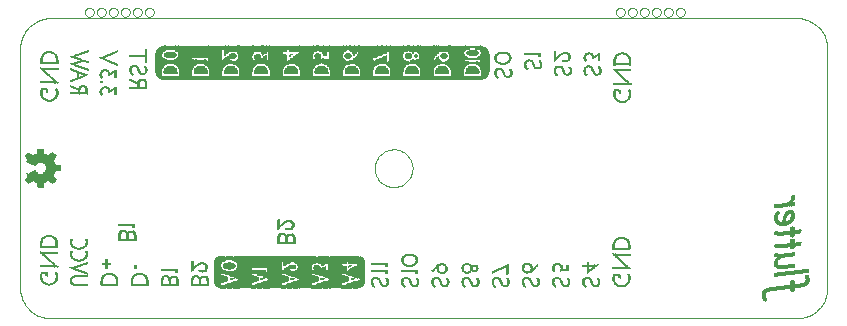
<source format=gbo>
G75*
%MOIN*%
%OFA0B0*%
%FSLAX24Y24*%
%IPPOS*%
%LPD*%
%AMOC8*
5,1,8,0,0,1.08239X$1,22.5*
%
%ADD10C,0.0000*%
%ADD11R,0.0003X0.0049*%
%ADD12R,0.0003X0.0105*%
%ADD13R,0.0003X0.0139*%
%ADD14R,0.0003X0.0164*%
%ADD15R,0.0003X0.0185*%
%ADD16R,0.0003X0.0206*%
%ADD17R,0.0003X0.0220*%
%ADD18R,0.0003X0.0238*%
%ADD19R,0.0003X0.0252*%
%ADD20R,0.0003X0.0261*%
%ADD21R,0.0003X0.0275*%
%ADD22R,0.0003X0.0289*%
%ADD23R,0.0003X0.0300*%
%ADD24R,0.0003X0.0307*%
%ADD25R,0.0003X0.0321*%
%ADD26R,0.0003X0.0328*%
%ADD27R,0.0003X0.0338*%
%ADD28R,0.0003X0.0346*%
%ADD29R,0.0003X0.0352*%
%ADD30R,0.0003X0.0356*%
%ADD31R,0.0003X0.0363*%
%ADD32R,0.0003X0.0370*%
%ADD33R,0.0003X0.0377*%
%ADD34R,0.0003X0.0381*%
%ADD35R,0.0003X0.0384*%
%ADD36R,0.0003X0.0388*%
%ADD37R,0.0003X0.0391*%
%ADD38R,0.0003X0.0395*%
%ADD39R,0.0003X0.0171*%
%ADD40R,0.0003X0.0167*%
%ADD41R,0.0003X0.0154*%
%ADD42R,0.0003X0.0150*%
%ADD43R,0.0003X0.0147*%
%ADD44R,0.0003X0.0133*%
%ADD45R,0.0003X0.0140*%
%ADD46R,0.0003X0.0118*%
%ADD47R,0.0003X0.0111*%
%ADD48R,0.0003X0.0101*%
%ADD49R,0.0003X0.0137*%
%ADD50R,0.0003X0.0090*%
%ADD51R,0.0003X0.0136*%
%ADD52R,0.0003X0.0083*%
%ADD53R,0.0003X0.0133*%
%ADD54R,0.0003X0.0073*%
%ADD55R,0.0003X0.0066*%
%ADD56R,0.0003X0.0130*%
%ADD57R,0.0003X0.0056*%
%ADD58R,0.0003X0.0126*%
%ADD59R,0.0003X0.0048*%
%ADD60R,0.0003X0.0129*%
%ADD61R,0.0003X0.0038*%
%ADD62R,0.0003X0.0126*%
%ADD63R,0.0003X0.0028*%
%ADD64R,0.0003X0.0013*%
%ADD65R,0.0003X0.0123*%
%ADD66R,0.0003X0.0122*%
%ADD67R,0.0003X0.0125*%
%ADD68R,0.0003X0.0122*%
%ADD69R,0.0003X0.0122*%
%ADD70R,0.0003X0.0119*%
%ADD71R,0.0003X0.0118*%
%ADD72R,0.0003X0.0119*%
%ADD73R,0.0003X0.0115*%
%ADD74R,0.0003X0.0118*%
%ADD75R,0.0003X0.0115*%
%ADD76R,0.0003X0.0112*%
%ADD77R,0.0003X0.0111*%
%ADD78R,0.0003X0.0112*%
%ADD79R,0.0003X0.0112*%
%ADD80R,0.0003X0.0024*%
%ADD81R,0.0003X0.0041*%
%ADD82R,0.0003X0.0014*%
%ADD83R,0.0003X0.0010*%
%ADD84R,0.0003X0.0039*%
%ADD85R,0.0003X0.0025*%
%ADD86R,0.0003X0.0059*%
%ADD87R,0.0003X0.0104*%
%ADD88R,0.0003X0.0045*%
%ADD89R,0.0003X0.0042*%
%ADD90R,0.0003X0.0095*%
%ADD91R,0.0003X0.0060*%
%ADD92R,0.0003X0.0080*%
%ADD93R,0.0003X0.0143*%
%ADD94R,0.0003X0.0077*%
%ADD95R,0.0003X0.0087*%
%ADD96R,0.0003X0.0168*%
%ADD97R,0.0003X0.0070*%
%ADD98R,0.0003X0.0069*%
%ADD99R,0.0003X0.0147*%
%ADD100R,0.0003X0.0087*%
%ADD101R,0.0003X0.0094*%
%ADD102R,0.0003X0.0192*%
%ADD103R,0.0003X0.0084*%
%ADD104R,0.0003X0.0098*%
%ADD105R,0.0003X0.0213*%
%ADD106R,0.0003X0.0091*%
%ADD107R,0.0003X0.0102*%
%ADD108R,0.0003X0.0104*%
%ADD109R,0.0003X0.0230*%
%ADD110R,0.0003X0.0097*%
%ADD111R,0.0003X0.0097*%
%ADD112R,0.0003X0.0203*%
%ADD113R,0.0003X0.0108*%
%ADD114R,0.0003X0.0248*%
%ADD115R,0.0003X0.0209*%
%ADD116R,0.0003X0.0262*%
%ADD117R,0.0003X0.0223*%
%ADD118R,0.0003X0.0112*%
%ADD119R,0.0003X0.0280*%
%ADD120R,0.0003X0.0111*%
%ADD121R,0.0003X0.0108*%
%ADD122R,0.0003X0.0105*%
%ADD123R,0.0003X0.0233*%
%ADD124R,0.0003X0.0294*%
%ADD125R,0.0003X0.0244*%
%ADD126R,0.0003X0.0254*%
%ADD127R,0.0003X0.0314*%
%ADD128R,0.0003X0.0325*%
%ADD129R,0.0003X0.0268*%
%ADD130R,0.0003X0.0339*%
%ADD131R,0.0003X0.0276*%
%ADD132R,0.0003X0.0286*%
%ADD133R,0.0003X0.0360*%
%ADD134R,0.0003X0.0293*%
%ADD135R,0.0003X0.0366*%
%ADD136R,0.0003X0.0377*%
%ADD137R,0.0003X0.0303*%
%ADD138R,0.0003X0.0383*%
%ADD139R,0.0003X0.0311*%
%ADD140R,0.0003X0.0115*%
%ADD141R,0.0003X0.0391*%
%ADD142R,0.0003X0.0122*%
%ADD143R,0.0003X0.0317*%
%ADD144R,0.0003X0.0116*%
%ADD145R,0.0003X0.0397*%
%ADD146R,0.0003X0.0116*%
%ADD147R,0.0003X0.0405*%
%ADD148R,0.0003X0.0408*%
%ADD149R,0.0003X0.0335*%
%ADD150R,0.0003X0.0415*%
%ADD151R,0.0003X0.0422*%
%ADD152R,0.0003X0.0349*%
%ADD153R,0.0003X0.0426*%
%ADD154R,0.0003X0.0352*%
%ADD155R,0.0003X0.0429*%
%ADD156R,0.0003X0.0199*%
%ADD157R,0.0003X0.0154*%
%ADD158R,0.0003X0.0185*%
%ADD159R,0.0003X0.0122*%
%ADD160R,0.0003X0.0164*%
%ADD161R,0.0003X0.0171*%
%ADD162R,0.0003X0.0174*%
%ADD163R,0.0003X0.0167*%
%ADD164R,0.0003X0.0146*%
%ADD165R,0.0003X0.0164*%
%ADD166R,0.0003X0.0244*%
%ADD167R,0.0003X0.0139*%
%ADD168R,0.0003X0.0160*%
%ADD169R,0.0003X0.0237*%
%ADD170R,0.0003X0.0153*%
%ADD171R,0.0003X0.0076*%
%ADD172R,0.0003X0.0112*%
%ADD173R,0.0003X0.0073*%
%ADD174R,0.0003X0.0143*%
%ADD175R,0.0003X0.0203*%
%ADD176R,0.0003X0.0122*%
%ADD177R,0.0003X0.0116*%
%ADD178R,0.0003X0.0063*%
%ADD179R,0.0003X0.0196*%
%ADD180R,0.0003X0.0192*%
%ADD181R,0.0003X0.0189*%
%ADD182R,0.0003X0.0035*%
%ADD183R,0.0003X0.0021*%
%ADD184R,0.0003X0.0182*%
%ADD185R,0.0003X0.0011*%
%ADD186R,0.0003X0.0178*%
%ADD187R,0.0003X0.0132*%
%ADD188R,0.0003X0.0175*%
%ADD189R,0.0003X0.0112*%
%ADD190R,0.0003X0.0167*%
%ADD191R,0.0003X0.0108*%
%ADD192R,0.0003X0.0157*%
%ADD193R,0.0003X0.0129*%
%ADD194R,0.0003X0.0146*%
%ADD195R,0.0003X0.0139*%
%ADD196R,0.0003X0.0136*%
%ADD197R,0.0003X0.0227*%
%ADD198R,0.0003X0.0245*%
%ADD199R,0.0003X0.0129*%
%ADD200R,0.0003X0.0296*%
%ADD201R,0.0003X0.0307*%
%ADD202R,0.0003X0.0317*%
%ADD203R,0.0003X0.0345*%
%ADD204R,0.0003X0.0119*%
%ADD205R,0.0003X0.0352*%
%ADD206R,0.0003X0.0359*%
%ADD207R,0.0003X0.0373*%
%ADD208R,0.0003X0.0380*%
%ADD209R,0.0003X0.0387*%
%ADD210R,0.0003X0.0402*%
%ADD211R,0.0003X0.0412*%
%ADD212R,0.0003X0.0416*%
%ADD213R,0.0003X0.0423*%
%ADD214R,0.0003X0.0258*%
%ADD215R,0.0003X0.0241*%
%ADD216R,0.0003X0.0227*%
%ADD217R,0.0003X0.0216*%
%ADD218R,0.0003X0.0210*%
%ADD219R,0.0003X0.0199*%
%ADD220R,0.0003X0.0191*%
%ADD221R,0.0003X0.0126*%
%ADD222R,0.0003X0.0181*%
%ADD223R,0.0003X0.0157*%
%ADD224R,0.0003X0.0140*%
%ADD225R,0.0003X0.0139*%
%ADD226R,0.0003X0.0147*%
%ADD227R,0.0003X0.0151*%
%ADD228R,0.0003X0.0154*%
%ADD229R,0.0003X0.0119*%
%ADD230R,0.0003X0.0129*%
%ADD231R,0.0003X0.0158*%
%ADD232R,0.0003X0.0161*%
%ADD233R,0.0003X0.0132*%
%ADD234R,0.0003X0.0165*%
%ADD235R,0.0003X0.0178*%
%ADD236R,0.0003X0.0154*%
%ADD237R,0.0003X0.0213*%
%ADD238R,0.0003X0.0160*%
%ADD239R,0.0003X0.0119*%
%ADD240R,0.0003X0.0217*%
%ADD241R,0.0003X0.0310*%
%ADD242R,0.0003X0.0234*%
%ADD243R,0.0003X0.0324*%
%ADD244R,0.0003X0.0322*%
%ADD245R,0.0003X0.0179*%
%ADD246R,0.0003X0.0332*%
%ADD247R,0.0003X0.0367*%
%ADD248R,0.0003X0.0255*%
%ADD249R,0.0003X0.0272*%
%ADD250R,0.0003X0.0342*%
%ADD251R,0.0003X0.0353*%
%ADD252R,0.0003X0.0325*%
%ADD253R,0.0003X0.0356*%
%ADD254R,0.0003X0.0395*%
%ADD255R,0.0003X0.0387*%
%ADD256R,0.0003X0.0359*%
%ADD257R,0.0003X0.0398*%
%ADD258R,0.0003X0.0217*%
%ADD259R,0.0003X0.0374*%
%ADD260R,0.0003X0.0367*%
%ADD261R,0.0003X0.0212*%
%ADD262R,0.0003X0.0209*%
%ADD263R,0.0003X0.0205*%
%ADD264R,0.0003X0.0325*%
%ADD265R,0.0003X0.0363*%
%ADD266R,0.0003X0.0366*%
%ADD267R,0.0003X0.0402*%
%ADD268R,0.0003X0.0202*%
%ADD269R,0.0003X0.0314*%
%ADD270R,0.0003X0.0198*%
%ADD271R,0.0003X0.0195*%
%ADD272R,0.0003X0.0188*%
%ADD273R,0.0003X0.0349*%
%ADD274R,0.0003X0.0182*%
%ADD275R,0.0003X0.0269*%
%ADD276R,0.0003X0.0251*%
%ADD277R,0.0003X0.0377*%
%ADD278R,0.0003X0.0240*%
%ADD279R,0.0003X0.0161*%
%ADD280R,0.0003X0.0321*%
%ADD281R,0.0003X0.0318*%
%ADD282R,0.0003X0.0356*%
%ADD283R,0.0003X0.0102*%
%ADD284R,0.0003X0.0088*%
%ADD285R,0.0003X0.0077*%
%ADD286R,0.0003X0.0062*%
%ADD287R,0.0003X0.0084*%
%ADD288R,0.0003X0.0109*%
%ADD289R,0.0003X0.0094*%
%ADD290R,0.0003X0.0098*%
%ADD291R,0.0003X0.0032*%
%ADD292R,0.0003X0.0028*%
%ADD293R,0.0003X0.0129*%
%ADD294R,0.0003X0.0007*%
%ADD295R,0.0003X0.0175*%
%ADD296R,0.0003X0.0342*%
%ADD297R,0.0003X0.0339*%
%ADD298R,0.0003X0.0332*%
%ADD299R,0.0003X0.0290*%
%ADD300R,0.0003X0.0279*%
%ADD301R,0.0003X0.0224*%
%ADD302R,0.0003X0.0073*%
%ADD303R,0.0003X0.0259*%
%ADD304R,0.0003X0.0266*%
%ADD305R,0.0003X0.0070*%
%ADD306R,0.0003X0.0276*%
%ADD307R,0.0003X0.0279*%
%ADD308R,0.0003X0.0297*%
%ADD309R,0.0003X0.0304*%
%ADD310R,0.0003X0.0318*%
%ADD311R,0.0003X0.0321*%
%ADD312R,0.0003X0.0070*%
%ADD313R,0.0003X0.0087*%
%ADD314R,0.0003X0.0081*%
%ADD315R,0.0003X0.0074*%
%ADD316R,0.0003X0.0067*%
%ADD317R,0.0003X0.0087*%
%ADD318R,0.0003X0.0279*%
%ADD319R,0.0003X0.0272*%
%ADD320R,0.0003X0.0245*%
%ADD321R,0.0003X0.0276*%
%ADD322R,0.0003X0.0283*%
%ADD323R,0.0003X0.0290*%
%ADD324R,0.0003X0.0084*%
%ADD325R,0.0003X0.0069*%
%ADD326R,0.0003X0.0069*%
%ADD327R,0.0003X0.0087*%
%ADD328R,0.0003X0.0304*%
%ADD329R,0.0003X0.0255*%
%ADD330R,0.0003X0.0335*%
%ADD331R,0.0003X0.0293*%
%ADD332R,0.0003X0.0331*%
%ADD333R,0.0003X0.0317*%
%ADD334R,0.0003X0.0307*%
%ADD335R,0.0003X0.0098*%
%ADD336R,0.0003X0.0094*%
%ADD337R,0.0003X0.0094*%
%ADD338R,0.0003X0.0080*%
%ADD339R,0.0003X0.0090*%
%ADD340R,0.0003X0.0067*%
%ADD341R,0.0003X0.0077*%
%ADD342R,0.0003X0.0007*%
%ADD343R,0.0003X0.0104*%
%ADD344R,0.0003X0.0059*%
%ADD345R,0.0003X0.0067*%
%ADD346R,0.0003X0.0074*%
%ADD347R,0.0003X0.0259*%
%ADD348R,0.0003X0.0074*%
%ADD349R,0.0003X0.0080*%
%ADD350R,0.0003X0.0076*%
%ADD351R,0.0003X0.0102*%
%ADD352R,0.0003X0.0273*%
%ADD353R,0.0003X0.0265*%
%ADD354R,0.0003X0.0259*%
%ADD355R,0.0003X0.0237*%
%ADD356R,0.0003X0.0101*%
%ADD357R,0.0003X0.0189*%
%ADD358R,0.0003X0.0206*%
%ADD359R,0.0007X0.0014*%
%ADD360R,0.0007X0.0021*%
%ADD361R,0.0007X0.0035*%
%ADD362R,0.0007X0.0049*%
%ADD363R,0.0007X0.0049*%
%ADD364R,0.0007X0.0070*%
%ADD365R,0.0007X0.0084*%
%ADD366R,0.0007X0.0105*%
%ADD367R,0.0007X0.0119*%
%ADD368R,0.0007X0.0119*%
%ADD369R,0.0007X0.0140*%
%ADD370R,0.0007X0.0154*%
%ADD371R,0.0007X0.0007*%
%ADD372R,0.0007X0.0007*%
%ADD373R,0.0007X0.0175*%
%ADD374R,0.0007X0.0021*%
%ADD375R,0.0007X0.0189*%
%ADD376R,0.0007X0.0042*%
%ADD377R,0.0007X0.0042*%
%ADD378R,0.0007X0.0203*%
%ADD379R,0.0007X0.0056*%
%ADD380R,0.0007X0.0210*%
%ADD381R,0.0007X0.0308*%
%ADD382R,0.0007X0.0315*%
%ADD383R,0.0007X0.0322*%
%ADD384R,0.0007X0.0322*%
%ADD385R,0.0007X0.0329*%
%ADD386R,0.0007X0.0342*%
%ADD387R,0.0007X0.0343*%
%ADD388R,0.0007X0.0349*%
%ADD389R,0.0007X0.0350*%
%ADD390R,0.0007X0.0356*%
%ADD391R,0.0007X0.0357*%
%ADD392R,0.0007X0.0350*%
%ADD393R,0.0007X0.0350*%
%ADD394R,0.0007X0.0343*%
%ADD395R,0.0007X0.0336*%
%ADD396R,0.0007X0.0336*%
%ADD397R,0.0007X0.0336*%
%ADD398R,0.0007X0.0329*%
%ADD399R,0.0007X0.0329*%
%ADD400R,0.0007X0.0329*%
%ADD401R,0.0007X0.0322*%
%ADD402R,0.0007X0.0322*%
%ADD403R,0.0007X0.0322*%
%ADD404R,0.0007X0.0322*%
%ADD405R,0.0007X0.0364*%
%ADD406R,0.0007X0.0364*%
%ADD407R,0.0007X0.0364*%
%ADD408R,0.0007X0.0364*%
%ADD409R,0.0007X0.0378*%
%ADD410R,0.0007X0.0371*%
%ADD411R,0.0007X0.0378*%
%ADD412R,0.0007X0.0385*%
%ADD413R,0.0007X0.0371*%
%ADD414R,0.0007X0.0364*%
%ADD415R,0.0007X0.0357*%
%ADD416R,0.0007X0.0357*%
%ADD417R,0.0007X0.0370*%
%ADD418R,0.0007X0.0405*%
%ADD419R,0.0007X0.0406*%
%ADD420R,0.0007X0.0433*%
%ADD421R,0.0007X0.0434*%
%ADD422R,0.0007X0.0468*%
%ADD423R,0.0007X0.0469*%
%ADD424R,0.0007X0.0482*%
%ADD425R,0.0007X0.0483*%
%ADD426R,0.0007X0.0489*%
%ADD427R,0.0007X0.0483*%
%ADD428R,0.0007X0.0482*%
%ADD429R,0.0007X0.0476*%
%ADD430R,0.0007X0.0482*%
%ADD431R,0.0007X0.0476*%
%ADD432R,0.0007X0.0475*%
%ADD433R,0.0007X0.0475*%
%ADD434R,0.0007X0.0469*%
%ADD435R,0.0007X0.0469*%
%ADD436R,0.0007X0.0475*%
%ADD437R,0.0007X0.0469*%
%ADD438R,0.0007X0.0007*%
%ADD439R,0.0007X0.0014*%
%ADD440R,0.0007X0.0168*%
%ADD441R,0.0007X0.0063*%
%ADD442R,0.0007X0.0160*%
%ADD443R,0.0007X0.0104*%
%ADD444R,0.0007X0.0028*%
%ADD445R,0.0007X0.0202*%
%ADD446R,0.0007X0.0188*%
%ADD447R,0.0007X0.0028*%
%ADD448R,0.0007X0.0063*%
%ADD449R,0.0007X0.0175*%
%ADD450R,0.0007X0.0231*%
%ADD451R,0.0007X0.0035*%
%ADD452R,0.0007X0.0230*%
%ADD453R,0.0007X0.0216*%
%ADD454R,0.0007X0.0245*%
%ADD455R,0.0007X0.0042*%
%ADD456R,0.0007X0.0265*%
%ADD457R,0.0007X0.0237*%
%ADD458R,0.0007X0.0063*%
%ADD459R,0.0007X0.0245*%
%ADD460R,0.0007X0.0259*%
%ADD461R,0.0007X0.0049*%
%ADD462R,0.0007X0.0293*%
%ADD463R,0.0007X0.0258*%
%ADD464R,0.0007X0.0042*%
%ADD465R,0.0007X0.0273*%
%ADD466R,0.0007X0.0272*%
%ADD467R,0.0007X0.0307*%
%ADD468R,0.0007X0.0272*%
%ADD469R,0.0007X0.0301*%
%ADD470R,0.0007X0.0286*%
%ADD471R,0.0007X0.0321*%
%ADD472R,0.0007X0.0286*%
%ADD473R,0.0007X0.0315*%
%ADD474R,0.0007X0.0300*%
%ADD475R,0.0007X0.0070*%
%ADD476R,0.0007X0.0118*%
%ADD477R,0.0007X0.0293*%
%ADD478R,0.0007X0.0077*%
%ADD479R,0.0007X0.0307*%
%ADD480R,0.0007X0.0070*%
%ADD481R,0.0007X0.0112*%
%ADD482R,0.0007X0.0482*%
%ADD483R,0.0007X0.0483*%
%ADD484R,0.0007X0.0132*%
%ADD485R,0.0007X0.0084*%
%ADD486R,0.0007X0.0147*%
%ADD487R,0.0007X0.0062*%
%ADD488R,0.0007X0.0077*%
%ADD489R,0.0007X0.0119*%
%ADD490R,0.0007X0.0476*%
%ADD491R,0.0007X0.0111*%
%ADD492R,0.0007X0.0091*%
%ADD493R,0.0007X0.0098*%
%ADD494R,0.0007X0.0126*%
%ADD495R,0.0007X0.0062*%
%ADD496R,0.0007X0.0111*%
%ADD497R,0.0007X0.0440*%
%ADD498R,0.0007X0.0448*%
%ADD499R,0.0007X0.0104*%
%ADD500R,0.0007X0.0098*%
%ADD501R,0.0007X0.0112*%
%ADD502R,0.0007X0.0062*%
%ADD503R,0.0007X0.0091*%
%ADD504R,0.0007X0.0412*%
%ADD505R,0.0007X0.0097*%
%ADD506R,0.0007X0.0105*%
%ADD507R,0.0007X0.0097*%
%ADD508R,0.0007X0.0377*%
%ADD509R,0.0007X0.0090*%
%ADD510R,0.0007X0.0098*%
%ADD511R,0.0007X0.0090*%
%ADD512R,0.0007X0.0112*%
%ADD513R,0.0007X0.0084*%
%ADD514R,0.0007X0.0119*%
%ADD515R,0.0007X0.0083*%
%ADD516R,0.0007X0.0077*%
%ADD517R,0.0007X0.0126*%
%ADD518R,0.0007X0.0076*%
%ADD519R,0.0007X0.0077*%
%ADD520R,0.0007X0.0133*%
%ADD521R,0.0007X0.0076*%
%ADD522R,0.0007X0.0357*%
%ADD523R,0.0007X0.0357*%
%ADD524R,0.0007X0.0077*%
%ADD525R,0.0007X0.0076*%
%ADD526R,0.0007X0.0357*%
%ADD527R,0.0007X0.0069*%
%ADD528R,0.0007X0.0069*%
%ADD529R,0.0007X0.0392*%
%ADD530R,0.0007X0.0391*%
%ADD531R,0.0007X0.0069*%
%ADD532R,0.0007X0.0413*%
%ADD533R,0.0007X0.0902*%
%ADD534R,0.0007X0.0902*%
%ADD535R,0.0007X0.0888*%
%ADD536R,0.0007X0.0146*%
%ADD537R,0.0007X0.0888*%
%ADD538R,0.0007X0.0069*%
%ADD539R,0.0007X0.0146*%
%ADD540R,0.0007X0.0874*%
%ADD541R,0.0007X0.0154*%
%ADD542R,0.0007X0.0874*%
%ADD543R,0.0007X0.0146*%
%ADD544R,0.0007X0.0860*%
%ADD545R,0.0007X0.0139*%
%ADD546R,0.0007X0.0860*%
%ADD547R,0.0007X0.0139*%
%ADD548R,0.0007X0.0147*%
%ADD549R,0.0007X0.0132*%
%ADD550R,0.0007X0.0147*%
%ADD551R,0.0007X0.0118*%
%ADD552R,0.0007X0.0140*%
%ADD553R,0.0007X0.0112*%
%ADD554R,0.0007X0.0874*%
%ADD555R,0.0007X0.0888*%
%ADD556R,0.0007X0.0916*%
%ADD557R,0.0007X0.0916*%
%ADD558R,0.0007X0.0930*%
%ADD559R,0.0007X0.0944*%
%ADD560R,0.0007X0.0944*%
%ADD561R,0.0007X0.0958*%
%ADD562R,0.0007X0.0056*%
%ADD563R,0.0007X0.0972*%
%ADD564R,0.0007X0.0077*%
%ADD565R,0.0007X0.0986*%
%ADD566R,0.0007X0.1000*%
%ADD567R,0.0007X0.1007*%
%ADD568R,0.0007X0.1014*%
%ADD569R,0.0007X0.1027*%
%ADD570R,0.0007X0.1041*%
%ADD571R,0.0007X0.1041*%
%ADD572R,0.0007X0.1027*%
%ADD573R,0.0007X0.1014*%
%ADD574R,0.0007X0.0224*%
%ADD575R,0.0007X0.0454*%
%ADD576R,0.0007X0.0224*%
%ADD577R,0.0007X0.0210*%
%ADD578R,0.0007X0.0412*%
%ADD579R,0.0007X0.0189*%
%ADD580R,0.0007X0.0384*%
%ADD581R,0.0007X0.0342*%
%ADD582R,0.0007X0.0314*%
%ADD583R,0.0007X0.0279*%
%ADD584R,0.0007X0.0084*%
%ADD585R,0.0007X0.0244*%
%ADD586R,0.0007X0.0125*%
%ADD587R,0.0007X0.0237*%
%ADD588R,0.0007X0.0230*%
%ADD589R,0.0007X0.0084*%
%ADD590R,0.0007X0.0056*%
%ADD591R,0.0007X0.0097*%
%ADD592R,0.0007X0.0105*%
%ADD593R,0.0007X0.0091*%
%ADD594R,0.0007X0.0097*%
%ADD595R,0.0007X0.0230*%
%ADD596R,0.0007X0.0097*%
%ADD597R,0.0007X0.0104*%
%ADD598R,0.0007X0.0216*%
%ADD599R,0.0007X0.0139*%
%ADD600R,0.0007X0.0111*%
%ADD601R,0.0007X0.0083*%
%ADD602R,0.0007X0.0307*%
%ADD603R,0.0007X0.0314*%
%ADD604R,0.0007X0.0308*%
%ADD605R,0.0007X0.0293*%
%ADD606R,0.0007X0.0301*%
%ADD607R,0.0007X0.0202*%
%ADD608R,0.0007X0.0259*%
%ADD609R,0.0007X0.0042*%
%ADD610R,0.0007X0.0279*%
%ADD611R,0.0007X0.0279*%
%ADD612R,0.0007X0.0294*%
%ADD613R,0.0007X0.0251*%
%ADD614R,0.0007X0.0265*%
%ADD615R,0.0007X0.0273*%
%ADD616R,0.0007X0.0202*%
%ADD617R,0.0007X0.0224*%
%ADD618R,0.0007X0.0035*%
%ADD619R,0.0007X0.0223*%
%ADD620R,0.0007X0.0244*%
%ADD621R,0.0007X0.0181*%
%ADD622R,0.0007X0.0028*%
%ADD623R,0.0007X0.0217*%
%ADD624R,0.0007X0.0161*%
%ADD625R,0.0007X0.0132*%
%ADD626R,0.0007X0.0195*%
%ADD627R,0.0007X0.0188*%
%ADD628R,0.0007X0.0188*%
%ADD629R,0.0007X0.0174*%
%ADD630R,0.0007X0.0174*%
%ADD631R,0.0007X0.0014*%
%ADD632R,0.0007X0.0007*%
%ADD633R,0.0007X0.0055*%
%ADD634R,0.0007X0.0014*%
%ADD635R,0.0007X0.0048*%
%ADD636R,0.0007X0.0161*%
%ADD637R,0.0007X0.0014*%
%ADD638R,0.0007X0.0014*%
%ADD639R,0.0007X0.0055*%
%ADD640R,0.0007X0.0196*%
%ADD641R,0.0007X0.0182*%
%ADD642R,0.0007X0.0055*%
%ADD643R,0.0007X0.0209*%
%ADD644R,0.0007X0.0237*%
%ADD645R,0.0007X0.0231*%
%ADD646R,0.0007X0.0048*%
%ADD647R,0.0007X0.0237*%
%ADD648R,0.0007X0.0041*%
%ADD649R,0.0007X0.0020*%
%ADD650R,0.0007X0.0006*%
%ADD651R,0.0007X0.0007*%
%ADD652R,0.0007X0.0042*%
%ADD653R,0.0007X0.0049*%
%ADD654R,0.0007X0.0048*%
%ADD655R,0.0007X0.0049*%
%ADD656R,0.0007X0.0049*%
%ADD657R,0.0007X0.0280*%
%ADD658R,0.0007X0.0280*%
%ADD659R,0.0007X0.0266*%
%ADD660R,0.0007X0.0266*%
%ADD661R,0.0007X0.0259*%
%ADD662R,0.0007X0.0189*%
%ADD663R,0.0007X0.0252*%
%ADD664R,0.0007X0.0196*%
%ADD665R,0.0007X0.0252*%
%ADD666R,0.0007X0.0217*%
%ADD667R,0.0007X0.0238*%
%ADD668R,0.0007X0.0238*%
%ADD669R,0.0007X0.0252*%
%ADD670R,0.0007X0.0266*%
%ADD671R,0.0007X0.0084*%
%ADD672R,0.0007X0.0069*%
%ADD673R,0.0007X0.0013*%
%ADD674R,0.0007X0.0020*%
%ADD675R,0.0007X0.0041*%
%ADD676R,0.0007X0.0223*%
%ADD677R,0.0007X0.0224*%
%ADD678R,0.0007X0.0209*%
%ADD679R,0.0007X0.0196*%
%ADD680R,0.0007X0.0168*%
%ADD681R,0.0007X0.0133*%
%ADD682R,0.0007X0.0182*%
%ADD683R,0.0007X0.0182*%
%ADD684R,0.0007X0.0203*%
%ADD685R,0.0007X0.0161*%
%ADD686R,0.0007X0.0217*%
%ADD687R,0.0007X0.0287*%
%ADD688R,0.0007X0.0007*%
%ADD689R,0.0007X0.0133*%
%ADD690R,0.0007X0.0301*%
%ADD691R,0.0007X0.0062*%
%ADD692R,0.0007X0.0062*%
%ADD693R,0.0007X0.0147*%
%ADD694R,0.0007X0.0112*%
%ADD695R,0.0007X0.0119*%
%ADD696R,0.0007X0.0231*%
%ADD697R,0.0007X0.0062*%
%ADD698R,0.0007X0.0245*%
%ADD699R,0.0007X0.0083*%
%ADD700R,0.0007X0.0112*%
%ADD701R,0.0007X0.0259*%
%ADD702R,0.0007X0.0182*%
%ADD703R,0.0007X0.0294*%
%ADD704R,0.0007X0.0252*%
%ADD705R,0.0007X0.0287*%
%ADD706R,0.0007X0.0203*%
%ADD707R,0.0007X0.0069*%
%ADD708R,0.0007X0.0287*%
%ADD709R,0.0007X0.0154*%
%ADD710R,0.0007X0.0126*%
%ADD711R,0.0007X0.0238*%
%ADD712R,0.0007X0.0147*%
%ADD713R,0.0007X0.0139*%
%ADD714R,0.0007X0.0104*%
%ADD715R,0.0007X0.0462*%
%ADD716R,0.0007X0.0462*%
%ADD717R,0.0007X0.0259*%
%ADD718R,0.0007X0.0462*%
%ADD719R,0.0007X0.0210*%
%ADD720R,0.0007X0.0175*%
%ADD721R,0.0007X0.0671*%
%ADD722R,0.0007X0.0713*%
%ADD723R,0.0007X0.0755*%
%ADD724R,0.0007X0.0790*%
%ADD725R,0.0007X0.0811*%
%ADD726R,0.0007X0.0839*%
%ADD727R,0.0007X0.0867*%
%ADD728R,0.0007X0.0881*%
%ADD729R,0.0007X0.0923*%
%ADD730R,0.0007X0.0937*%
%ADD731R,0.0007X0.0951*%
%ADD732R,0.0007X0.0965*%
%ADD733R,0.0007X0.0979*%
%ADD734R,0.0007X0.0993*%
%ADD735R,0.0007X0.1000*%
%ADD736R,0.0007X0.1021*%
%ADD737R,0.0007X0.1035*%
%ADD738R,0.0007X0.1035*%
%ADD739R,0.0007X0.1049*%
%ADD740R,0.0007X0.1049*%
%ADD741R,0.0007X0.1063*%
%ADD742R,0.0007X0.1063*%
%ADD743R,0.0007X0.1077*%
%ADD744R,0.0007X0.1077*%
%ADD745R,0.0007X0.1084*%
%ADD746R,0.0007X0.0846*%
%ADD747R,0.0007X0.0433*%
%ADD748R,0.0007X0.0405*%
%ADD749R,0.0007X0.0294*%
%ADD750R,0.0007X0.0370*%
%ADD751R,0.0007X0.0217*%
%ADD752R,0.0007X0.0356*%
%ADD753R,0.0007X0.0335*%
%ADD754R,0.0007X0.0154*%
%ADD755R,0.0007X0.0140*%
%ADD756R,0.0007X0.0195*%
%ADD757R,0.0007X0.0168*%
%ADD758R,0.0007X0.0160*%
%ADD759R,0.0007X0.0217*%
%ADD760R,0.0007X0.0182*%
%ADD761R,0.0007X0.0160*%
%ADD762R,0.0007X0.0153*%
%ADD763R,0.0007X0.0139*%
%ADD764R,0.0007X0.0252*%
%ADD765R,0.0007X0.0217*%
%ADD766R,0.0007X0.0125*%
%ADD767R,0.0007X0.0118*%
%ADD768R,0.0007X0.0153*%
%ADD769R,0.0007X0.0167*%
%ADD770R,0.0007X0.0167*%
%ADD771R,0.0007X0.0181*%
%ADD772R,0.0007X0.0202*%
%ADD773R,0.0007X0.0202*%
%ADD774R,0.0007X0.0119*%
%ADD775R,0.0007X0.0251*%
%ADD776R,0.0007X0.0356*%
%ADD777R,0.0007X0.0377*%
%ADD778R,0.0007X0.0273*%
%ADD779R,0.0007X0.0419*%
%ADD780R,0.0007X0.0769*%
%ADD781R,0.0007X0.0818*%
%ADD782R,0.0007X0.1119*%
%ADD783R,0.0007X0.1119*%
%ADD784R,0.0007X0.1119*%
%ADD785R,0.0007X0.0392*%
%ADD786R,0.0007X0.0398*%
%ADD787R,0.0007X0.0252*%
%ADD788R,0.0007X0.0392*%
%ADD789R,0.0007X0.0349*%
%ADD790R,0.0007X0.0392*%
%ADD791R,0.0007X0.0286*%
%ADD792R,0.0007X0.0251*%
%ADD793R,0.0007X0.0181*%
%ADD794R,0.0007X0.0167*%
%ADD795R,0.0007X0.0167*%
%ADD796R,0.0007X0.0132*%
%ADD797R,0.0007X0.0132*%
%ADD798R,0.0007X0.0167*%
%ADD799R,0.0007X0.0147*%
%ADD800R,0.0007X0.0727*%
%ADD801R,0.0007X0.0734*%
%ADD802R,0.0007X0.0755*%
%ADD803R,0.0007X0.0790*%
%ADD804R,0.0007X0.0818*%
%ADD805R,0.0007X0.0664*%
%ADD806R,0.0007X0.0720*%
%ADD807R,0.0007X0.0769*%
%ADD808R,0.0007X0.0797*%
%ADD809R,0.0007X0.0825*%
%ADD810R,0.0007X0.0853*%
%ADD811R,0.0007X0.0909*%
%ADD812R,0.0007X0.0923*%
%ADD813R,0.0007X0.0937*%
%ADD814R,0.0007X0.0965*%
%ADD815R,0.0007X0.0972*%
%ADD816R,0.0007X0.0986*%
%ADD817R,0.0007X0.1006*%
%ADD818R,0.0007X0.1013*%
%ADD819R,0.0007X0.1020*%
%ADD820R,0.0007X0.1027*%
%ADD821R,0.0007X0.1034*%
%ADD822R,0.0007X0.1048*%
%ADD823R,0.0007X0.1048*%
%ADD824R,0.0007X0.1055*%
%ADD825R,0.0007X0.1062*%
%ADD826R,0.0007X0.1069*%
%ADD827R,0.0007X0.1069*%
%ADD828R,0.0007X0.1076*%
%ADD829R,0.0007X0.1076*%
%ADD830R,0.0007X0.0727*%
%ADD831R,0.0007X0.0287*%
%ADD832R,0.0007X0.0363*%
%ADD833R,0.0007X0.0258*%
%ADD834R,0.0007X0.0329*%
%ADD835R,0.0007X0.0244*%
%ADD836R,0.0007X0.0174*%
%ADD837R,0.0007X0.0244*%
%ADD838R,0.0007X0.0308*%
%ADD839R,0.0007X0.0189*%
%ADD840R,0.0007X0.0280*%
%ADD841R,0.0007X0.0182*%
%ADD842R,0.0007X0.0272*%
%ADD843R,0.0007X0.0279*%
%ADD844R,0.0007X0.0132*%
%ADD845R,0.0007X0.0300*%
%ADD846R,0.0007X0.0153*%
%ADD847R,0.0007X0.0097*%
%ADD848R,0.0007X0.0189*%
%ADD849R,0.0007X0.0209*%
%ADD850R,0.0007X0.0223*%
%ADD851R,0.0007X0.0314*%
%ADD852R,0.0007X0.0321*%
%ADD853R,0.0007X0.0747*%
%ADD854R,0.0007X0.0307*%
%ADD855R,0.0007X0.0754*%
%ADD856R,0.0007X0.0342*%
%ADD857R,0.0007X0.0754*%
%ADD858R,0.0007X0.0734*%
%ADD859R,0.0007X0.0754*%
%ADD860R,0.0007X0.0761*%
%ADD861R,0.0007X0.0769*%
%ADD862R,0.0007X0.0761*%
%ADD863R,0.0007X0.0768*%
%ADD864R,0.0007X0.1083*%
%ADD865R,0.0007X0.1083*%
%ADD866R,0.0007X0.1083*%
%ADD867R,0.0007X0.0398*%
%ADD868R,0.0007X0.0727*%
%ADD869R,0.0007X0.0315*%
%ADD870R,0.0007X0.0287*%
%ADD871R,0.0007X0.0335*%
%ADD872R,0.0007X0.0398*%
%ADD873R,0.0007X0.0202*%
%ADD874R,0.0007X0.0209*%
%ADD875R,0.0007X0.0363*%
%ADD876R,0.0007X0.0363*%
%ADD877R,0.0007X0.0349*%
%ADD878R,0.0007X0.0342*%
%ADD879R,0.0007X0.0335*%
%ADD880R,0.0007X0.0328*%
%ADD881R,0.0007X0.0307*%
%ADD882R,0.0007X0.0195*%
%ADD883R,0.0007X0.0279*%
%ADD884R,0.0007X0.0747*%
%ADD885R,0.0007X0.0768*%
%ADD886R,0.0007X0.0566*%
%ADD887R,0.0007X0.0517*%
%ADD888R,0.0007X0.0454*%
%ADD889R,0.0007X0.0447*%
%ADD890R,0.0007X0.0419*%
%ADD891R,0.0007X0.0391*%
%ADD892R,0.0007X0.0328*%
%ADD893R,0.0007X0.0384*%
%ADD894R,0.0007X0.0377*%
%ADD895R,0.0007X0.0258*%
%ADD896R,0.0007X0.0216*%
%ADD897R,0.0007X0.0237*%
%ADD898R,0.0007X0.0342*%
%ADD899R,0.0007X0.0370*%
%ADD900R,0.0007X0.0461*%
%ADD901R,0.0007X0.0747*%
%ADD902R,0.0007X0.0496*%
%ADD903R,0.0007X0.0734*%
%ADD904R,0.0007X0.0678*%
%ADD905R,0.0007X0.0328*%
%ADD906R,0.0007X0.0384*%
%ADD907R,0.0007X0.0391*%
%ADD908R,0.0007X0.0384*%
%ADD909R,0.0007X0.0377*%
%ADD910R,0.0007X0.0384*%
%ADD911R,0.0007X0.0377*%
%ADD912R,0.0007X0.0321*%
%ADD913R,0.0007X0.0265*%
%ADD914R,0.0007X0.0167*%
%ADD915R,0.0007X0.0272*%
%ADD916R,0.0007X0.0287*%
%ADD917R,0.0007X0.0727*%
%ADD918R,0.0007X0.0818*%
%ADD919R,0.0007X0.0768*%
%ADD920R,0.0007X0.0762*%
%ADD921R,0.0007X0.0189*%
%ADD922R,0.0007X0.0412*%
%ADD923R,0.0007X0.0419*%
%ADD924R,0.0007X0.0426*%
%ADD925R,0.0007X0.0307*%
%ADD926R,0.0007X0.0433*%
%ADD927R,0.0007X0.0440*%
%ADD928R,0.0007X0.0447*%
%ADD929R,0.0007X0.0349*%
%ADD930R,0.0007X0.0489*%
%ADD931R,0.0007X0.0461*%
%ADD932R,0.0007X0.0713*%
%ADD933R,0.0007X0.0747*%
%ADD934R,0.0007X0.0747*%
%ADD935R,0.0007X0.1034*%
%ADD936R,0.0007X0.1000*%
%ADD937R,0.0007X0.0993*%
%ADD938R,0.0007X0.0979*%
%ADD939R,0.0007X0.0944*%
%ADD940R,0.0007X0.0881*%
%ADD941R,0.0007X0.0867*%
%ADD942R,0.0007X0.0839*%
%ADD943R,0.0007X0.0748*%
%ADD944R,0.0007X0.0706*%
%ADD945R,0.0007X0.0608*%
%ADD946R,0.0007X0.0427*%
%ADD947R,0.0007X0.0427*%
%ADD948R,0.0007X0.0420*%
%ADD949R,0.0007X0.0420*%
%ADD950R,0.0007X0.0413*%
%ADD951R,0.0007X0.0413*%
%ADD952R,0.0007X0.0406*%
%ADD953R,0.0007X0.0399*%
%ADD954R,0.0007X0.0399*%
%ADD955R,0.0007X0.0385*%
%ADD956R,0.0007X0.0385*%
%ADD957R,0.0007X0.0174*%
%ADD958R,0.0007X0.0174*%
%ADD959R,0.0007X0.0790*%
%ADD960R,0.0007X0.0461*%
%ADD961R,0.0007X0.0104*%
%ADD962R,0.0007X0.0090*%
%ADD963R,0.0007X0.0209*%
%ADD964R,0.0007X0.0349*%
%ADD965R,0.0007X0.0769*%
%ADD966R,0.0007X0.0434*%
%ADD967R,0.0007X0.0678*%
%ADD968R,0.0007X0.0378*%
%ADD969R,0.0007X0.0244*%
%ADD970R,0.0007X0.0279*%
%ADD971R,0.0007X0.0154*%
%ADD972R,0.0007X0.0755*%
%ADD973R,0.0007X0.0496*%
%ADD974R,0.0007X0.0104*%
%ADD975R,0.0007X0.0510*%
%ADD976R,0.0007X0.0811*%
%ADD977R,0.0007X0.1112*%
%ADD978R,0.0007X0.1112*%
%ADD979R,0.0007X0.1105*%
%ADD980R,0.0007X0.1105*%
%ADD981R,0.0007X0.1091*%
%ADD982R,0.0007X0.1091*%
%ADD983R,0.0007X0.1084*%
%ADD984R,0.0007X0.1077*%
%ADD985R,0.0007X0.1063*%
%ADD986R,0.0007X0.1042*%
%ADD987R,0.0007X0.1028*%
%ADD988R,0.0007X0.1021*%
%ADD989R,0.0007X0.1007*%
%ADD990R,0.0007X0.0930*%
%ADD991R,0.0007X0.0909*%
%ADD992R,0.0007X0.0895*%
%ADD993R,0.0007X0.0881*%
%ADD994R,0.0007X0.0853*%
%ADD995R,0.0007X0.0832*%
%ADD996R,0.0007X0.0783*%
%ADD997R,0.0007X0.0741*%
%ADD998R,0.0007X0.0699*%
%ADD999R,0.0007X0.0629*%
%ADD1000R,0.0007X0.0154*%
%ADD1001R,0.0007X0.0027*%
%ADD1002R,0.0007X0.0224*%
%ADD1003R,0.0007X0.0021*%
D10*
X008945Y004015D02*
X008945Y012015D01*
X008947Y012075D01*
X008952Y012136D01*
X008961Y012195D01*
X008974Y012254D01*
X008990Y012313D01*
X009010Y012370D01*
X009033Y012425D01*
X009060Y012480D01*
X009089Y012532D01*
X009122Y012583D01*
X009158Y012632D01*
X009196Y012678D01*
X009238Y012722D01*
X009282Y012764D01*
X009328Y012802D01*
X009377Y012838D01*
X009428Y012871D01*
X009480Y012900D01*
X009535Y012927D01*
X009590Y012950D01*
X009647Y012970D01*
X009706Y012986D01*
X009765Y012999D01*
X009824Y013008D01*
X009885Y013013D01*
X009945Y013015D01*
X034845Y013015D01*
X034905Y013013D01*
X034966Y013008D01*
X035025Y012999D01*
X035084Y012986D01*
X035143Y012970D01*
X035200Y012950D01*
X035255Y012927D01*
X035310Y012900D01*
X035362Y012871D01*
X035413Y012838D01*
X035462Y012802D01*
X035508Y012764D01*
X035552Y012722D01*
X035594Y012678D01*
X035632Y012632D01*
X035668Y012583D01*
X035701Y012532D01*
X035730Y012480D01*
X035757Y012425D01*
X035780Y012370D01*
X035800Y012313D01*
X035816Y012254D01*
X035829Y012195D01*
X035838Y012136D01*
X035843Y012075D01*
X035845Y012015D01*
X035845Y004015D01*
X035843Y003955D01*
X035838Y003894D01*
X035829Y003835D01*
X035816Y003776D01*
X035800Y003717D01*
X035780Y003660D01*
X035757Y003605D01*
X035730Y003550D01*
X035701Y003498D01*
X035668Y003447D01*
X035632Y003398D01*
X035594Y003352D01*
X035552Y003308D01*
X035508Y003266D01*
X035462Y003228D01*
X035413Y003192D01*
X035362Y003159D01*
X035310Y003130D01*
X035255Y003103D01*
X035200Y003080D01*
X035143Y003060D01*
X035084Y003044D01*
X035025Y003031D01*
X034966Y003022D01*
X034905Y003017D01*
X034845Y003015D01*
X009945Y003015D01*
X009885Y003017D01*
X009824Y003022D01*
X009765Y003031D01*
X009706Y003044D01*
X009647Y003060D01*
X009590Y003080D01*
X009535Y003103D01*
X009480Y003130D01*
X009428Y003159D01*
X009377Y003192D01*
X009328Y003228D01*
X009282Y003266D01*
X009238Y003308D01*
X009196Y003352D01*
X009158Y003398D01*
X009122Y003447D01*
X009089Y003498D01*
X009060Y003550D01*
X009033Y003605D01*
X009010Y003660D01*
X008990Y003717D01*
X008974Y003776D01*
X008961Y003835D01*
X008952Y003894D01*
X008947Y003955D01*
X008945Y004015D01*
X020765Y008015D02*
X020767Y008065D01*
X020773Y008115D01*
X020783Y008164D01*
X020797Y008212D01*
X020814Y008259D01*
X020835Y008304D01*
X020860Y008348D01*
X020888Y008389D01*
X020920Y008428D01*
X020954Y008465D01*
X020991Y008499D01*
X021031Y008529D01*
X021073Y008556D01*
X021117Y008580D01*
X021163Y008601D01*
X021210Y008617D01*
X021258Y008630D01*
X021308Y008639D01*
X021357Y008644D01*
X021408Y008645D01*
X021458Y008642D01*
X021507Y008635D01*
X021556Y008624D01*
X021604Y008609D01*
X021650Y008591D01*
X021695Y008569D01*
X021738Y008543D01*
X021779Y008514D01*
X021818Y008482D01*
X021854Y008447D01*
X021886Y008409D01*
X021916Y008369D01*
X021943Y008326D01*
X021966Y008282D01*
X021985Y008236D01*
X022001Y008188D01*
X022013Y008139D01*
X022021Y008090D01*
X022025Y008040D01*
X022025Y007990D01*
X022021Y007940D01*
X022013Y007891D01*
X022001Y007842D01*
X021985Y007794D01*
X021966Y007748D01*
X021943Y007704D01*
X021916Y007661D01*
X021886Y007621D01*
X021854Y007583D01*
X021818Y007548D01*
X021779Y007516D01*
X021738Y007487D01*
X021695Y007461D01*
X021650Y007439D01*
X021604Y007421D01*
X021556Y007406D01*
X021507Y007395D01*
X021458Y007388D01*
X021408Y007385D01*
X021357Y007386D01*
X021308Y007391D01*
X021258Y007400D01*
X021210Y007413D01*
X021163Y007429D01*
X021117Y007450D01*
X021073Y007474D01*
X021031Y007501D01*
X020991Y007531D01*
X020954Y007565D01*
X020920Y007602D01*
X020888Y007641D01*
X020860Y007682D01*
X020835Y007726D01*
X020814Y007771D01*
X020797Y007818D01*
X020783Y007866D01*
X020773Y007915D01*
X020767Y007965D01*
X020765Y008015D01*
X013095Y013215D02*
X013097Y013239D01*
X013103Y013263D01*
X013112Y013285D01*
X013125Y013305D01*
X013141Y013323D01*
X013160Y013338D01*
X013181Y013351D01*
X013203Y013359D01*
X013227Y013364D01*
X013251Y013365D01*
X013275Y013362D01*
X013298Y013355D01*
X013320Y013345D01*
X013340Y013331D01*
X013357Y013314D01*
X013372Y013295D01*
X013383Y013274D01*
X013391Y013251D01*
X013395Y013227D01*
X013395Y013203D01*
X013391Y013179D01*
X013383Y013156D01*
X013372Y013135D01*
X013357Y013116D01*
X013340Y013099D01*
X013320Y013085D01*
X013298Y013075D01*
X013275Y013068D01*
X013251Y013065D01*
X013227Y013066D01*
X013203Y013071D01*
X013181Y013079D01*
X013160Y013092D01*
X013141Y013107D01*
X013125Y013125D01*
X013112Y013145D01*
X013103Y013167D01*
X013097Y013191D01*
X013095Y013215D01*
X012695Y013215D02*
X012697Y013239D01*
X012703Y013263D01*
X012712Y013285D01*
X012725Y013305D01*
X012741Y013323D01*
X012760Y013338D01*
X012781Y013351D01*
X012803Y013359D01*
X012827Y013364D01*
X012851Y013365D01*
X012875Y013362D01*
X012898Y013355D01*
X012920Y013345D01*
X012940Y013331D01*
X012957Y013314D01*
X012972Y013295D01*
X012983Y013274D01*
X012991Y013251D01*
X012995Y013227D01*
X012995Y013203D01*
X012991Y013179D01*
X012983Y013156D01*
X012972Y013135D01*
X012957Y013116D01*
X012940Y013099D01*
X012920Y013085D01*
X012898Y013075D01*
X012875Y013068D01*
X012851Y013065D01*
X012827Y013066D01*
X012803Y013071D01*
X012781Y013079D01*
X012760Y013092D01*
X012741Y013107D01*
X012725Y013125D01*
X012712Y013145D01*
X012703Y013167D01*
X012697Y013191D01*
X012695Y013215D01*
X012295Y013215D02*
X012297Y013239D01*
X012303Y013263D01*
X012312Y013285D01*
X012325Y013305D01*
X012341Y013323D01*
X012360Y013338D01*
X012381Y013351D01*
X012403Y013359D01*
X012427Y013364D01*
X012451Y013365D01*
X012475Y013362D01*
X012498Y013355D01*
X012520Y013345D01*
X012540Y013331D01*
X012557Y013314D01*
X012572Y013295D01*
X012583Y013274D01*
X012591Y013251D01*
X012595Y013227D01*
X012595Y013203D01*
X012591Y013179D01*
X012583Y013156D01*
X012572Y013135D01*
X012557Y013116D01*
X012540Y013099D01*
X012520Y013085D01*
X012498Y013075D01*
X012475Y013068D01*
X012451Y013065D01*
X012427Y013066D01*
X012403Y013071D01*
X012381Y013079D01*
X012360Y013092D01*
X012341Y013107D01*
X012325Y013125D01*
X012312Y013145D01*
X012303Y013167D01*
X012297Y013191D01*
X012295Y013215D01*
X011895Y013215D02*
X011897Y013239D01*
X011903Y013263D01*
X011912Y013285D01*
X011925Y013305D01*
X011941Y013323D01*
X011960Y013338D01*
X011981Y013351D01*
X012003Y013359D01*
X012027Y013364D01*
X012051Y013365D01*
X012075Y013362D01*
X012098Y013355D01*
X012120Y013345D01*
X012140Y013331D01*
X012157Y013314D01*
X012172Y013295D01*
X012183Y013274D01*
X012191Y013251D01*
X012195Y013227D01*
X012195Y013203D01*
X012191Y013179D01*
X012183Y013156D01*
X012172Y013135D01*
X012157Y013116D01*
X012140Y013099D01*
X012120Y013085D01*
X012098Y013075D01*
X012075Y013068D01*
X012051Y013065D01*
X012027Y013066D01*
X012003Y013071D01*
X011981Y013079D01*
X011960Y013092D01*
X011941Y013107D01*
X011925Y013125D01*
X011912Y013145D01*
X011903Y013167D01*
X011897Y013191D01*
X011895Y013215D01*
X011495Y013215D02*
X011497Y013239D01*
X011503Y013263D01*
X011512Y013285D01*
X011525Y013305D01*
X011541Y013323D01*
X011560Y013338D01*
X011581Y013351D01*
X011603Y013359D01*
X011627Y013364D01*
X011651Y013365D01*
X011675Y013362D01*
X011698Y013355D01*
X011720Y013345D01*
X011740Y013331D01*
X011757Y013314D01*
X011772Y013295D01*
X011783Y013274D01*
X011791Y013251D01*
X011795Y013227D01*
X011795Y013203D01*
X011791Y013179D01*
X011783Y013156D01*
X011772Y013135D01*
X011757Y013116D01*
X011740Y013099D01*
X011720Y013085D01*
X011698Y013075D01*
X011675Y013068D01*
X011651Y013065D01*
X011627Y013066D01*
X011603Y013071D01*
X011581Y013079D01*
X011560Y013092D01*
X011541Y013107D01*
X011525Y013125D01*
X011512Y013145D01*
X011503Y013167D01*
X011497Y013191D01*
X011495Y013215D01*
X011095Y013215D02*
X011097Y013239D01*
X011103Y013263D01*
X011112Y013285D01*
X011125Y013305D01*
X011141Y013323D01*
X011160Y013338D01*
X011181Y013351D01*
X011203Y013359D01*
X011227Y013364D01*
X011251Y013365D01*
X011275Y013362D01*
X011298Y013355D01*
X011320Y013345D01*
X011340Y013331D01*
X011357Y013314D01*
X011372Y013295D01*
X011383Y013274D01*
X011391Y013251D01*
X011395Y013227D01*
X011395Y013203D01*
X011391Y013179D01*
X011383Y013156D01*
X011372Y013135D01*
X011357Y013116D01*
X011340Y013099D01*
X011320Y013085D01*
X011298Y013075D01*
X011275Y013068D01*
X011251Y013065D01*
X011227Y013066D01*
X011203Y013071D01*
X011181Y013079D01*
X011160Y013092D01*
X011141Y013107D01*
X011125Y013125D01*
X011112Y013145D01*
X011103Y013167D01*
X011097Y013191D01*
X011095Y013215D01*
X028795Y013215D02*
X028797Y013239D01*
X028803Y013263D01*
X028812Y013285D01*
X028825Y013305D01*
X028841Y013323D01*
X028860Y013338D01*
X028881Y013351D01*
X028903Y013359D01*
X028927Y013364D01*
X028951Y013365D01*
X028975Y013362D01*
X028998Y013355D01*
X029020Y013345D01*
X029040Y013331D01*
X029057Y013314D01*
X029072Y013295D01*
X029083Y013274D01*
X029091Y013251D01*
X029095Y013227D01*
X029095Y013203D01*
X029091Y013179D01*
X029083Y013156D01*
X029072Y013135D01*
X029057Y013116D01*
X029040Y013099D01*
X029020Y013085D01*
X028998Y013075D01*
X028975Y013068D01*
X028951Y013065D01*
X028927Y013066D01*
X028903Y013071D01*
X028881Y013079D01*
X028860Y013092D01*
X028841Y013107D01*
X028825Y013125D01*
X028812Y013145D01*
X028803Y013167D01*
X028797Y013191D01*
X028795Y013215D01*
X029195Y013215D02*
X029197Y013239D01*
X029203Y013263D01*
X029212Y013285D01*
X029225Y013305D01*
X029241Y013323D01*
X029260Y013338D01*
X029281Y013351D01*
X029303Y013359D01*
X029327Y013364D01*
X029351Y013365D01*
X029375Y013362D01*
X029398Y013355D01*
X029420Y013345D01*
X029440Y013331D01*
X029457Y013314D01*
X029472Y013295D01*
X029483Y013274D01*
X029491Y013251D01*
X029495Y013227D01*
X029495Y013203D01*
X029491Y013179D01*
X029483Y013156D01*
X029472Y013135D01*
X029457Y013116D01*
X029440Y013099D01*
X029420Y013085D01*
X029398Y013075D01*
X029375Y013068D01*
X029351Y013065D01*
X029327Y013066D01*
X029303Y013071D01*
X029281Y013079D01*
X029260Y013092D01*
X029241Y013107D01*
X029225Y013125D01*
X029212Y013145D01*
X029203Y013167D01*
X029197Y013191D01*
X029195Y013215D01*
X029595Y013215D02*
X029597Y013239D01*
X029603Y013263D01*
X029612Y013285D01*
X029625Y013305D01*
X029641Y013323D01*
X029660Y013338D01*
X029681Y013351D01*
X029703Y013359D01*
X029727Y013364D01*
X029751Y013365D01*
X029775Y013362D01*
X029798Y013355D01*
X029820Y013345D01*
X029840Y013331D01*
X029857Y013314D01*
X029872Y013295D01*
X029883Y013274D01*
X029891Y013251D01*
X029895Y013227D01*
X029895Y013203D01*
X029891Y013179D01*
X029883Y013156D01*
X029872Y013135D01*
X029857Y013116D01*
X029840Y013099D01*
X029820Y013085D01*
X029798Y013075D01*
X029775Y013068D01*
X029751Y013065D01*
X029727Y013066D01*
X029703Y013071D01*
X029681Y013079D01*
X029660Y013092D01*
X029641Y013107D01*
X029625Y013125D01*
X029612Y013145D01*
X029603Y013167D01*
X029597Y013191D01*
X029595Y013215D01*
X029995Y013215D02*
X029997Y013239D01*
X030003Y013263D01*
X030012Y013285D01*
X030025Y013305D01*
X030041Y013323D01*
X030060Y013338D01*
X030081Y013351D01*
X030103Y013359D01*
X030127Y013364D01*
X030151Y013365D01*
X030175Y013362D01*
X030198Y013355D01*
X030220Y013345D01*
X030240Y013331D01*
X030257Y013314D01*
X030272Y013295D01*
X030283Y013274D01*
X030291Y013251D01*
X030295Y013227D01*
X030295Y013203D01*
X030291Y013179D01*
X030283Y013156D01*
X030272Y013135D01*
X030257Y013116D01*
X030240Y013099D01*
X030220Y013085D01*
X030198Y013075D01*
X030175Y013068D01*
X030151Y013065D01*
X030127Y013066D01*
X030103Y013071D01*
X030081Y013079D01*
X030060Y013092D01*
X030041Y013107D01*
X030025Y013125D01*
X030012Y013145D01*
X030003Y013167D01*
X029997Y013191D01*
X029995Y013215D01*
X030395Y013215D02*
X030397Y013239D01*
X030403Y013263D01*
X030412Y013285D01*
X030425Y013305D01*
X030441Y013323D01*
X030460Y013338D01*
X030481Y013351D01*
X030503Y013359D01*
X030527Y013364D01*
X030551Y013365D01*
X030575Y013362D01*
X030598Y013355D01*
X030620Y013345D01*
X030640Y013331D01*
X030657Y013314D01*
X030672Y013295D01*
X030683Y013274D01*
X030691Y013251D01*
X030695Y013227D01*
X030695Y013203D01*
X030691Y013179D01*
X030683Y013156D01*
X030672Y013135D01*
X030657Y013116D01*
X030640Y013099D01*
X030620Y013085D01*
X030598Y013075D01*
X030575Y013068D01*
X030551Y013065D01*
X030527Y013066D01*
X030503Y013071D01*
X030481Y013079D01*
X030460Y013092D01*
X030441Y013107D01*
X030425Y013125D01*
X030412Y013145D01*
X030403Y013167D01*
X030397Y013191D01*
X030395Y013215D01*
X030795Y013215D02*
X030797Y013239D01*
X030803Y013263D01*
X030812Y013285D01*
X030825Y013305D01*
X030841Y013323D01*
X030860Y013338D01*
X030881Y013351D01*
X030903Y013359D01*
X030927Y013364D01*
X030951Y013365D01*
X030975Y013362D01*
X030998Y013355D01*
X031020Y013345D01*
X031040Y013331D01*
X031057Y013314D01*
X031072Y013295D01*
X031083Y013274D01*
X031091Y013251D01*
X031095Y013227D01*
X031095Y013203D01*
X031091Y013179D01*
X031083Y013156D01*
X031072Y013135D01*
X031057Y013116D01*
X031040Y013099D01*
X031020Y013085D01*
X030998Y013075D01*
X030975Y013068D01*
X030951Y013065D01*
X030927Y013066D01*
X030903Y013071D01*
X030881Y013079D01*
X030860Y013092D01*
X030841Y013107D01*
X030825Y013125D01*
X030812Y013145D01*
X030803Y013167D01*
X030797Y013191D01*
X030795Y013215D01*
D11*
X017820Y006000D03*
X033692Y003780D03*
D12*
X033695Y003780D03*
X034125Y004461D03*
X034132Y005117D03*
X034966Y005494D03*
X034966Y005913D03*
X034132Y005850D03*
X018023Y006021D03*
X018019Y006206D03*
D13*
X033699Y003780D03*
D14*
X033702Y003778D03*
X034379Y006172D03*
X034648Y006263D03*
X034515Y006486D03*
X034592Y006825D03*
D15*
X034617Y006836D03*
X034620Y006839D03*
X034501Y006466D03*
X034666Y006288D03*
X034261Y005063D03*
X034121Y004839D03*
X035252Y004302D03*
X033706Y003778D03*
D16*
X033709Y003778D03*
X035248Y004301D03*
X034240Y005052D03*
X034676Y006312D03*
X034641Y006849D03*
X034714Y007003D03*
X017548Y005607D03*
X012822Y005707D03*
X012243Y005707D03*
D17*
X033713Y003778D03*
X034233Y005048D03*
X034652Y006860D03*
D18*
X033716Y003776D03*
X018121Y005623D03*
X017555Y005623D03*
X012815Y005723D03*
X012250Y005723D03*
D19*
X033720Y003776D03*
D20*
X033723Y003775D03*
D21*
X033727Y003775D03*
X034735Y006431D03*
D22*
X033730Y003775D03*
D23*
X033734Y003773D03*
X034163Y004848D03*
X034756Y005483D03*
X034756Y005902D03*
X034142Y006359D03*
X018082Y005654D03*
X012777Y005754D03*
D24*
X033737Y003773D03*
D25*
X033741Y003773D03*
X035207Y004297D03*
X035210Y004300D03*
X034177Y004852D03*
X034676Y006911D03*
X017604Y005665D03*
X017593Y006157D03*
D26*
X017586Y006153D03*
X017611Y005668D03*
X012306Y005768D03*
X033744Y003773D03*
X035200Y004293D03*
X034180Y004851D03*
X034749Y005486D03*
X034749Y005902D03*
X034414Y006258D03*
X034714Y006422D03*
D27*
X034711Y006420D03*
X034666Y005893D03*
X034187Y004853D03*
X035158Y004270D03*
X035172Y004277D03*
X035182Y004284D03*
X033748Y003771D03*
X017576Y006148D03*
D28*
X033751Y003771D03*
X034191Y004853D03*
X034669Y005893D03*
X034156Y006361D03*
X034707Y006420D03*
D29*
X033755Y003771D03*
X017562Y006141D03*
D30*
X017559Y006139D03*
X033758Y003773D03*
X034659Y004076D03*
X034201Y004855D03*
X034728Y005483D03*
X034732Y005483D03*
X034676Y005895D03*
X034732Y005902D03*
D31*
X034721Y005899D03*
X034690Y005899D03*
X034721Y005483D03*
X034725Y005483D03*
X034697Y005480D03*
X034693Y005480D03*
X034690Y005480D03*
X034686Y005480D03*
X034205Y004855D03*
X034749Y004084D03*
X033762Y003773D03*
X034697Y006415D03*
X017552Y006136D03*
D32*
X033765Y003773D03*
X033769Y003773D03*
X034746Y004083D03*
X034704Y005898D03*
D33*
X033772Y003773D03*
D34*
X033775Y003775D03*
X034669Y004075D03*
D35*
X034673Y004076D03*
X034739Y004083D03*
X033782Y003776D03*
X033779Y003776D03*
X034686Y006411D03*
D36*
X033786Y003778D03*
D37*
X033789Y003780D03*
X033796Y003784D03*
X034676Y004077D03*
X034446Y006290D03*
D38*
X034449Y006295D03*
X034728Y004082D03*
X034732Y004082D03*
X033793Y003782D03*
D39*
X033800Y003897D03*
X034655Y006274D03*
X034205Y006487D03*
X034599Y006829D03*
X034603Y006829D03*
D40*
X034278Y005068D03*
X033800Y003672D03*
D41*
X033803Y003905D03*
X034212Y004750D03*
X034229Y006202D03*
X034568Y006816D03*
D42*
X034557Y006811D03*
X034554Y006811D03*
X034756Y007034D03*
X034676Y006532D03*
X034526Y006500D03*
X034233Y006200D03*
X034310Y005076D03*
X034313Y005076D03*
X033803Y003663D03*
D43*
X033807Y003913D03*
D44*
X033807Y003658D03*
X034282Y006171D03*
D45*
X034247Y006188D03*
X034599Y006216D03*
X034540Y006516D03*
X034673Y006537D03*
X034540Y006806D03*
X034533Y006806D03*
X034348Y005085D03*
X034344Y005085D03*
X034341Y005085D03*
X034222Y004736D03*
X035137Y004160D03*
X033817Y003923D03*
X033814Y003919D03*
X033810Y003916D03*
D46*
X033894Y003961D03*
X033898Y003961D03*
X033915Y003968D03*
X033922Y003968D03*
X033926Y003968D03*
X033947Y003975D03*
X033950Y003975D03*
X033992Y003982D03*
X033810Y003654D03*
X035088Y004132D03*
X034704Y004757D03*
X034700Y004757D03*
X034697Y004757D03*
X034641Y004750D03*
X034585Y004743D03*
X034529Y004736D03*
X034470Y004729D03*
X034407Y004722D03*
X034337Y004715D03*
X034334Y004715D03*
X034330Y004715D03*
X034327Y004715D03*
X034323Y004715D03*
X034320Y004715D03*
X034303Y004715D03*
X034299Y004715D03*
X034296Y004715D03*
X034292Y004715D03*
X034289Y004715D03*
X034285Y004715D03*
X034278Y004715D03*
X034275Y004715D03*
X034250Y004722D03*
X034449Y005106D03*
X034453Y005106D03*
X034456Y005106D03*
X034460Y005106D03*
X034501Y005113D03*
X034505Y005113D03*
X034554Y005120D03*
X034557Y005120D03*
X034613Y005127D03*
X034617Y005127D03*
X034666Y005134D03*
X034669Y005134D03*
X034673Y005134D03*
X034721Y005141D03*
X034725Y005141D03*
X034728Y005141D03*
X034271Y005413D03*
X034268Y005413D03*
X034264Y005413D03*
X034261Y005413D03*
X034205Y005420D03*
X034201Y005420D03*
X034198Y005420D03*
X034170Y005427D03*
X034166Y005427D03*
X034163Y005427D03*
X034194Y005839D03*
X034198Y005839D03*
X034201Y005839D03*
X034166Y005846D03*
X034163Y005846D03*
X034159Y005846D03*
X034247Y005832D03*
X034250Y005832D03*
X034254Y005832D03*
X034568Y006537D03*
X034578Y006544D03*
X034648Y006551D03*
X034652Y006551D03*
X034449Y006785D03*
X034446Y006785D03*
X034414Y006778D03*
X034411Y006778D03*
X034407Y006778D03*
X034404Y006778D03*
D47*
X034330Y006768D03*
X034275Y006761D03*
X034271Y006761D03*
X034219Y006754D03*
X034215Y006754D03*
X034212Y006754D03*
X034163Y006747D03*
X034159Y006747D03*
X034156Y006747D03*
X034152Y006747D03*
X034620Y006555D03*
X034624Y006555D03*
X034627Y006555D03*
X034770Y007047D03*
X034617Y005864D03*
X034613Y005864D03*
X034606Y005864D03*
X034557Y005857D03*
X034554Y005857D03*
X034550Y005857D03*
X034547Y005857D03*
X034495Y005850D03*
X034491Y005850D03*
X034488Y005850D03*
X034439Y005843D03*
X034435Y005843D03*
X034432Y005843D03*
X034428Y005843D03*
X034379Y005836D03*
X034376Y005836D03*
X034372Y005836D03*
X034369Y005836D03*
X034365Y005836D03*
X034362Y005836D03*
X034358Y005836D03*
X034138Y005850D03*
X034421Y005424D03*
X034428Y005424D03*
X034432Y005424D03*
X034481Y005431D03*
X034484Y005431D03*
X034488Y005431D03*
X034491Y005431D03*
X034540Y005438D03*
X034543Y005438D03*
X034547Y005438D03*
X034550Y005438D03*
X034596Y005445D03*
X034599Y005445D03*
X034603Y005445D03*
X034606Y005445D03*
X034763Y005466D03*
X034767Y005466D03*
X034770Y005466D03*
X034774Y005466D03*
X034823Y005473D03*
X034830Y005473D03*
X034833Y005473D03*
X034882Y005480D03*
X034885Y005480D03*
X034889Y005480D03*
X034941Y005487D03*
X034945Y005487D03*
X034948Y005487D03*
X034369Y005417D03*
X034365Y005417D03*
X034362Y005417D03*
X034358Y005417D03*
X034351Y005417D03*
X034348Y005417D03*
X034180Y005110D03*
X034145Y005117D03*
X034142Y005117D03*
X034138Y005117D03*
X034746Y005145D03*
X034749Y005145D03*
X034833Y004548D03*
X034837Y004548D03*
X034892Y004555D03*
X034952Y004562D03*
X035067Y004576D03*
X035126Y004583D03*
X034777Y004541D03*
X034662Y004527D03*
X034659Y004527D03*
X034603Y004520D03*
X034599Y004520D03*
X034543Y004513D03*
X034488Y004506D03*
X034484Y004506D03*
X034428Y004499D03*
X034467Y004042D03*
X034470Y004042D03*
X034474Y004042D03*
X034477Y004042D03*
X034481Y004042D03*
X034522Y004049D03*
X034526Y004049D03*
X034529Y004049D03*
X034533Y004049D03*
X034540Y004049D03*
X034543Y004049D03*
X034585Y004056D03*
X034589Y004056D03*
X034592Y004056D03*
X034596Y004056D03*
X034599Y004056D03*
X034603Y004056D03*
X034648Y004063D03*
X034652Y004063D03*
X034421Y004035D03*
X034418Y004035D03*
X034414Y004035D03*
X034411Y004035D03*
X034407Y004035D03*
X034404Y004035D03*
X034358Y004028D03*
X034351Y004028D03*
X034348Y004028D03*
X034344Y004028D03*
X034299Y004021D03*
X034296Y004021D03*
X034292Y004021D03*
X034289Y004021D03*
X034285Y004021D03*
X034240Y004014D03*
X034236Y004014D03*
X034233Y004014D03*
X034229Y004014D03*
X034226Y004014D03*
X034222Y004014D03*
X034187Y004007D03*
X034184Y004007D03*
X034180Y004007D03*
X034177Y004007D03*
X034170Y004007D03*
X034166Y004007D03*
X034163Y004007D03*
X034128Y004000D03*
X034125Y004000D03*
X034121Y004000D03*
X034118Y004000D03*
X034114Y004000D03*
X034111Y004000D03*
X034107Y004000D03*
X034069Y003993D03*
X034065Y003993D03*
X034058Y003993D03*
X033814Y003651D03*
X017621Y005784D03*
X012316Y005884D03*
D48*
X012323Y005893D03*
X012574Y005854D03*
X012749Y005875D03*
X017628Y005793D03*
X017880Y005754D03*
X018019Y006016D03*
X033817Y003649D03*
X035231Y004595D03*
X034756Y005147D03*
X034128Y005115D03*
X034128Y005433D03*
X034128Y005852D03*
X034969Y005496D03*
X034121Y006742D03*
X034774Y007049D03*
D49*
X033821Y003925D03*
D50*
X033821Y003647D03*
X034763Y004764D03*
X034121Y005113D03*
X017887Y005766D03*
X017635Y005801D03*
X017667Y006115D03*
X017698Y006143D03*
X017716Y006157D03*
X012581Y005866D03*
X012330Y005901D03*
D51*
X012309Y005868D03*
X012759Y005850D03*
X017614Y005768D03*
X018065Y005750D03*
X033824Y003928D03*
X034215Y004975D03*
X034351Y005087D03*
X034261Y006179D03*
X034257Y006183D03*
X034250Y006186D03*
X034582Y006204D03*
X034589Y006207D03*
X034592Y006211D03*
X034767Y006441D03*
X034522Y006801D03*
X034519Y006801D03*
X034515Y006801D03*
X034763Y007041D03*
D52*
X033824Y003644D03*
X018037Y005791D03*
X017890Y005770D03*
X017649Y005812D03*
X017737Y006175D03*
X012732Y005891D03*
X012585Y005870D03*
X012344Y005912D03*
D53*
X033828Y003930D03*
X033831Y003934D03*
X035123Y004150D03*
X034226Y004733D03*
X034358Y005089D03*
X034362Y005089D03*
X034365Y005089D03*
X034268Y006178D03*
X034264Y006178D03*
X034575Y006199D03*
X034585Y006206D03*
X034543Y006520D03*
X034669Y006541D03*
X034501Y006796D03*
D54*
X034114Y005845D03*
X033828Y003642D03*
X018019Y005800D03*
X018012Y005803D03*
X018009Y005803D03*
X018005Y005803D03*
X018002Y005803D03*
X017922Y005793D03*
X017918Y005793D03*
X017915Y005789D03*
X017771Y005803D03*
X017768Y005807D03*
X017764Y005807D03*
X017681Y005824D03*
X017677Y005824D03*
X017674Y005824D03*
X017852Y005995D03*
X017866Y005988D03*
X017949Y005978D03*
X017953Y005978D03*
X017963Y005981D03*
X017967Y005981D03*
X017974Y005985D03*
X017977Y005985D03*
X017953Y006250D03*
X017949Y006250D03*
X017943Y006250D03*
X017859Y006243D03*
X017841Y006236D03*
X017838Y006236D03*
X017827Y006229D03*
X017824Y006229D03*
X017810Y006222D03*
X012714Y005900D03*
X012711Y005900D03*
X012707Y005903D03*
X012704Y005903D03*
X012697Y005903D03*
X012616Y005893D03*
X012613Y005893D03*
X012609Y005889D03*
X012602Y005886D03*
X012466Y005903D03*
X012463Y005907D03*
X012459Y005907D03*
X012456Y005910D03*
X012375Y005924D03*
X012369Y005924D03*
D55*
X012435Y005920D03*
X012644Y005903D03*
X012648Y005903D03*
X017740Y005820D03*
X017949Y005803D03*
X017953Y005803D03*
X033831Y003642D03*
D56*
X033835Y003935D03*
D57*
X033835Y003640D03*
X035144Y004401D03*
X034111Y005106D03*
X034111Y005424D03*
X034987Y005507D03*
X017824Y006000D03*
D58*
X033838Y003937D03*
X033849Y003944D03*
X033852Y003944D03*
X033859Y003947D03*
X035102Y004139D03*
X035105Y004139D03*
X035259Y004296D03*
X034233Y004729D03*
X034111Y004837D03*
X034383Y005092D03*
X034414Y005099D03*
X034376Y006153D03*
X034327Y006160D03*
X034323Y006160D03*
X034320Y006160D03*
X034313Y006160D03*
X034292Y006167D03*
X034519Y006174D03*
X034522Y006174D03*
X034540Y006181D03*
X034554Y006188D03*
X034557Y006530D03*
X034666Y006544D03*
X034488Y006792D03*
X034484Y006792D03*
X034481Y006792D03*
X034767Y007043D03*
D59*
X034254Y006530D03*
X033838Y003640D03*
D60*
X033842Y003939D03*
X035112Y004145D03*
X035119Y004148D03*
X034236Y004728D03*
X034229Y004731D03*
X034369Y005091D03*
X034372Y005091D03*
X034376Y005091D03*
X034379Y005091D03*
X034386Y005094D03*
X034299Y006166D03*
X034296Y006166D03*
X034289Y006169D03*
X034285Y006169D03*
X034278Y006173D03*
X034543Y006183D03*
X034557Y006190D03*
X034561Y006190D03*
X034564Y006194D03*
X034550Y006525D03*
X034554Y006529D03*
X034495Y006794D03*
X034491Y006794D03*
X034505Y006798D03*
X034215Y006504D03*
X018086Y006114D03*
X012780Y006095D03*
X012777Y006095D03*
X012770Y006095D03*
X012766Y006095D03*
X012763Y006095D03*
X012759Y006095D03*
X012756Y006095D03*
X012752Y006095D03*
X012749Y006095D03*
X012745Y006095D03*
X012742Y006095D03*
X012738Y006095D03*
X012732Y006095D03*
X012728Y006095D03*
X012725Y006095D03*
X012721Y006095D03*
D61*
X033842Y003638D03*
D62*
X033845Y003940D03*
X034317Y006160D03*
X034536Y006181D03*
D63*
X033845Y003640D03*
D64*
X033849Y003644D03*
X034104Y005103D03*
D65*
X033856Y003946D03*
D66*
X033863Y003949D03*
X033891Y003959D03*
X033901Y003963D03*
X035084Y004130D03*
X035091Y004134D03*
X035095Y004134D03*
X034257Y004720D03*
X034254Y004720D03*
X034247Y004724D03*
X034442Y005104D03*
X034446Y005104D03*
X034212Y005418D03*
X034177Y005425D03*
X034159Y005429D03*
X034170Y005844D03*
X034156Y005848D03*
X034348Y006155D03*
X034351Y006155D03*
X034358Y006155D03*
X034362Y006155D03*
X034365Y006155D03*
X034369Y006155D03*
X034372Y006155D03*
X034491Y006165D03*
X034495Y006165D03*
X034501Y006169D03*
X034505Y006169D03*
X034508Y006169D03*
X034564Y006535D03*
X034655Y006549D03*
X034659Y006549D03*
X034477Y006790D03*
X034474Y006790D03*
X034442Y006783D03*
D67*
X034467Y006789D03*
X034470Y006789D03*
X034561Y006534D03*
X034547Y006185D03*
X034533Y006178D03*
X034529Y006178D03*
X034512Y006171D03*
X034488Y006164D03*
X034344Y006157D03*
X034341Y006157D03*
X034337Y006157D03*
X034334Y006157D03*
X034330Y006157D03*
X034306Y006164D03*
X034303Y006164D03*
X034393Y005096D03*
X034397Y005096D03*
X034400Y005096D03*
X034240Y004726D03*
X033866Y003951D03*
X035109Y004143D03*
X012784Y006097D03*
X012718Y006097D03*
D68*
X033870Y003952D03*
X033873Y003952D03*
X033877Y003956D03*
X035098Y004137D03*
X034428Y005101D03*
X034421Y005101D03*
X034418Y005101D03*
X034411Y005097D03*
X034407Y005097D03*
X034404Y005097D03*
X034194Y005422D03*
X034205Y005837D03*
X034191Y005841D03*
X034187Y005841D03*
X034477Y006162D03*
X034481Y006162D03*
X034484Y006162D03*
X034515Y006172D03*
X034526Y006176D03*
X034662Y006546D03*
X034460Y006787D03*
X034456Y006787D03*
X034453Y006787D03*
X034219Y006507D03*
D69*
X034463Y006787D03*
X033880Y003956D03*
D70*
X033884Y003958D03*
X033887Y003958D03*
X033905Y003965D03*
X033908Y003965D03*
X033912Y003965D03*
X033964Y003979D03*
X033967Y003979D03*
X033971Y003979D03*
X034013Y003986D03*
X034997Y004108D03*
X035029Y004115D03*
X035032Y004115D03*
X035039Y004119D03*
X035043Y004119D03*
X035063Y004126D03*
X035067Y004126D03*
X035070Y004126D03*
X035074Y004129D03*
X035077Y004129D03*
X034732Y004761D03*
X034728Y004761D03*
X034725Y004761D03*
X034673Y004754D03*
X034669Y004754D03*
X034557Y004740D03*
X034442Y004726D03*
X034376Y004719D03*
X034372Y004719D03*
X034271Y004719D03*
X034268Y004719D03*
X034264Y004719D03*
X034261Y004719D03*
X034432Y005103D03*
X034435Y005103D03*
X034439Y005103D03*
X034470Y005110D03*
X034474Y005110D03*
X034477Y005110D03*
X034481Y005110D03*
X034484Y005110D03*
X034582Y005124D03*
X034585Y005124D03*
X034589Y005124D03*
X034638Y005131D03*
X034641Y005131D03*
X034693Y005138D03*
X034697Y005138D03*
X034700Y005138D03*
X034191Y005424D03*
X034187Y005424D03*
X034184Y005424D03*
X034180Y005424D03*
X034156Y005431D03*
X034152Y005431D03*
X034149Y005431D03*
X034212Y005836D03*
X034215Y005836D03*
X034219Y005836D03*
X034222Y005836D03*
X034226Y005836D03*
X034229Y005836D03*
X034184Y005843D03*
X034180Y005843D03*
X034177Y005843D03*
X034152Y005850D03*
X034149Y005850D03*
X034145Y005850D03*
X034575Y006541D03*
X018061Y005763D03*
X018026Y006028D03*
X018026Y006196D03*
X012756Y005863D03*
D71*
X033919Y003968D03*
X033954Y003975D03*
X034317Y004715D03*
X034645Y004750D03*
X034610Y005127D03*
X034208Y005420D03*
D72*
X034215Y005417D03*
X034219Y005417D03*
X034222Y005417D03*
X034226Y005417D03*
X034229Y005417D03*
X034233Y005417D03*
X034526Y005117D03*
X034529Y005117D03*
X034613Y004747D03*
X034617Y004747D03*
X035015Y004112D03*
X035053Y004122D03*
X035056Y004122D03*
X035060Y004122D03*
X033940Y003972D03*
X033936Y003972D03*
X033933Y003972D03*
X033929Y003972D03*
X034428Y006782D03*
X034432Y006782D03*
X034435Y006782D03*
X034439Y006782D03*
X012313Y005877D03*
D73*
X012498Y005858D03*
X017803Y005758D03*
X033943Y003974D03*
X033957Y003977D03*
X033960Y003977D03*
X033974Y003981D03*
X033978Y003981D03*
X033981Y003981D03*
X033985Y003981D03*
X033995Y003984D03*
X033999Y003984D03*
X034002Y003984D03*
X034006Y003984D03*
X034009Y003984D03*
X034016Y003988D03*
X034020Y003988D03*
X034023Y003988D03*
X034030Y003988D03*
X034034Y003988D03*
X034044Y003991D03*
X034048Y003991D03*
X034051Y003991D03*
X034055Y003991D03*
X034072Y003995D03*
X034076Y003995D03*
X034079Y003995D03*
X034104Y003998D03*
X034132Y004002D03*
X034809Y004082D03*
X034812Y004082D03*
X034864Y004089D03*
X034868Y004089D03*
X034871Y004089D03*
X034875Y004089D03*
X034917Y004096D03*
X034920Y004096D03*
X034924Y004096D03*
X034927Y004096D03*
X034966Y004103D03*
X034969Y004103D03*
X034976Y004103D03*
X035001Y004110D03*
X035004Y004110D03*
X035011Y004110D03*
X035036Y004117D03*
X034976Y004564D03*
X034969Y004564D03*
X034966Y004564D03*
X034962Y004564D03*
X034959Y004564D03*
X034955Y004564D03*
X034948Y004560D03*
X034945Y004560D03*
X034941Y004560D03*
X034938Y004560D03*
X034931Y004560D03*
X034927Y004560D03*
X034924Y004560D03*
X034920Y004557D03*
X034917Y004557D03*
X034913Y004557D03*
X034910Y004557D03*
X034906Y004557D03*
X034903Y004557D03*
X034896Y004557D03*
X034889Y004553D03*
X034885Y004553D03*
X034882Y004553D03*
X034878Y004553D03*
X034875Y004553D03*
X034871Y004553D03*
X034868Y004553D03*
X034858Y004550D03*
X034854Y004550D03*
X034851Y004550D03*
X034847Y004550D03*
X034844Y004550D03*
X034840Y004550D03*
X034830Y004546D03*
X034823Y004546D03*
X034819Y004546D03*
X034816Y004546D03*
X034812Y004546D03*
X034809Y004546D03*
X034802Y004543D03*
X034798Y004543D03*
X034795Y004543D03*
X034788Y004543D03*
X034784Y004543D03*
X034781Y004543D03*
X034774Y004539D03*
X034770Y004539D03*
X034767Y004539D03*
X034763Y004539D03*
X034760Y004539D03*
X034756Y004539D03*
X034742Y004536D03*
X034739Y004536D03*
X034735Y004536D03*
X034732Y004536D03*
X034728Y004536D03*
X034725Y004536D03*
X034721Y004536D03*
X034714Y004532D03*
X034711Y004532D03*
X034707Y004532D03*
X034704Y004532D03*
X034700Y004532D03*
X034697Y004532D03*
X034693Y004532D03*
X034683Y004529D03*
X034676Y004529D03*
X034673Y004529D03*
X034669Y004529D03*
X034666Y004529D03*
X034655Y004525D03*
X034652Y004525D03*
X034648Y004525D03*
X034641Y004525D03*
X034638Y004525D03*
X034634Y004525D03*
X034627Y004522D03*
X034624Y004522D03*
X034620Y004522D03*
X034617Y004522D03*
X034613Y004522D03*
X034606Y004522D03*
X034596Y004518D03*
X034592Y004518D03*
X034589Y004518D03*
X034585Y004518D03*
X034582Y004518D03*
X034578Y004518D03*
X034568Y004515D03*
X034564Y004515D03*
X034561Y004515D03*
X034557Y004515D03*
X034554Y004515D03*
X034550Y004515D03*
X034547Y004515D03*
X034540Y004511D03*
X034533Y004511D03*
X034529Y004511D03*
X034526Y004511D03*
X034522Y004511D03*
X034519Y004511D03*
X034508Y004508D03*
X034505Y004508D03*
X034501Y004508D03*
X034495Y004508D03*
X034491Y004508D03*
X034481Y004504D03*
X034477Y004504D03*
X034474Y004504D03*
X034470Y004504D03*
X034467Y004504D03*
X034449Y004501D03*
X034446Y004501D03*
X034442Y004501D03*
X034439Y004501D03*
X034435Y004501D03*
X034432Y004501D03*
X034421Y004497D03*
X034418Y004497D03*
X034414Y004497D03*
X034411Y004497D03*
X034407Y004497D03*
X034404Y004497D03*
X034393Y004494D03*
X034386Y004494D03*
X034383Y004494D03*
X034379Y004494D03*
X034376Y004494D03*
X034334Y004487D03*
X034330Y004487D03*
X034327Y004487D03*
X034323Y004487D03*
X034320Y004487D03*
X034275Y004480D03*
X034271Y004480D03*
X034268Y004480D03*
X034264Y004480D03*
X034261Y004480D03*
X034257Y004480D03*
X034215Y004473D03*
X034212Y004473D03*
X034205Y004473D03*
X034201Y004473D03*
X034159Y004466D03*
X034156Y004466D03*
X034152Y004466D03*
X034149Y004466D03*
X034145Y004466D03*
X034306Y004714D03*
X034310Y004714D03*
X034313Y004714D03*
X034341Y004717D03*
X034344Y004717D03*
X034348Y004717D03*
X034351Y004717D03*
X034358Y004717D03*
X034362Y004717D03*
X034365Y004717D03*
X034369Y004717D03*
X034379Y004721D03*
X034383Y004721D03*
X034386Y004721D03*
X034393Y004721D03*
X034397Y004721D03*
X034400Y004721D03*
X034404Y004721D03*
X034411Y004724D03*
X034414Y004724D03*
X034418Y004724D03*
X034421Y004724D03*
X034428Y004724D03*
X034432Y004724D03*
X034435Y004724D03*
X034439Y004724D03*
X034446Y004728D03*
X034449Y004728D03*
X034453Y004728D03*
X034456Y004728D03*
X034460Y004728D03*
X034467Y004728D03*
X034474Y004731D03*
X034477Y004731D03*
X034481Y004731D03*
X034484Y004731D03*
X034488Y004731D03*
X034491Y004731D03*
X034495Y004731D03*
X034501Y004735D03*
X034505Y004735D03*
X034508Y004735D03*
X034512Y004735D03*
X034515Y004735D03*
X034519Y004735D03*
X034522Y004735D03*
X034526Y004735D03*
X034533Y004738D03*
X034540Y004738D03*
X034543Y004738D03*
X034547Y004738D03*
X034550Y004738D03*
X034554Y004738D03*
X034561Y004742D03*
X034564Y004742D03*
X034568Y004742D03*
X034575Y004742D03*
X034578Y004742D03*
X034582Y004742D03*
X034589Y004745D03*
X034592Y004745D03*
X034596Y004745D03*
X034599Y004745D03*
X034603Y004745D03*
X034606Y004745D03*
X034620Y004749D03*
X034624Y004749D03*
X034627Y004749D03*
X034631Y004749D03*
X034634Y004749D03*
X034638Y004749D03*
X034648Y004752D03*
X034652Y004752D03*
X034655Y004752D03*
X034659Y004752D03*
X034662Y004752D03*
X034666Y004752D03*
X034676Y004756D03*
X034683Y004756D03*
X034686Y004756D03*
X034690Y004756D03*
X034693Y004756D03*
X034707Y004759D03*
X034711Y004759D03*
X034714Y004759D03*
X034721Y004759D03*
X034735Y004763D03*
X034739Y004763D03*
X034742Y004763D03*
X034983Y004567D03*
X034987Y004567D03*
X034990Y004567D03*
X034994Y004567D03*
X034997Y004567D03*
X035001Y004567D03*
X035004Y004567D03*
X035011Y004571D03*
X035015Y004571D03*
X035018Y004571D03*
X035022Y004571D03*
X035025Y004571D03*
X035029Y004571D03*
X035032Y004571D03*
X035036Y004571D03*
X035043Y004574D03*
X035049Y004574D03*
X035053Y004574D03*
X035056Y004574D03*
X035060Y004574D03*
X035063Y004574D03*
X035070Y004578D03*
X035074Y004578D03*
X035077Y004578D03*
X035084Y004578D03*
X035088Y004578D03*
X035091Y004578D03*
X035095Y004578D03*
X035098Y004581D03*
X035102Y004581D03*
X035105Y004581D03*
X035109Y004581D03*
X035112Y004581D03*
X035119Y004581D03*
X035123Y004581D03*
X035130Y004585D03*
X035133Y004585D03*
X035137Y004585D03*
X035140Y004585D03*
X035144Y004585D03*
X035147Y004585D03*
X035151Y004585D03*
X035158Y004588D03*
X035161Y004588D03*
X035165Y004588D03*
X035168Y004588D03*
X035172Y004588D03*
X035175Y004588D03*
X035179Y004588D03*
X035182Y004588D03*
X035186Y004592D03*
X035193Y004592D03*
X035196Y004592D03*
X035200Y004592D03*
X035203Y004592D03*
X035207Y004592D03*
X035210Y004592D03*
X034742Y005143D03*
X034739Y005143D03*
X034735Y005143D03*
X034732Y005143D03*
X034714Y005140D03*
X034711Y005140D03*
X034707Y005140D03*
X034704Y005140D03*
X034690Y005136D03*
X034686Y005136D03*
X034683Y005136D03*
X034676Y005136D03*
X034662Y005133D03*
X034659Y005133D03*
X034655Y005133D03*
X034652Y005133D03*
X034648Y005133D03*
X034634Y005129D03*
X034631Y005129D03*
X034627Y005129D03*
X034624Y005129D03*
X034620Y005129D03*
X034606Y005126D03*
X034603Y005126D03*
X034599Y005126D03*
X034596Y005126D03*
X034592Y005126D03*
X034578Y005122D03*
X034575Y005122D03*
X034568Y005122D03*
X034564Y005122D03*
X034561Y005122D03*
X034550Y005119D03*
X034547Y005119D03*
X034543Y005119D03*
X034540Y005119D03*
X034533Y005119D03*
X034522Y005115D03*
X034519Y005115D03*
X034515Y005115D03*
X034512Y005115D03*
X034508Y005115D03*
X034495Y005112D03*
X034491Y005112D03*
X034488Y005112D03*
X034467Y005108D03*
X034215Y005105D03*
X034212Y005105D03*
X034194Y005108D03*
X034191Y005108D03*
X034187Y005108D03*
X034184Y005108D03*
X034177Y005112D03*
X034170Y005112D03*
X034166Y005112D03*
X034159Y005115D03*
X034156Y005115D03*
X034152Y005115D03*
X034149Y005115D03*
X034236Y005415D03*
X034240Y005415D03*
X034247Y005415D03*
X034250Y005415D03*
X034254Y005415D03*
X034257Y005415D03*
X034275Y005412D03*
X034278Y005412D03*
X034327Y005415D03*
X034330Y005415D03*
X034334Y005415D03*
X034337Y005415D03*
X034341Y005415D03*
X034344Y005415D03*
X034372Y005419D03*
X034376Y005419D03*
X034379Y005419D03*
X034383Y005419D03*
X034386Y005419D03*
X034407Y005422D03*
X034411Y005422D03*
X034414Y005422D03*
X034418Y005422D03*
X034435Y005426D03*
X034439Y005426D03*
X034442Y005426D03*
X034446Y005426D03*
X034467Y005429D03*
X034470Y005429D03*
X034474Y005429D03*
X034477Y005429D03*
X034495Y005433D03*
X034501Y005433D03*
X034505Y005433D03*
X034522Y005436D03*
X034526Y005436D03*
X034529Y005436D03*
X034533Y005436D03*
X034554Y005440D03*
X034557Y005440D03*
X034561Y005440D03*
X034564Y005440D03*
X034582Y005443D03*
X034585Y005443D03*
X034589Y005443D03*
X034592Y005443D03*
X034613Y005447D03*
X034617Y005447D03*
X034620Y005447D03*
X034624Y005447D03*
X034641Y005450D03*
X034648Y005450D03*
X034652Y005450D03*
X034760Y005464D03*
X034777Y005468D03*
X034781Y005468D03*
X034784Y005468D03*
X034788Y005468D03*
X034805Y005471D03*
X034809Y005471D03*
X034812Y005471D03*
X034816Y005471D03*
X034819Y005471D03*
X034837Y005475D03*
X034840Y005475D03*
X034844Y005475D03*
X034847Y005475D03*
X034864Y005478D03*
X034868Y005478D03*
X034871Y005478D03*
X034875Y005478D03*
X034878Y005478D03*
X034892Y005482D03*
X034896Y005482D03*
X034903Y005482D03*
X034906Y005482D03*
X034910Y005482D03*
X034924Y005485D03*
X034927Y005485D03*
X034931Y005485D03*
X034938Y005485D03*
X034952Y005489D03*
X034885Y005897D03*
X034882Y005897D03*
X034878Y005897D03*
X034875Y005897D03*
X034871Y005897D03*
X034823Y005890D03*
X034819Y005890D03*
X034816Y005890D03*
X034812Y005890D03*
X034767Y005883D03*
X034763Y005883D03*
X034760Y005883D03*
X034652Y005869D03*
X034648Y005869D03*
X034631Y005866D03*
X034627Y005866D03*
X034624Y005866D03*
X034620Y005866D03*
X034603Y005862D03*
X034599Y005862D03*
X034596Y005862D03*
X034592Y005862D03*
X034589Y005862D03*
X034568Y005859D03*
X034564Y005859D03*
X034561Y005859D03*
X034543Y005855D03*
X034540Y005855D03*
X034533Y005855D03*
X034512Y005852D03*
X034508Y005852D03*
X034505Y005852D03*
X034501Y005852D03*
X034484Y005848D03*
X034481Y005848D03*
X034477Y005848D03*
X034474Y005848D03*
X034453Y005845D03*
X034449Y005845D03*
X034446Y005845D03*
X034442Y005845D03*
X034421Y005841D03*
X034418Y005841D03*
X034414Y005841D03*
X034397Y005838D03*
X034393Y005838D03*
X034386Y005838D03*
X034383Y005838D03*
X034351Y005834D03*
X034348Y005834D03*
X034344Y005834D03*
X034303Y005831D03*
X034299Y005831D03*
X034296Y005831D03*
X034292Y005831D03*
X034289Y005831D03*
X034285Y005831D03*
X034278Y005831D03*
X034275Y005831D03*
X034271Y005831D03*
X034268Y005831D03*
X034264Y005831D03*
X034261Y005831D03*
X034257Y005831D03*
X034240Y005834D03*
X034236Y005834D03*
X034233Y005834D03*
X034142Y005852D03*
X034142Y005433D03*
X034145Y005433D03*
X034138Y005433D03*
X034931Y005904D03*
X034938Y005904D03*
X034941Y005904D03*
X034641Y006553D03*
X034638Y006553D03*
X034634Y006553D03*
X034631Y006553D03*
X034617Y006553D03*
X034613Y006553D03*
X034596Y006550D03*
X034592Y006550D03*
X034589Y006546D03*
X034585Y006546D03*
X034582Y006546D03*
X034421Y006780D03*
X034418Y006780D03*
X034400Y006777D03*
X034397Y006777D03*
X034393Y006777D03*
X034386Y006777D03*
X034383Y006773D03*
X034379Y006773D03*
X034376Y006773D03*
X034372Y006773D03*
X034369Y006773D03*
X034365Y006773D03*
X034362Y006773D03*
X034351Y006770D03*
X034348Y006770D03*
X034344Y006770D03*
X034341Y006770D03*
X034337Y006770D03*
X034334Y006770D03*
X034327Y006766D03*
X034323Y006766D03*
X034320Y006766D03*
X034313Y006766D03*
X034310Y006766D03*
X034306Y006766D03*
X034296Y006763D03*
X034292Y006763D03*
X034289Y006763D03*
X034285Y006763D03*
X034278Y006763D03*
X034268Y006759D03*
X034264Y006759D03*
X034261Y006759D03*
X034257Y006759D03*
X034254Y006759D03*
X034250Y006759D03*
X034240Y006756D03*
X034236Y006756D03*
X034233Y006756D03*
X034229Y006756D03*
X034226Y006756D03*
X034222Y006756D03*
X034205Y006752D03*
X034201Y006752D03*
X034198Y006752D03*
X034194Y006752D03*
X034180Y006749D03*
X034177Y006749D03*
X034170Y006749D03*
X034166Y006749D03*
X034149Y006745D03*
X034145Y006745D03*
X034142Y006745D03*
X034222Y006511D03*
X034711Y006815D03*
X034714Y006815D03*
X034721Y006815D03*
X034725Y006815D03*
X034728Y006815D03*
X034732Y006815D03*
D74*
X034498Y005113D03*
X034282Y004715D03*
X033988Y003982D03*
D75*
X034027Y003988D03*
X034208Y004473D03*
X034317Y004487D03*
X034536Y004511D03*
X034610Y004522D03*
X034645Y004525D03*
X034753Y004539D03*
X034826Y004546D03*
X034861Y004550D03*
X034934Y004560D03*
X035046Y004574D03*
X035116Y004581D03*
X034718Y004759D03*
X034610Y004745D03*
X034536Y004738D03*
X034425Y004724D03*
X034536Y005119D03*
X034718Y005140D03*
X034208Y005105D03*
X034243Y005415D03*
X034536Y005436D03*
X034645Y005450D03*
X034934Y005485D03*
X034934Y005904D03*
X034826Y005890D03*
X034536Y005855D03*
X034425Y005841D03*
X034243Y005834D03*
X034610Y006553D03*
X034645Y006553D03*
X034718Y006815D03*
X034317Y006766D03*
X034208Y006752D03*
D76*
X034191Y006750D03*
X034187Y006750D03*
X034184Y006750D03*
X034138Y006743D03*
X034132Y006743D03*
X034299Y006764D03*
X034303Y006764D03*
X034683Y006809D03*
X034707Y006813D03*
X034798Y005888D03*
X034802Y005888D03*
X034805Y005888D03*
X034809Y005888D03*
X034781Y005884D03*
X034777Y005884D03*
X034774Y005884D03*
X034770Y005884D03*
X034864Y005895D03*
X034868Y005895D03*
X034889Y005898D03*
X034892Y005898D03*
X034896Y005898D03*
X034945Y005905D03*
X034948Y005905D03*
X034952Y005905D03*
X034959Y005909D03*
X034585Y005860D03*
X034582Y005860D03*
X034578Y005860D03*
X034575Y005860D03*
X034529Y005853D03*
X034526Y005853D03*
X034522Y005853D03*
X034519Y005853D03*
X034515Y005853D03*
X034411Y005839D03*
X034407Y005839D03*
X034404Y005839D03*
X034400Y005839D03*
X034508Y005434D03*
X034512Y005434D03*
X034515Y005434D03*
X034519Y005434D03*
X034627Y005448D03*
X034631Y005448D03*
X034634Y005448D03*
X034638Y005448D03*
X034795Y005469D03*
X034798Y005469D03*
X034802Y005469D03*
X034913Y005483D03*
X034917Y005483D03*
X034920Y005483D03*
X034955Y005490D03*
X034404Y005420D03*
X034400Y005420D03*
X034397Y005420D03*
X034393Y005420D03*
X034323Y005413D03*
X034320Y005413D03*
X034313Y005413D03*
X034310Y005413D03*
X034306Y005413D03*
X034303Y005413D03*
X034299Y005413D03*
X034296Y005413D03*
X034292Y005413D03*
X034289Y005413D03*
X034285Y005413D03*
X034163Y005113D03*
X034746Y004764D03*
X034805Y004544D03*
X034690Y004530D03*
X034686Y004530D03*
X034631Y004523D03*
X034515Y004509D03*
X034512Y004509D03*
X034400Y004495D03*
X034397Y004495D03*
X034341Y004488D03*
X034337Y004488D03*
X034313Y004485D03*
X034310Y004485D03*
X034254Y004478D03*
X034250Y004478D03*
X034226Y004474D03*
X034222Y004474D03*
X034219Y004474D03*
X034142Y004464D03*
X034138Y004464D03*
X034132Y004464D03*
X034980Y004565D03*
X035214Y004593D03*
X035217Y004593D03*
X034913Y004094D03*
X034910Y004094D03*
X034906Y004094D03*
X034889Y004090D03*
X034885Y004090D03*
X034882Y004090D03*
X034878Y004090D03*
X034833Y004083D03*
X034830Y004083D03*
X034823Y004083D03*
X034819Y004083D03*
X034816Y004083D03*
X034805Y004080D03*
X034802Y004080D03*
X034798Y004080D03*
X034795Y004080D03*
X034788Y004080D03*
X034784Y004080D03*
X034634Y004059D03*
X034631Y004059D03*
X034627Y004059D03*
X034624Y004059D03*
X034620Y004059D03*
X034617Y004059D03*
X034613Y004059D03*
X034512Y004045D03*
X034508Y004045D03*
X034505Y004045D03*
X034501Y004045D03*
X034495Y004045D03*
X034449Y004038D03*
X034446Y004038D03*
X034442Y004038D03*
X034439Y004038D03*
X034435Y004038D03*
X034330Y004024D03*
X034327Y004024D03*
X034323Y004024D03*
X034320Y004024D03*
X034313Y004024D03*
X034212Y004010D03*
X034205Y004010D03*
X034201Y004010D03*
X034198Y004010D03*
X034194Y004010D03*
X034159Y004003D03*
X034156Y004003D03*
X034152Y004003D03*
X034149Y004003D03*
X034145Y004003D03*
X034142Y004003D03*
X034138Y004003D03*
X034041Y003989D03*
X034037Y003989D03*
X017876Y005745D03*
X012571Y005845D03*
D77*
X034062Y003993D03*
X034173Y004007D03*
X034355Y004028D03*
X034463Y004042D03*
X034355Y005417D03*
X034498Y005850D03*
D78*
X034470Y005846D03*
X034467Y005846D03*
X034460Y005846D03*
X034456Y005846D03*
X034341Y005832D03*
X034337Y005832D03*
X034334Y005832D03*
X034330Y005832D03*
X034327Y005832D03*
X034323Y005832D03*
X034320Y005832D03*
X034313Y005832D03*
X034310Y005832D03*
X034306Y005832D03*
X034634Y005867D03*
X034638Y005867D03*
X034641Y005867D03*
X034830Y005891D03*
X034833Y005891D03*
X034837Y005891D03*
X034840Y005891D03*
X034920Y005902D03*
X034924Y005902D03*
X034927Y005902D03*
X034858Y005476D03*
X034854Y005476D03*
X034851Y005476D03*
X034578Y005441D03*
X034575Y005441D03*
X034568Y005441D03*
X034460Y005427D03*
X034456Y005427D03*
X034453Y005427D03*
X034449Y005427D03*
X034205Y005106D03*
X034201Y005106D03*
X034198Y005106D03*
X034278Y004481D03*
X034285Y004481D03*
X034365Y004492D03*
X034369Y004492D03*
X034372Y004492D03*
X034453Y004502D03*
X034456Y004502D03*
X034460Y004502D03*
X034575Y004516D03*
X034746Y004537D03*
X034749Y004537D03*
X034864Y004551D03*
X035039Y004572D03*
X034198Y004471D03*
X034194Y004471D03*
X034191Y004471D03*
X034170Y004467D03*
X034166Y004467D03*
X034163Y004467D03*
X034254Y004017D03*
X034257Y004017D03*
X034261Y004017D03*
X034264Y004017D03*
X034268Y004017D03*
X034372Y004031D03*
X034376Y004031D03*
X034379Y004031D03*
X034383Y004031D03*
X034386Y004031D03*
X034554Y004052D03*
X034557Y004052D03*
X034561Y004052D03*
X034564Y004052D03*
X034568Y004052D03*
X034760Y004076D03*
X034763Y004076D03*
X034767Y004076D03*
X034770Y004076D03*
X034774Y004076D03*
X034777Y004076D03*
X034847Y004087D03*
X034851Y004087D03*
X034854Y004087D03*
X034858Y004087D03*
X034931Y004097D03*
X034938Y004097D03*
X034955Y004101D03*
X034959Y004101D03*
X034962Y004101D03*
X034097Y003996D03*
X034093Y003996D03*
X034090Y003996D03*
X034086Y003996D03*
X034083Y003996D03*
X034599Y006551D03*
X034603Y006551D03*
X034606Y006551D03*
X034735Y006816D03*
X034742Y006816D03*
X034746Y006816D03*
X034358Y006771D03*
X034247Y006757D03*
X018023Y006202D03*
D79*
X034100Y003996D03*
X034390Y004031D03*
X034571Y004052D03*
X034571Y004516D03*
X034282Y004481D03*
X034463Y005427D03*
X034571Y005441D03*
X034463Y005846D03*
D80*
X034104Y006731D03*
D81*
X034104Y006363D03*
D82*
X034104Y005832D03*
X017803Y006000D03*
D83*
X034104Y005415D03*
D84*
X034104Y004829D03*
X034774Y004766D03*
D85*
X034104Y004452D03*
D86*
X035245Y004595D03*
X034111Y005841D03*
X034987Y005925D03*
X034250Y006529D03*
X034107Y006735D03*
D87*
X034107Y006359D03*
X034756Y004764D03*
D88*
X034107Y005105D03*
X034107Y005838D03*
D89*
X034107Y005420D03*
X035140Y004404D03*
X034257Y006530D03*
X017817Y006000D03*
D90*
X017635Y006086D03*
X018012Y006215D03*
X034107Y004836D03*
D91*
X034107Y004455D03*
X034774Y006441D03*
X034781Y007059D03*
D92*
X034111Y006738D03*
X034118Y005429D03*
X034980Y005502D03*
X034767Y005146D03*
X034118Y005111D03*
X018093Y006113D03*
X017991Y006232D03*
X017792Y006211D03*
X017782Y006204D03*
X017771Y006197D03*
X017768Y006197D03*
X017984Y005988D03*
X017991Y005991D03*
X018030Y005796D03*
X018033Y005792D03*
X017897Y005778D03*
X017782Y005792D03*
X017778Y005796D03*
X017775Y005799D03*
X012728Y005892D03*
X012725Y005896D03*
X012592Y005878D03*
X012477Y005892D03*
X012473Y005896D03*
X012470Y005899D03*
X012348Y005913D03*
D93*
X034111Y006361D03*
X034212Y006501D03*
X034240Y006194D03*
X034606Y006222D03*
X034613Y006229D03*
X034547Y006808D03*
X034543Y006808D03*
X034760Y007038D03*
X034330Y005080D03*
X034327Y005080D03*
X034323Y005080D03*
X035140Y004162D03*
D94*
X035241Y004597D03*
X034111Y004457D03*
X018026Y005798D03*
X018023Y005798D03*
X017970Y005983D03*
X017855Y005993D03*
X017848Y005997D03*
X017778Y006203D03*
X017796Y006213D03*
X017803Y006217D03*
X017820Y006227D03*
X017974Y006241D03*
X017977Y006241D03*
X017670Y005822D03*
X012721Y005898D03*
X012718Y005898D03*
X012365Y005922D03*
D95*
X012738Y005886D03*
X017642Y005807D03*
X017709Y006152D03*
X017723Y006163D03*
X017740Y006177D03*
X018005Y006002D03*
X018044Y005786D03*
X034121Y005848D03*
X034976Y005918D03*
X034114Y006738D03*
X035151Y004393D03*
D96*
X034118Y004837D03*
X034114Y006359D03*
X034512Y006481D03*
X034589Y006823D03*
X034596Y006827D03*
X034749Y007029D03*
D97*
X034983Y005923D03*
X034983Y005504D03*
X034114Y005427D03*
X018065Y005539D03*
X018061Y005539D03*
X018058Y005539D03*
X018051Y005539D03*
X018047Y005539D03*
X018044Y005539D03*
X018040Y005539D03*
X018037Y005539D03*
X018033Y005539D03*
X018030Y005539D03*
X018026Y005539D03*
X018023Y005539D03*
X018019Y005539D03*
X018012Y005539D03*
X018009Y005539D03*
X018005Y005539D03*
X018002Y005539D03*
X017998Y005539D03*
X017995Y005539D03*
X017991Y005539D03*
X017988Y005539D03*
X017984Y005539D03*
X017977Y005539D03*
X017974Y005539D03*
X017970Y005539D03*
X017967Y005539D03*
X017963Y005539D03*
X017960Y005539D03*
X017956Y005539D03*
X017953Y005539D03*
X017949Y005539D03*
X017943Y005539D03*
X017939Y005539D03*
X017936Y005539D03*
X017932Y005539D03*
X017929Y005539D03*
X017925Y005539D03*
X017922Y005539D03*
X017918Y005539D03*
X017915Y005539D03*
X017911Y005539D03*
X017904Y005539D03*
X017901Y005539D03*
X017897Y005539D03*
X017894Y005539D03*
X017890Y005539D03*
X017887Y005539D03*
X017883Y005539D03*
X017880Y005539D03*
X017876Y005539D03*
X017806Y005539D03*
X017803Y005539D03*
X017796Y005539D03*
X017792Y005539D03*
X017789Y005539D03*
X017785Y005539D03*
X017782Y005539D03*
X017778Y005539D03*
X017775Y005539D03*
X017771Y005539D03*
X017768Y005539D03*
X017764Y005539D03*
X017758Y005539D03*
X017754Y005539D03*
X017751Y005539D03*
X017747Y005539D03*
X017744Y005539D03*
X017740Y005539D03*
X017737Y005539D03*
X017733Y005539D03*
X017730Y005539D03*
X017723Y005539D03*
X017719Y005539D03*
X017716Y005539D03*
X017712Y005539D03*
X017709Y005539D03*
X017705Y005539D03*
X017702Y005539D03*
X017698Y005539D03*
X017695Y005539D03*
X017688Y005539D03*
X017684Y005539D03*
X017681Y005539D03*
X017677Y005539D03*
X017674Y005539D03*
X017670Y005539D03*
X017667Y005539D03*
X017663Y005539D03*
X017660Y005539D03*
X017656Y005539D03*
X017649Y005539D03*
X017646Y005539D03*
X017642Y005539D03*
X017639Y005539D03*
X017635Y005539D03*
X017632Y005539D03*
X017628Y005539D03*
X017625Y005539D03*
X017621Y005539D03*
X017614Y005539D03*
X017684Y005825D03*
X017688Y005825D03*
X017695Y005825D03*
X017698Y005825D03*
X017702Y005825D03*
X017705Y005825D03*
X017709Y005825D03*
X017712Y005825D03*
X017716Y005825D03*
X017719Y005825D03*
X017723Y005825D03*
X017733Y005822D03*
X017737Y005822D03*
X017744Y005818D03*
X017747Y005818D03*
X017751Y005815D03*
X017754Y005815D03*
X017758Y005811D03*
X017925Y005794D03*
X017939Y005801D03*
X017943Y005801D03*
X017956Y005979D03*
X017960Y005979D03*
X017901Y005979D03*
X017897Y005979D03*
X017894Y005979D03*
X017890Y005979D03*
X017887Y005979D03*
X017869Y005986D03*
X017862Y005989D03*
X017845Y006237D03*
X017852Y006241D03*
X017855Y006241D03*
X017862Y006244D03*
X017866Y006244D03*
X017869Y006244D03*
X017876Y006248D03*
X017880Y006248D03*
X017883Y006248D03*
X017887Y006251D03*
X017890Y006251D03*
X017894Y006251D03*
X017897Y006251D03*
X017901Y006251D03*
X017904Y006251D03*
X017911Y006251D03*
X017915Y006251D03*
X017918Y006251D03*
X017922Y006251D03*
X017925Y006251D03*
X017929Y006251D03*
X017932Y006251D03*
X017936Y006251D03*
X017939Y006251D03*
X012759Y005639D03*
X012756Y005639D03*
X012752Y005639D03*
X012749Y005639D03*
X012745Y005639D03*
X012742Y005639D03*
X012738Y005639D03*
X012732Y005639D03*
X012728Y005639D03*
X012725Y005639D03*
X012721Y005639D03*
X012718Y005639D03*
X012714Y005639D03*
X012711Y005639D03*
X012707Y005639D03*
X012704Y005639D03*
X012697Y005639D03*
X012693Y005639D03*
X012690Y005639D03*
X012686Y005639D03*
X012683Y005639D03*
X012679Y005639D03*
X012676Y005639D03*
X012672Y005639D03*
X012669Y005639D03*
X012665Y005639D03*
X012658Y005639D03*
X012655Y005639D03*
X012651Y005639D03*
X012648Y005639D03*
X012644Y005639D03*
X012641Y005639D03*
X012637Y005639D03*
X012634Y005639D03*
X012630Y005639D03*
X012623Y005639D03*
X012620Y005639D03*
X012616Y005639D03*
X012613Y005639D03*
X012609Y005639D03*
X012606Y005639D03*
X012602Y005639D03*
X012599Y005639D03*
X012595Y005639D03*
X012592Y005639D03*
X012585Y005639D03*
X012581Y005639D03*
X012578Y005639D03*
X012574Y005639D03*
X012571Y005639D03*
X012501Y005639D03*
X012498Y005639D03*
X012494Y005639D03*
X012491Y005639D03*
X012487Y005639D03*
X012484Y005639D03*
X012477Y005639D03*
X012473Y005639D03*
X012470Y005639D03*
X012466Y005639D03*
X012463Y005639D03*
X012459Y005639D03*
X012456Y005639D03*
X012452Y005639D03*
X012449Y005639D03*
X012442Y005639D03*
X012438Y005639D03*
X012435Y005639D03*
X012431Y005639D03*
X012428Y005639D03*
X012424Y005639D03*
X012421Y005639D03*
X012417Y005639D03*
X012414Y005639D03*
X012410Y005639D03*
X012403Y005639D03*
X012400Y005639D03*
X012396Y005639D03*
X012393Y005639D03*
X012389Y005639D03*
X012386Y005639D03*
X012382Y005639D03*
X012379Y005639D03*
X012375Y005639D03*
X012369Y005639D03*
X012365Y005639D03*
X012362Y005639D03*
X012358Y005639D03*
X012355Y005639D03*
X012351Y005639D03*
X012348Y005639D03*
X012344Y005639D03*
X012341Y005639D03*
X012334Y005639D03*
X012330Y005639D03*
X012327Y005639D03*
X012323Y005639D03*
X012320Y005639D03*
X012316Y005639D03*
X012313Y005639D03*
X012309Y005639D03*
X012452Y005911D03*
X012449Y005915D03*
X012442Y005918D03*
X012438Y005918D03*
X012431Y005922D03*
X012428Y005922D03*
X012417Y005925D03*
X012414Y005925D03*
X012410Y005925D03*
X012403Y005925D03*
X012400Y005925D03*
X012396Y005925D03*
X012393Y005925D03*
X012389Y005925D03*
X012386Y005925D03*
X012382Y005925D03*
X012379Y005925D03*
X012379Y006124D03*
X012382Y006124D03*
X012386Y006124D03*
X012389Y006124D03*
X012393Y006124D03*
X012396Y006124D03*
X012400Y006124D03*
X012403Y006124D03*
X012410Y006124D03*
X012414Y006124D03*
X012417Y006124D03*
X012421Y006124D03*
X012424Y006124D03*
X012428Y006124D03*
X012431Y006124D03*
X012435Y006124D03*
X012438Y006124D03*
X012442Y006124D03*
X012449Y006124D03*
X012452Y006124D03*
X012456Y006124D03*
X012459Y006124D03*
X012463Y006124D03*
X012466Y006124D03*
X012470Y006124D03*
X012473Y006124D03*
X012477Y006124D03*
X012484Y006124D03*
X012487Y006124D03*
X012491Y006124D03*
X012494Y006124D03*
X012498Y006124D03*
X012501Y006124D03*
X012505Y006124D03*
X012508Y006124D03*
X012512Y006124D03*
X012515Y006124D03*
X012522Y006124D03*
X012526Y006124D03*
X012529Y006124D03*
X012533Y006124D03*
X012536Y006124D03*
X012540Y006124D03*
X012543Y006124D03*
X012547Y006124D03*
X012550Y006124D03*
X012557Y006124D03*
X012560Y006124D03*
X012564Y006124D03*
X012567Y006124D03*
X012571Y006124D03*
X012574Y006124D03*
X012578Y006124D03*
X012581Y006124D03*
X012585Y006124D03*
X012592Y006124D03*
X012595Y006124D03*
X012599Y006124D03*
X012602Y006124D03*
X012606Y006124D03*
X012609Y006124D03*
X012613Y006124D03*
X012616Y006124D03*
X012620Y006124D03*
X012623Y006124D03*
X012630Y006124D03*
X012634Y006124D03*
X012637Y006124D03*
X012641Y006124D03*
X012644Y006124D03*
X012648Y006124D03*
X012651Y006124D03*
X012655Y006124D03*
X012658Y006124D03*
X012665Y006124D03*
X012669Y006124D03*
X012672Y006124D03*
X012676Y006124D03*
X012679Y006124D03*
X012683Y006124D03*
X012686Y006124D03*
X012690Y006124D03*
X012693Y006124D03*
X012697Y006124D03*
X012704Y006124D03*
X012707Y006124D03*
X012711Y006124D03*
X012714Y006124D03*
X012641Y005901D03*
X012637Y005901D03*
X012634Y005901D03*
X012620Y005894D03*
X012375Y006124D03*
X012369Y006124D03*
X012365Y006124D03*
X012362Y006124D03*
X012358Y006124D03*
X012355Y006124D03*
X012351Y006124D03*
X012348Y006124D03*
X012344Y006124D03*
X012341Y006124D03*
X012334Y006124D03*
X012330Y006124D03*
X012327Y006124D03*
X012323Y006124D03*
X012320Y006124D03*
X012316Y006124D03*
X012313Y006124D03*
X012309Y006124D03*
X012306Y006124D03*
X012302Y006124D03*
X012295Y006124D03*
X012292Y006124D03*
X012288Y006124D03*
X012285Y006124D03*
X012281Y006124D03*
X012278Y006124D03*
X012274Y006124D03*
X012271Y006124D03*
X012267Y006124D03*
X012260Y006124D03*
X012257Y006124D03*
X012253Y006124D03*
X012250Y006124D03*
X012246Y006124D03*
X012243Y006124D03*
D98*
X012623Y005898D03*
X012630Y005898D03*
X012651Y005905D03*
X012655Y005905D03*
X012658Y005905D03*
X012665Y005905D03*
X012669Y005905D03*
X012672Y005905D03*
X012676Y005905D03*
X012679Y005905D03*
X012683Y005905D03*
X012686Y005905D03*
X012690Y005905D03*
X012693Y005905D03*
X017876Y005983D03*
X017880Y005983D03*
X017883Y005983D03*
X017904Y005976D03*
X017911Y005976D03*
X017915Y005976D03*
X017918Y005976D03*
X017922Y005976D03*
X017925Y005976D03*
X017929Y005976D03*
X017932Y005976D03*
X017936Y005976D03*
X017939Y005976D03*
X017943Y005976D03*
X017956Y005805D03*
X017960Y005805D03*
X017963Y005805D03*
X017967Y005805D03*
X017970Y005805D03*
X017974Y005805D03*
X017977Y005805D03*
X017984Y005805D03*
X017988Y005805D03*
X017991Y005805D03*
X017995Y005805D03*
X017998Y005805D03*
X017936Y005798D03*
X017932Y005798D03*
X017929Y005798D03*
X034114Y005110D03*
X035147Y004398D03*
D99*
X034114Y004838D03*
X034212Y004967D03*
X034529Y006506D03*
X018082Y006112D03*
D100*
X017998Y006229D03*
X017730Y006170D03*
X017719Y006159D03*
X017705Y006149D03*
X017646Y005810D03*
X017785Y005789D03*
X018040Y005789D03*
X012341Y005910D03*
X034114Y004459D03*
X035238Y004595D03*
D101*
X035234Y004595D03*
X034125Y005115D03*
X034118Y006741D03*
X034760Y006818D03*
X018051Y005778D03*
X017883Y005761D03*
X017792Y005778D03*
X017642Y006092D03*
X017646Y006096D03*
X017656Y006106D03*
X017660Y006110D03*
X017674Y006120D03*
X017681Y006127D03*
X017684Y006131D03*
X018009Y006218D03*
X012745Y005878D03*
X012578Y005861D03*
X012487Y005878D03*
D102*
X034118Y006357D03*
X034673Y006301D03*
X034627Y006842D03*
D103*
X034236Y006523D03*
X034118Y005846D03*
X017998Y005996D03*
X017995Y005993D03*
X017995Y006230D03*
X017758Y006188D03*
X017751Y006185D03*
X017747Y006181D03*
X017744Y006178D03*
X017733Y006171D03*
X017894Y005773D03*
D104*
X017796Y005773D03*
X017614Y006066D03*
X017621Y006073D03*
X017625Y006077D03*
X017628Y006080D03*
X017632Y006084D03*
X012491Y005873D03*
X034118Y004460D03*
X034760Y004764D03*
X034229Y006516D03*
D105*
X034121Y006358D03*
X034683Y006976D03*
X034700Y006993D03*
X034707Y007000D03*
X034236Y005052D03*
D106*
X034121Y005431D03*
X034976Y005501D03*
X034233Y006520D03*
X018047Y005784D03*
X018009Y006004D03*
X018012Y006007D03*
X018005Y006224D03*
X017712Y006154D03*
X017702Y006147D03*
X017695Y006140D03*
X017688Y006133D03*
X017670Y006119D03*
X017663Y006112D03*
X017639Y005805D03*
X017789Y005784D03*
X012742Y005884D03*
X012484Y005884D03*
X012334Y005905D03*
D107*
X034121Y004462D03*
X034770Y006441D03*
D108*
X034125Y006743D03*
X012494Y005866D03*
D109*
X034125Y006359D03*
X034226Y005043D03*
D110*
X034760Y005145D03*
X034125Y005850D03*
D111*
X034125Y005431D03*
X017632Y005798D03*
X012327Y005898D03*
D112*
X034125Y004841D03*
X034383Y006192D03*
X034638Y006848D03*
D113*
X034749Y006818D03*
X034226Y006514D03*
X034128Y006741D03*
X034955Y005907D03*
X034959Y005492D03*
X034962Y005492D03*
X034132Y005432D03*
X034749Y004762D03*
X035221Y004595D03*
X035224Y004595D03*
X034641Y004061D03*
X034638Y004061D03*
X034606Y004057D03*
X034582Y004054D03*
X034578Y004054D03*
X034575Y004054D03*
X034550Y004050D03*
X034547Y004050D03*
X034519Y004047D03*
X034515Y004047D03*
X034491Y004043D03*
X034488Y004043D03*
X034484Y004043D03*
X034460Y004040D03*
X034456Y004040D03*
X034453Y004040D03*
X034432Y004036D03*
X034428Y004036D03*
X034400Y004033D03*
X034397Y004033D03*
X034393Y004033D03*
X034369Y004029D03*
X034365Y004029D03*
X034362Y004029D03*
X034341Y004026D03*
X034337Y004026D03*
X034334Y004026D03*
X034310Y004022D03*
X034306Y004022D03*
X034303Y004022D03*
X034278Y004019D03*
X034275Y004019D03*
X034271Y004019D03*
X034250Y004015D03*
X034247Y004015D03*
X034219Y004012D03*
X034215Y004012D03*
X034191Y004008D03*
X034128Y004462D03*
X018058Y005768D03*
X017625Y005789D03*
X012752Y005868D03*
X012320Y005889D03*
D114*
X012253Y005728D03*
X012540Y005728D03*
X012812Y005728D03*
X017559Y005628D03*
X017845Y005628D03*
X018117Y005628D03*
X034128Y006357D03*
D115*
X034128Y004841D03*
D116*
X034145Y004846D03*
X034393Y006221D03*
X034132Y006357D03*
D117*
X034229Y005047D03*
X034132Y004841D03*
D118*
X034135Y004464D03*
X034208Y004010D03*
X034135Y004003D03*
X034317Y004024D03*
X034826Y004083D03*
X034317Y005413D03*
X034861Y005895D03*
X034135Y006743D03*
D119*
X034135Y006359D03*
D120*
X034135Y005850D03*
X034610Y005864D03*
X034610Y005445D03*
X034425Y005424D03*
X034826Y005473D03*
X034718Y004534D03*
X034425Y004499D03*
X034536Y004049D03*
X034645Y004063D03*
D121*
X034610Y004057D03*
X034425Y004036D03*
X034243Y004015D03*
X035228Y004595D03*
X034753Y004762D03*
X034135Y005432D03*
X034753Y006818D03*
D122*
X034753Y005145D03*
X034135Y005117D03*
D123*
X034135Y004843D03*
D124*
X034138Y006359D03*
D125*
X034138Y004844D03*
D126*
X034142Y004846D03*
X035238Y004305D03*
D127*
X034145Y006359D03*
D128*
X034149Y006361D03*
X035203Y004295D03*
X017607Y005667D03*
X012302Y005767D03*
D129*
X034149Y004846D03*
X035234Y004305D03*
D130*
X035179Y004281D03*
X035175Y004281D03*
X034746Y005485D03*
X034666Y005475D03*
X034746Y005904D03*
X034152Y006361D03*
D131*
X034397Y006228D03*
X034152Y004846D03*
X018103Y005642D03*
X017859Y005642D03*
X017569Y005642D03*
X012798Y005742D03*
D132*
X012791Y005747D03*
X012560Y005747D03*
X012515Y005747D03*
X012271Y005747D03*
X017576Y005647D03*
X017820Y005647D03*
X017866Y005647D03*
X018096Y005647D03*
X034156Y004848D03*
X034400Y006237D03*
X034732Y006429D03*
D133*
X034159Y006361D03*
X034725Y005900D03*
X034728Y005900D03*
D134*
X034159Y004848D03*
X017817Y005651D03*
X012784Y005751D03*
X012567Y005751D03*
X012512Y005751D03*
X012274Y005751D03*
D135*
X017548Y006134D03*
X034163Y006361D03*
X034432Y006277D03*
X034707Y005900D03*
X034711Y005900D03*
X034714Y005900D03*
X034714Y005481D03*
X034711Y005481D03*
X034707Y005481D03*
X034704Y005481D03*
X034700Y005481D03*
D136*
X034166Y006363D03*
X034690Y006412D03*
D137*
X034166Y004850D03*
X035221Y004302D03*
X017611Y006166D03*
D138*
X034170Y006363D03*
D139*
X034673Y006906D03*
X034655Y005475D03*
X034170Y004850D03*
X035217Y004302D03*
X018072Y005660D03*
X017593Y005660D03*
X012766Y005760D03*
X012288Y005760D03*
D140*
X034173Y005112D03*
X034463Y005108D03*
X034571Y005122D03*
X034680Y005136D03*
X034680Y004756D03*
X034571Y004742D03*
X034498Y004731D03*
X034463Y004728D03*
X034390Y004721D03*
X034355Y004717D03*
X034390Y004494D03*
X034463Y004504D03*
X034498Y004508D03*
X034680Y004529D03*
X034791Y004543D03*
X034899Y004557D03*
X034973Y004564D03*
X035008Y004567D03*
X035081Y004578D03*
X035154Y004585D03*
X035189Y004592D03*
X035008Y004110D03*
X034973Y004103D03*
X034899Y005482D03*
X034498Y005433D03*
X034390Y005838D03*
X034355Y005834D03*
X034282Y005831D03*
X034571Y005859D03*
X034390Y006777D03*
X034355Y006770D03*
X034282Y006763D03*
X034173Y006749D03*
D141*
X034173Y006363D03*
X034680Y006408D03*
D142*
X034355Y006155D03*
X034173Y005844D03*
X034173Y005425D03*
D143*
X034173Y004850D03*
D144*
X034173Y004469D03*
X034355Y004490D03*
X034899Y004092D03*
X034791Y005886D03*
X034899Y005900D03*
D145*
X034177Y006363D03*
D146*
X034686Y006811D03*
X034690Y006811D03*
X034693Y006811D03*
X034697Y006811D03*
X034700Y006811D03*
X034704Y006811D03*
X034739Y006818D03*
X034844Y005893D03*
X034847Y005893D03*
X034851Y005893D03*
X034854Y005893D03*
X034858Y005893D03*
X034903Y005900D03*
X034906Y005900D03*
X034910Y005900D03*
X034913Y005900D03*
X034917Y005900D03*
X034795Y005886D03*
X034788Y005886D03*
X034784Y005886D03*
X034362Y004490D03*
X034358Y004490D03*
X034351Y004490D03*
X034348Y004490D03*
X034344Y004490D03*
X034306Y004483D03*
X034303Y004483D03*
X034299Y004483D03*
X034296Y004483D03*
X034292Y004483D03*
X034289Y004483D03*
X034247Y004476D03*
X034240Y004476D03*
X034236Y004476D03*
X034233Y004476D03*
X034229Y004476D03*
X034187Y004469D03*
X034184Y004469D03*
X034180Y004469D03*
X034177Y004469D03*
X034781Y004078D03*
X034837Y004085D03*
X034840Y004085D03*
X034844Y004085D03*
X034892Y004092D03*
X034896Y004092D03*
X034903Y004092D03*
X034941Y004099D03*
X034945Y004099D03*
X034948Y004099D03*
X034952Y004099D03*
X034980Y004106D03*
X034983Y004106D03*
X034987Y004106D03*
X034990Y004106D03*
X034994Y004106D03*
X035018Y004113D03*
X035022Y004113D03*
X035025Y004113D03*
X035049Y004120D03*
D147*
X034714Y004080D03*
X034711Y004080D03*
X034704Y004077D03*
X034700Y004077D03*
X034697Y004077D03*
X034693Y004077D03*
X034456Y006300D03*
X034180Y006363D03*
D148*
X034184Y006361D03*
X034707Y004078D03*
D149*
X034756Y004084D03*
X035186Y004286D03*
X035193Y004290D03*
X034184Y004852D03*
X034418Y006262D03*
D150*
X034191Y006361D03*
X034187Y006361D03*
D151*
X034194Y006361D03*
D152*
X034673Y005895D03*
X034739Y005483D03*
X034673Y005476D03*
X034194Y004855D03*
X017566Y006143D03*
D153*
X034198Y006359D03*
X034470Y006310D03*
X034474Y006314D03*
D154*
X034198Y004853D03*
D155*
X034201Y006358D03*
D156*
X034205Y006243D03*
X034756Y006438D03*
X034634Y006846D03*
X034247Y005056D03*
D157*
X034208Y006495D03*
D158*
X034208Y006232D03*
D159*
X034208Y005837D03*
X034425Y005101D03*
D160*
X034208Y004954D03*
D161*
X034208Y004759D03*
D162*
X034212Y006223D03*
X034606Y006830D03*
D163*
X034652Y006269D03*
X034215Y006220D03*
D164*
X034236Y006195D03*
X034617Y006230D03*
X034624Y006237D03*
X034533Y006509D03*
X034320Y005078D03*
X034215Y004743D03*
X035144Y004167D03*
D165*
X034285Y005069D03*
X034219Y006214D03*
D166*
X034662Y006872D03*
X034219Y005036D03*
D167*
X034219Y004740D03*
X034254Y006185D03*
X034596Y006213D03*
X034603Y006220D03*
X034529Y006803D03*
X034526Y006803D03*
D168*
X034638Y006251D03*
X034222Y006209D03*
X034289Y005071D03*
X034292Y005071D03*
D169*
X034222Y005040D03*
D170*
X034303Y005075D03*
X034306Y005075D03*
X035147Y004171D03*
X034627Y006241D03*
X034634Y006248D03*
X034226Y006206D03*
D171*
X034240Y006523D03*
X034767Y004764D03*
X017911Y005787D03*
X017901Y005780D03*
X012606Y005887D03*
X012595Y005880D03*
D172*
X034243Y006757D03*
X034317Y005832D03*
X034645Y005867D03*
X034861Y005476D03*
X034934Y004097D03*
X034861Y004087D03*
D173*
X034243Y006525D03*
X018016Y005800D03*
X017946Y005978D03*
X017761Y005810D03*
X017946Y006250D03*
D174*
X034243Y006190D03*
X034610Y006225D03*
D175*
X034243Y005054D03*
D176*
X034243Y004724D03*
D177*
X034243Y004476D03*
D178*
X034770Y005148D03*
X034247Y006527D03*
X034770Y006820D03*
D179*
X034631Y006844D03*
X034250Y005057D03*
D180*
X034254Y005059D03*
D181*
X034257Y005061D03*
X034669Y006293D03*
X034624Y006841D03*
X034735Y007019D03*
D182*
X034774Y006820D03*
X034261Y006531D03*
X034774Y005152D03*
X035248Y004597D03*
X017813Y006000D03*
D183*
X017806Y006000D03*
X018096Y006116D03*
X034264Y006531D03*
D184*
X034264Y005064D03*
D185*
X034268Y006529D03*
D186*
X034659Y006277D03*
X034760Y006438D03*
X034742Y007024D03*
X034271Y005066D03*
X034268Y005066D03*
D187*
X035126Y004153D03*
X035130Y004153D03*
X034568Y006195D03*
X034275Y006174D03*
X034271Y006174D03*
X034547Y006523D03*
X034512Y006799D03*
X034508Y006799D03*
X017806Y005745D03*
X012501Y005845D03*
D188*
X012826Y005692D03*
X018075Y006112D03*
X018131Y005592D03*
X034275Y005068D03*
X034508Y006478D03*
X034746Y007026D03*
D189*
X034791Y005469D03*
X034390Y005420D03*
X034282Y005413D03*
X034498Y004045D03*
X034791Y004080D03*
D190*
X034282Y005068D03*
D191*
X035154Y004385D03*
X034282Y004019D03*
X018089Y006113D03*
D192*
X034296Y005073D03*
X034299Y005073D03*
X035255Y004298D03*
X034763Y006438D03*
X034522Y006497D03*
D193*
X034550Y006187D03*
X034310Y006162D03*
D194*
X034317Y005078D03*
D195*
X034334Y005082D03*
X034337Y005082D03*
X035133Y004157D03*
D196*
X034355Y005087D03*
D197*
X034386Y006204D03*
X034749Y006435D03*
X034655Y006864D03*
X018058Y006110D03*
D198*
X034390Y006213D03*
D199*
X034498Y006794D03*
X034390Y005094D03*
X012773Y006095D03*
D200*
X034404Y006242D03*
X034728Y006427D03*
X035224Y004305D03*
D201*
X034407Y006248D03*
X034725Y006426D03*
X018075Y005658D03*
X017590Y005658D03*
X012770Y005758D03*
X012285Y005758D03*
D202*
X034411Y006253D03*
D203*
X034421Y006267D03*
X034742Y005485D03*
X034655Y004075D03*
X017569Y006145D03*
D204*
X017618Y005777D03*
X034425Y006782D03*
D205*
X034425Y006270D03*
D206*
X034428Y006274D03*
X034683Y005478D03*
X017555Y006138D03*
D207*
X034435Y006281D03*
X034666Y004075D03*
D208*
X034439Y006284D03*
D209*
X034442Y006288D03*
X034735Y004082D03*
D210*
X034721Y004078D03*
X034690Y004078D03*
X034453Y006298D03*
D211*
X034460Y006303D03*
D212*
X034463Y006305D03*
D213*
X034467Y006309D03*
D214*
X034477Y006401D03*
D215*
X034481Y006414D03*
X017841Y005625D03*
X012536Y005725D03*
D216*
X034484Y006428D03*
D217*
X034488Y006436D03*
X034690Y006984D03*
X034697Y006991D03*
D218*
X034491Y006443D03*
D219*
X034495Y006452D03*
D220*
X034498Y006459D03*
D221*
X034498Y006167D03*
D222*
X034505Y006471D03*
X034613Y006834D03*
D223*
X034519Y006494D03*
D224*
X034536Y006806D03*
D225*
X034536Y006513D03*
D226*
X034620Y006234D03*
X034550Y006810D03*
D227*
X034561Y006815D03*
X034564Y006815D03*
D228*
X034571Y006816D03*
D229*
X034571Y006541D03*
X035081Y004129D03*
D230*
X034571Y006197D03*
D231*
X034575Y006818D03*
D232*
X034578Y006820D03*
X034582Y006820D03*
X034641Y006255D03*
X035151Y004178D03*
X018079Y006112D03*
D233*
X034578Y006202D03*
D234*
X034585Y006822D03*
D235*
X034610Y006832D03*
D236*
X034631Y006244D03*
D237*
X034753Y006435D03*
X034645Y006853D03*
D238*
X034645Y006258D03*
D239*
X034645Y005131D03*
X035046Y004119D03*
D240*
X034648Y006855D03*
D241*
X034655Y005893D03*
X017604Y006162D03*
D242*
X034659Y006867D03*
D243*
X034659Y005893D03*
X017590Y006155D03*
D244*
X034659Y005476D03*
D245*
X034662Y006281D03*
D246*
X034662Y005893D03*
X034662Y005474D03*
D247*
X034662Y004075D03*
D248*
X034666Y006878D03*
X018114Y005632D03*
D249*
X034669Y006886D03*
D250*
X034742Y005902D03*
X034669Y005476D03*
X035161Y004272D03*
X017573Y006146D03*
D251*
X034676Y005478D03*
X034735Y005485D03*
X034704Y006417D03*
D252*
X034680Y006916D03*
D253*
X034680Y005895D03*
X034680Y005476D03*
D254*
X034680Y004075D03*
D255*
X034683Y006410D03*
D256*
X034700Y006417D03*
X034686Y005897D03*
X034683Y005897D03*
D257*
X034725Y004080D03*
X034686Y004076D03*
X034683Y004076D03*
D258*
X034686Y006981D03*
X034693Y006988D03*
X018061Y006112D03*
D259*
X034693Y006413D03*
D260*
X034693Y005897D03*
X034697Y005897D03*
X034700Y005897D03*
D261*
X034704Y006996D03*
D262*
X034711Y007002D03*
X018065Y006112D03*
D263*
X034718Y007007D03*
D264*
X034718Y006424D03*
D265*
X034718Y005899D03*
D266*
X034718Y005481D03*
D267*
X034718Y004078D03*
D268*
X034721Y007008D03*
D269*
X034721Y006425D03*
X035214Y004300D03*
X018068Y005661D03*
X017597Y005661D03*
X017600Y006160D03*
X012763Y005761D03*
X012292Y005761D03*
D270*
X034725Y007010D03*
D271*
X034728Y007012D03*
X018068Y006112D03*
D272*
X034732Y007015D03*
D273*
X034735Y005902D03*
X034739Y005902D03*
D274*
X034739Y007022D03*
D275*
X034739Y006431D03*
X018107Y005639D03*
X018037Y006110D03*
X012801Y005739D03*
D276*
X018047Y006112D03*
X034742Y006433D03*
D277*
X034742Y004084D03*
D278*
X035241Y004305D03*
X034746Y006434D03*
D279*
X034753Y007033D03*
D280*
X034753Y005902D03*
D281*
X034753Y005485D03*
D282*
X034753Y004083D03*
D283*
X034969Y005914D03*
X034756Y006818D03*
D284*
X034763Y006818D03*
X034763Y005146D03*
X018002Y005998D03*
X018002Y006225D03*
D285*
X017970Y006245D03*
X017967Y006245D03*
X017813Y006224D03*
X017806Y006220D03*
X017789Y006210D03*
X017838Y006004D03*
X017845Y006000D03*
X017988Y005990D03*
X017904Y005784D03*
X017663Y005819D03*
X012599Y005884D03*
X012358Y005919D03*
X034767Y006820D03*
D286*
X034770Y004764D03*
D287*
X034980Y005919D03*
X034777Y007054D03*
X017988Y006234D03*
D288*
X034962Y005911D03*
D289*
X034973Y005914D03*
D290*
X034973Y005497D03*
D291*
X034990Y005928D03*
D292*
X034990Y005511D03*
X035137Y004404D03*
X017810Y006000D03*
D293*
X012735Y006095D03*
X035116Y004145D03*
D294*
X035133Y004405D03*
D295*
X035154Y004185D03*
D296*
X035165Y004275D03*
X035168Y004275D03*
D297*
X035189Y004288D03*
D298*
X035196Y004291D03*
D299*
X035228Y004305D03*
D300*
X035231Y004307D03*
X018030Y006112D03*
D301*
X018124Y005616D03*
X017552Y005616D03*
X012819Y005716D03*
X012246Y005716D03*
X035245Y004303D03*
D302*
X035262Y004295D03*
X017908Y005786D03*
X012700Y005903D03*
X012372Y005924D03*
D303*
X012257Y005734D03*
X012529Y005734D03*
X012543Y005734D03*
X017562Y005634D03*
X017848Y005634D03*
D304*
X017852Y005637D03*
X017831Y005637D03*
X017566Y005637D03*
X018110Y005637D03*
X012805Y005737D03*
X012547Y005737D03*
X012526Y005737D03*
X012260Y005737D03*
D305*
X012372Y005639D03*
X012407Y005639D03*
X012480Y005639D03*
X012588Y005639D03*
X012662Y005639D03*
X012700Y005639D03*
X012407Y005925D03*
X012407Y006124D03*
X012372Y006124D03*
X012299Y006124D03*
X012264Y006124D03*
X012480Y006124D03*
X012588Y006124D03*
X012662Y006124D03*
X012700Y006124D03*
X017691Y005825D03*
X017873Y005986D03*
X017873Y006248D03*
X017908Y006251D03*
X017908Y005539D03*
X017981Y005539D03*
X018054Y005539D03*
X017799Y005539D03*
X017691Y005539D03*
D306*
X012264Y005742D03*
D307*
X012267Y005744D03*
X017573Y005644D03*
X017824Y005644D03*
D308*
X017813Y005653D03*
X017583Y005653D03*
X018086Y005653D03*
X012780Y005753D03*
X012508Y005753D03*
X012278Y005753D03*
D309*
X012281Y005756D03*
X012505Y005756D03*
X017586Y005656D03*
X017810Y005656D03*
X018079Y005656D03*
D310*
X017600Y005663D03*
X012295Y005763D03*
D311*
X012299Y005765D03*
D312*
X012337Y005639D03*
X012445Y005639D03*
X012627Y005639D03*
X012735Y005639D03*
X012445Y005915D03*
X012445Y006124D03*
X012519Y006124D03*
X012554Y006124D03*
X012627Y006124D03*
X012337Y006124D03*
X017618Y005539D03*
X017653Y005539D03*
X017726Y005539D03*
X017761Y005539D03*
X017946Y005539D03*
X018016Y005539D03*
X017946Y005801D03*
X017834Y006003D03*
D313*
X017726Y006166D03*
X012337Y005907D03*
D314*
X012351Y005917D03*
X012355Y005917D03*
X017656Y005817D03*
X017660Y005817D03*
X017841Y006002D03*
X017754Y006187D03*
X017764Y006194D03*
X017775Y006201D03*
X017785Y006208D03*
X017984Y006236D03*
D315*
X017963Y006246D03*
X017960Y006246D03*
X017956Y006246D03*
X017831Y006232D03*
X017817Y006225D03*
X017859Y005991D03*
X017667Y005820D03*
X012362Y005920D03*
D316*
X012421Y005924D03*
X012424Y005924D03*
X017730Y005824D03*
D317*
X012480Y005889D03*
D318*
X012519Y005744D03*
D319*
X012522Y005740D03*
X012550Y005740D03*
X017827Y005640D03*
X017855Y005640D03*
D320*
X017838Y005627D03*
X018051Y006112D03*
X012533Y005727D03*
D321*
X012554Y005742D03*
D322*
X012557Y005746D03*
X012794Y005746D03*
X017862Y005646D03*
X018100Y005646D03*
D323*
X018093Y005649D03*
X017869Y005649D03*
X012787Y005749D03*
X012564Y005749D03*
D324*
X012588Y005873D03*
D325*
X012627Y005898D03*
D326*
X012662Y005905D03*
X017908Y005976D03*
X017981Y005805D03*
D327*
X012735Y005889D03*
D328*
X012773Y005756D03*
D329*
X012808Y005732D03*
D330*
X017580Y006150D03*
D331*
X017580Y005651D03*
X017873Y005651D03*
X018089Y005651D03*
D332*
X017583Y006152D03*
D333*
X017597Y006159D03*
D334*
X017607Y006164D03*
D335*
X017618Y006070D03*
X018016Y006010D03*
D336*
X017677Y006124D03*
X017649Y006099D03*
X017639Y006089D03*
D337*
X017653Y006103D03*
D338*
X017761Y006190D03*
X017653Y005813D03*
D339*
X017691Y006136D03*
D340*
X017726Y005824D03*
D341*
X017799Y006217D03*
D342*
X017799Y006000D03*
D343*
X017799Y005766D03*
D344*
X017827Y006002D03*
D345*
X017831Y006002D03*
D346*
X017834Y006232D03*
D347*
X017834Y005634D03*
D348*
X017848Y006239D03*
D349*
X017981Y006239D03*
D350*
X017981Y005986D03*
D351*
X018016Y006211D03*
D352*
X018033Y006112D03*
D353*
X018040Y006112D03*
D354*
X018044Y006112D03*
D355*
X018054Y006112D03*
D356*
X018054Y005775D03*
D357*
X018072Y006112D03*
D358*
X018128Y005607D03*
D359*
X018085Y004314D03*
X017086Y004314D03*
X016080Y004314D03*
X019099Y004314D03*
X020098Y004314D03*
X022795Y004069D03*
X024808Y004069D03*
X026779Y004600D03*
X028232Y004789D03*
X029245Y010596D03*
X025891Y011323D03*
X018015Y011791D03*
X013103Y011386D03*
X012725Y011134D03*
X011908Y011099D03*
X011216Y011113D03*
X011614Y011686D03*
X010147Y010638D03*
X011908Y010526D03*
X009127Y008416D03*
X009630Y005215D03*
D360*
X010210Y004729D03*
X010161Y007616D03*
X009127Y007616D03*
X010161Y008413D03*
X010664Y011480D03*
X010664Y011731D03*
X025276Y011291D03*
X026876Y011116D03*
X028246Y011375D03*
X028742Y011298D03*
X029322Y010809D03*
X026213Y004778D03*
X022684Y004575D03*
X019986Y004757D03*
X019085Y004310D03*
X016066Y004310D03*
D361*
X016045Y004310D03*
X017044Y004310D03*
X018057Y004310D03*
X019057Y004310D03*
X019958Y004750D03*
X020070Y004310D03*
X022691Y004575D03*
X022781Y004072D03*
X023788Y004072D03*
X025800Y004072D03*
X026807Y004072D03*
X026981Y004603D03*
X026206Y004771D03*
X028204Y004778D03*
X028735Y005141D03*
X029252Y010592D03*
X028756Y011291D03*
X028253Y011368D03*
X026869Y011116D03*
X026758Y011263D03*
X025283Y011284D03*
X013110Y011382D03*
X010671Y011480D03*
X010685Y011731D03*
X009658Y011333D03*
X010203Y010865D03*
X010154Y010634D03*
X010154Y008413D03*
X009134Y008413D03*
X009134Y007616D03*
X010154Y007616D03*
X010189Y004736D03*
X014934Y004596D03*
D362*
X016024Y004310D03*
X017023Y004310D03*
X017030Y004310D03*
X018029Y004310D03*
X019043Y004310D03*
X020042Y004310D03*
X020049Y004310D03*
X023781Y004072D03*
X024787Y004072D03*
X026800Y004072D03*
X027806Y004072D03*
X029266Y004680D03*
X026862Y011116D03*
X027044Y011605D03*
X022201Y011752D03*
X017967Y011773D03*
X011691Y010480D03*
X011076Y011081D03*
X011041Y011158D03*
X010930Y011025D03*
X010804Y010976D03*
X010734Y011277D03*
X010643Y011312D03*
X010692Y011480D03*
X010797Y011445D03*
X010818Y011438D03*
X010832Y011431D03*
X010881Y011417D03*
X010895Y011410D03*
X010902Y011410D03*
X010916Y011403D03*
X010937Y011396D03*
X010978Y011382D03*
X010992Y011375D03*
X010999Y011375D03*
X011013Y011368D03*
X011027Y011368D03*
X011041Y011361D03*
X011048Y011361D03*
X011076Y011347D03*
X011104Y011340D03*
X011125Y011333D03*
X011139Y011326D03*
X011188Y011312D03*
X011202Y011305D03*
X011209Y011305D03*
X011223Y011298D03*
X011209Y011556D03*
X011202Y011556D03*
X011188Y011563D03*
X011160Y011570D03*
X011139Y011577D03*
X011104Y011591D03*
X011090Y011598D03*
X011076Y011598D03*
X011069Y011605D03*
X010992Y011577D03*
X010978Y011570D03*
X010964Y011570D03*
X010930Y011556D03*
X010957Y011640D03*
X010964Y011640D03*
X010978Y011633D03*
X010937Y011647D03*
X010902Y011661D03*
X010895Y011661D03*
X010881Y011668D03*
X010853Y011675D03*
X010832Y011682D03*
X010797Y011696D03*
X010797Y011766D03*
X010804Y011766D03*
X010818Y011773D03*
X010846Y011780D03*
X010867Y011787D03*
X010902Y011801D03*
X010930Y011808D03*
X010964Y011822D03*
X011013Y011836D03*
X011027Y011843D03*
X011041Y011850D03*
X011048Y011850D03*
X011069Y011857D03*
X011076Y011857D03*
X011104Y011871D03*
X011111Y011871D03*
X011125Y011878D03*
X011153Y011885D03*
X011174Y011892D03*
X011209Y011906D03*
X010692Y011731D03*
X010189Y010872D03*
X009141Y008413D03*
X010797Y005358D03*
X010818Y005351D03*
X010867Y005337D03*
X010881Y005337D03*
X010895Y005337D03*
X010902Y005337D03*
X010930Y005337D03*
X010937Y005337D03*
X010957Y005337D03*
X010964Y005337D03*
X010978Y005337D03*
X011027Y005351D03*
X011041Y005358D03*
X011041Y004960D03*
X011013Y004953D03*
X010999Y004946D03*
X010992Y004946D03*
X010978Y004946D03*
X010853Y004946D03*
X010846Y004946D03*
X010832Y004946D03*
X010818Y004953D03*
X010804Y004960D03*
X010797Y004960D03*
X010783Y004967D03*
X010853Y004736D03*
X010881Y004743D03*
X010895Y004750D03*
X010902Y004750D03*
X010916Y004757D03*
X010957Y004771D03*
X010964Y004771D03*
X010978Y004778D03*
X010999Y004785D03*
X011027Y004792D03*
X011069Y004806D03*
X011090Y004813D03*
X011104Y004820D03*
X011111Y004820D03*
X011125Y004827D03*
X011174Y004841D03*
X011188Y004848D03*
X011209Y004855D03*
X011076Y004547D03*
X011069Y004547D03*
X011090Y004540D03*
X011111Y004533D03*
X011139Y004526D03*
X011174Y004512D03*
X011202Y004505D03*
X011202Y004408D03*
X011209Y004408D03*
X011188Y004408D03*
X011174Y004408D03*
X011160Y004408D03*
X011153Y004408D03*
X011139Y004408D03*
X011125Y004408D03*
X011111Y004408D03*
X011104Y004408D03*
X011090Y004408D03*
X011076Y004408D03*
X011069Y004408D03*
X011048Y004408D03*
X011041Y004408D03*
X011027Y004408D03*
X011013Y004408D03*
X010999Y004408D03*
X010992Y004408D03*
X010978Y004408D03*
X010964Y004408D03*
X010957Y004408D03*
X010937Y004408D03*
X010930Y004408D03*
X010916Y004408D03*
X010902Y004408D03*
X010895Y004408D03*
X010881Y004408D03*
X010867Y004408D03*
X010853Y004408D03*
X010846Y004408D03*
X010832Y004408D03*
X010818Y004408D03*
X010804Y004408D03*
X010797Y004408D03*
X010783Y004408D03*
X010755Y004401D03*
X010818Y004631D03*
X010804Y004638D03*
X010797Y004638D03*
X010783Y004645D03*
X010755Y004652D03*
X010685Y004680D03*
X010797Y004715D03*
X010818Y004722D03*
X010867Y004617D03*
X010881Y004610D03*
X010902Y004603D03*
X010930Y004596D03*
X010964Y004582D03*
X010992Y004575D03*
X011013Y004568D03*
X011027Y004561D03*
X011027Y004128D03*
X011013Y004128D03*
X010999Y004128D03*
X010992Y004128D03*
X010978Y004128D03*
X010964Y004128D03*
X010957Y004128D03*
X010937Y004128D03*
X010930Y004128D03*
X010916Y004128D03*
X010902Y004128D03*
X010895Y004128D03*
X010881Y004128D03*
X010867Y004128D03*
X010853Y004128D03*
X010846Y004128D03*
X010832Y004128D03*
X010818Y004128D03*
X010804Y004128D03*
X010783Y004135D03*
X010741Y004142D03*
X011041Y004128D03*
X011048Y004128D03*
X011069Y004128D03*
X011076Y004128D03*
X011090Y004128D03*
X011104Y004128D03*
X011111Y004128D03*
X011125Y004128D03*
X011139Y004128D03*
X011153Y004128D03*
X011160Y004128D03*
X011174Y004128D03*
X011188Y004128D03*
X011202Y004128D03*
X011209Y004128D03*
X010175Y004743D03*
D363*
X010832Y004729D03*
X010846Y004624D03*
X010937Y004764D03*
X011041Y004799D03*
X011048Y004799D03*
X011153Y004834D03*
X010964Y004939D03*
X010957Y004939D03*
X010937Y004939D03*
X010930Y004939D03*
X010916Y004939D03*
X010902Y004939D03*
X010895Y004939D03*
X010881Y004939D03*
X010867Y004939D03*
X010846Y005344D03*
X010832Y005344D03*
X010992Y005344D03*
X010999Y005344D03*
X011048Y004554D03*
X011153Y004519D03*
X011160Y004519D03*
X010741Y004394D03*
X009141Y007616D03*
X011160Y011319D03*
X010964Y011389D03*
X010957Y011389D03*
X010853Y011424D03*
X010902Y011549D03*
X010916Y011654D03*
X010818Y011689D03*
X010783Y011759D03*
X010881Y011794D03*
X010992Y011829D03*
X011090Y011864D03*
X011188Y011899D03*
X011125Y011584D03*
X011223Y011549D03*
X019783Y011759D03*
X028749Y005134D03*
D364*
X028770Y005124D03*
X028945Y004964D03*
X029064Y004852D03*
X029238Y004691D03*
X028889Y004104D03*
X027827Y004356D03*
X026946Y004803D03*
X025828Y004544D03*
X025122Y004733D03*
X025059Y004705D03*
X025004Y004677D03*
X024948Y004649D03*
X024885Y004621D03*
X024829Y004600D03*
X024766Y004572D03*
X024710Y004544D03*
X024123Y004579D03*
X024060Y004586D03*
X023885Y004530D03*
X023830Y004530D03*
X024179Y004104D03*
X025059Y004104D03*
X025178Y004097D03*
X026178Y004097D03*
X023061Y004097D03*
X022767Y004076D03*
X022767Y004342D03*
X022886Y004349D03*
X023005Y004810D03*
X022062Y004782D03*
X021887Y004761D03*
X021887Y005131D03*
X021887Y004342D03*
X021768Y004349D03*
X020769Y004349D03*
X017002Y004314D03*
X015004Y004363D03*
X014885Y004796D03*
X014123Y004398D03*
X014004Y004370D03*
X013767Y004412D03*
X011118Y005404D03*
X010063Y005718D03*
X009769Y005711D03*
X009769Y005110D03*
X009888Y004999D03*
X010000Y004894D03*
X010063Y004181D03*
X009148Y007619D03*
X009148Y008409D03*
X009825Y010289D03*
X009825Y010645D03*
X010063Y010973D03*
X009944Y011085D03*
X009825Y011197D03*
X009769Y011246D03*
X010063Y011854D03*
X011712Y011253D03*
X012062Y011211D03*
X011649Y010883D03*
X011118Y010729D03*
X012767Y010890D03*
X012830Y010862D03*
X013767Y011784D03*
X023941Y011665D03*
X024123Y011665D03*
X024885Y011819D03*
X024948Y011854D03*
X025178Y011847D03*
X026240Y011344D03*
X027002Y011812D03*
X028001Y011819D03*
X028120Y011155D03*
X028239Y011148D03*
X028889Y011183D03*
X028945Y011134D03*
X029001Y011078D03*
X029064Y011022D03*
X029182Y010268D03*
X028889Y010261D03*
X027240Y011141D03*
X029182Y011798D03*
X025178Y011057D03*
X024885Y011316D03*
D365*
X024850Y011288D03*
X025025Y011288D03*
X024864Y011043D03*
X025290Y011078D03*
X024864Y011560D03*
X024864Y011798D03*
X025248Y011798D03*
X026289Y011560D03*
X026282Y011365D03*
X026848Y011120D03*
X026862Y011700D03*
X026897Y011735D03*
X027226Y011819D03*
X027226Y011609D03*
X028022Y011798D03*
X028267Y011169D03*
X029252Y010841D03*
X028805Y010596D03*
X028854Y010289D03*
X023816Y011204D03*
X018784Y011749D03*
X012851Y011386D03*
X011705Y011246D03*
X011125Y011113D03*
X010964Y010715D03*
X011894Y010666D03*
X011957Y010589D03*
X011705Y011686D03*
X010112Y011819D03*
X010105Y011826D03*
X009756Y011819D03*
X009154Y008409D03*
X009154Y007619D03*
X009742Y005690D03*
X010105Y005683D03*
X010140Y004761D03*
X009693Y004509D03*
X009735Y004216D03*
X009742Y004209D03*
X013739Y004391D03*
X014752Y004398D03*
X014913Y004370D03*
X014997Y004356D03*
X014738Y004670D03*
X014752Y004684D03*
X014759Y004691D03*
X014815Y004740D03*
X015975Y004314D03*
X016981Y004314D03*
X017687Y004558D03*
X018994Y004314D03*
X020902Y004328D03*
X021670Y004223D03*
X021754Y004076D03*
X022027Y004118D03*
X021915Y004321D03*
X021754Y004824D03*
X022781Y004663D03*
X022788Y004670D03*
X022816Y004698D03*
X022823Y004705D03*
X022844Y004726D03*
X022928Y004558D03*
X022914Y004328D03*
X022677Y004223D03*
X023927Y004321D03*
X024039Y004118D03*
X024689Y004223D03*
X024927Y004328D03*
X024934Y004321D03*
X025046Y004118D03*
X025779Y004076D03*
X025933Y004328D03*
X026087Y004656D03*
X026185Y004768D03*
X025961Y004796D03*
X026702Y004223D03*
X026786Y004076D03*
X027058Y004118D03*
X028134Y004754D03*
X028141Y004754D03*
X029224Y004698D03*
X029189Y004153D03*
X028819Y004153D03*
X024221Y004670D03*
X024158Y004600D03*
X024039Y004600D03*
X023948Y004565D03*
D366*
X023746Y004107D03*
X023019Y004142D03*
X024955Y004289D03*
X026038Y004142D03*
X026765Y004107D03*
X026967Y004289D03*
X027974Y004289D03*
X028050Y004142D03*
X028812Y005106D03*
X020727Y004107D03*
X019839Y004526D03*
X019700Y004051D03*
X018700Y004051D03*
X018679Y004051D03*
X017680Y004051D03*
X016681Y004051D03*
X016681Y004568D03*
X016695Y004568D03*
X015681Y004051D03*
X015660Y004051D03*
X018127Y004722D03*
X018700Y004568D03*
X011726Y004387D03*
X009700Y004261D03*
X009630Y004401D03*
X009728Y005169D03*
X010126Y007623D03*
X009161Y007623D03*
X009161Y008406D03*
X010126Y008406D03*
X013683Y011039D03*
X012956Y011200D03*
X011908Y011214D03*
X009728Y011780D03*
X016150Y011745D03*
X016779Y011724D03*
X018791Y011752D03*
X021810Y011752D03*
X022131Y011752D03*
X022145Y011752D03*
X022166Y011752D03*
X023844Y011682D03*
X023920Y012039D03*
X024151Y012039D03*
X024165Y012039D03*
X024843Y011591D03*
X025262Y011780D03*
X024843Y011277D03*
X026115Y011396D03*
X027813Y011780D03*
X028036Y011780D03*
X028015Y011340D03*
X029231Y010851D03*
D367*
X028847Y011249D03*
X023823Y011689D03*
X023816Y011689D03*
X019804Y011759D03*
X016786Y011724D03*
X010224Y010529D03*
X009644Y010529D03*
X010119Y008406D03*
X009168Y008406D03*
X014137Y004589D03*
X014144Y004589D03*
X014158Y004589D03*
X014172Y004589D03*
X014186Y004589D03*
X017960Y004729D03*
X017967Y004729D03*
X018756Y004554D03*
X021153Y004554D03*
X021160Y004554D03*
X021174Y004554D03*
X021188Y004554D03*
X021202Y004554D03*
X022152Y004554D03*
X022159Y004554D03*
X022173Y004554D03*
X022187Y004554D03*
X022201Y004554D03*
X022208Y004554D03*
D368*
X022732Y004296D03*
X022949Y004275D03*
X023012Y004156D03*
X023201Y004296D03*
X023739Y004296D03*
X023690Y004673D03*
X024207Y004296D03*
X024962Y004275D03*
X025025Y004156D03*
X025751Y004296D03*
X026031Y004156D03*
X026220Y004296D03*
X025982Y004596D03*
X026045Y004638D03*
X026758Y004296D03*
X026974Y004275D03*
X027226Y004296D03*
X027981Y004275D03*
X028043Y004156D03*
X028092Y004736D03*
X029189Y004715D03*
X022914Y004757D03*
X021188Y004296D03*
X020999Y004156D03*
X020937Y004275D03*
X020720Y004296D03*
X019853Y004526D03*
X019742Y004058D03*
X019735Y004058D03*
X018735Y004058D03*
X018686Y004582D03*
X017722Y004568D03*
X017722Y004058D03*
X017736Y004058D03*
X016723Y004058D03*
X016716Y004058D03*
X016723Y004561D03*
X016737Y004561D03*
X015814Y004533D03*
X015199Y004708D03*
X015716Y004058D03*
X015723Y004058D03*
X011719Y004373D03*
X009693Y004275D03*
X009742Y005162D03*
X009168Y007623D03*
X013732Y011032D03*
X013739Y011032D03*
X013753Y011032D03*
X013781Y011032D03*
X013788Y011032D03*
X013802Y011032D03*
X013816Y011032D03*
X013823Y011032D03*
X013837Y011032D03*
X013851Y011032D03*
X013865Y011032D03*
X013872Y011032D03*
X013892Y011032D03*
X013899Y011032D03*
X013913Y011032D03*
X013927Y011032D03*
X013934Y011032D03*
X013948Y011032D03*
X013962Y011032D03*
X013976Y011032D03*
X013983Y011032D03*
X013997Y011032D03*
X014011Y011032D03*
X014025Y011032D03*
X014039Y011032D03*
X014046Y011032D03*
X014074Y011032D03*
X014088Y011032D03*
X014095Y011032D03*
X014109Y011032D03*
X014137Y011032D03*
X014144Y011032D03*
X014158Y011032D03*
X014172Y011032D03*
X014186Y011032D03*
X014200Y011032D03*
X014207Y011032D03*
X014221Y011032D03*
X014235Y011032D03*
X014249Y011032D03*
X014256Y011032D03*
X014689Y011032D03*
X014703Y011032D03*
X014717Y011032D03*
X014724Y011032D03*
X014738Y011032D03*
X014752Y011032D03*
X014759Y011032D03*
X014780Y011032D03*
X014787Y011032D03*
X014801Y011032D03*
X014815Y011032D03*
X014822Y011032D03*
X014836Y011032D03*
X014850Y011032D03*
X014864Y011032D03*
X014871Y011032D03*
X014892Y011032D03*
X014899Y011032D03*
X014913Y011032D03*
X014927Y011032D03*
X014934Y011032D03*
X014962Y011032D03*
X014976Y011032D03*
X014983Y011032D03*
X014997Y011032D03*
X015011Y011032D03*
X015025Y011032D03*
X015032Y011032D03*
X015046Y011032D03*
X015073Y011032D03*
X015087Y011032D03*
X015094Y011032D03*
X015108Y011032D03*
X015136Y011032D03*
X015143Y011032D03*
X015157Y011032D03*
X015171Y011032D03*
X015185Y011032D03*
X015199Y011032D03*
X015206Y011032D03*
X015220Y011032D03*
X015234Y011032D03*
X015248Y011032D03*
X015255Y011032D03*
X015269Y011032D03*
X015688Y011032D03*
X015702Y011032D03*
X015716Y011032D03*
X015723Y011032D03*
X015737Y011032D03*
X015751Y011032D03*
X015758Y011032D03*
X015779Y011032D03*
X015786Y011032D03*
X015800Y011032D03*
X015814Y011032D03*
X015821Y011032D03*
X015835Y011032D03*
X015849Y011032D03*
X015863Y011032D03*
X015870Y011032D03*
X015898Y011032D03*
X015912Y011032D03*
X015919Y011032D03*
X015933Y011032D03*
X015961Y011032D03*
X015975Y011032D03*
X015982Y011032D03*
X015996Y011032D03*
X016010Y011032D03*
X016024Y011032D03*
X016031Y011032D03*
X016045Y011032D03*
X016073Y011032D03*
X016087Y011032D03*
X016094Y011032D03*
X016108Y011032D03*
X016136Y011032D03*
X016143Y011032D03*
X016157Y011032D03*
X016171Y011032D03*
X016185Y011032D03*
X016192Y011032D03*
X016206Y011032D03*
X016220Y011032D03*
X016227Y011032D03*
X016247Y011032D03*
X016254Y011032D03*
X016268Y011032D03*
X016702Y011032D03*
X016716Y011032D03*
X016723Y011032D03*
X016737Y011032D03*
X016751Y011032D03*
X016758Y011032D03*
X016786Y011032D03*
X016800Y011032D03*
X016807Y011032D03*
X016821Y011032D03*
X016834Y011032D03*
X016848Y011032D03*
X016862Y011032D03*
X016869Y011032D03*
X016897Y011032D03*
X016911Y011032D03*
X016918Y011032D03*
X016932Y011032D03*
X016960Y011032D03*
X016974Y011032D03*
X016981Y011032D03*
X016995Y011032D03*
X017009Y011032D03*
X017023Y011032D03*
X017030Y011032D03*
X017044Y011032D03*
X017058Y011032D03*
X017072Y011032D03*
X017079Y011032D03*
X017093Y011032D03*
X017107Y011032D03*
X017114Y011032D03*
X017135Y011032D03*
X017142Y011032D03*
X017156Y011032D03*
X017170Y011032D03*
X017184Y011032D03*
X017191Y011032D03*
X017205Y011032D03*
X017219Y011032D03*
X017226Y011032D03*
X017247Y011032D03*
X017254Y011032D03*
X017268Y011032D03*
X017282Y011032D03*
X017715Y011032D03*
X017722Y011032D03*
X017736Y011032D03*
X017750Y011032D03*
X017757Y011032D03*
X017785Y011032D03*
X017799Y011032D03*
X017806Y011032D03*
X017820Y011032D03*
X017834Y011032D03*
X017848Y011032D03*
X017862Y011032D03*
X017869Y011032D03*
X017897Y011032D03*
X017911Y011032D03*
X017918Y011032D03*
X017932Y011032D03*
X017960Y011032D03*
X017967Y011032D03*
X017981Y011032D03*
X017995Y011032D03*
X018008Y011032D03*
X018022Y011032D03*
X018029Y011032D03*
X018043Y011032D03*
X018057Y011032D03*
X018071Y011032D03*
X018078Y011032D03*
X018092Y011032D03*
X018106Y011032D03*
X018113Y011032D03*
X018134Y011032D03*
X018141Y011032D03*
X018155Y011032D03*
X018169Y011032D03*
X018176Y011032D03*
X018190Y011032D03*
X018204Y011032D03*
X018218Y011032D03*
X018225Y011032D03*
X018253Y011032D03*
X018267Y011032D03*
X018274Y011032D03*
X018288Y011032D03*
X018714Y011032D03*
X018721Y011032D03*
X018735Y011032D03*
X018749Y011032D03*
X018756Y011032D03*
X018784Y011032D03*
X018798Y011032D03*
X018805Y011032D03*
X018819Y011032D03*
X018833Y011032D03*
X018847Y011032D03*
X018854Y011032D03*
X018868Y011032D03*
X018882Y011032D03*
X018896Y011032D03*
X018910Y011032D03*
X018917Y011032D03*
X018931Y011032D03*
X018959Y011032D03*
X018966Y011032D03*
X018980Y011032D03*
X018994Y011032D03*
X019008Y011032D03*
X019022Y011032D03*
X019029Y011032D03*
X019043Y011032D03*
X019057Y011032D03*
X019071Y011032D03*
X019078Y011032D03*
X019092Y011032D03*
X019106Y011032D03*
X019113Y011032D03*
X019127Y011032D03*
X019141Y011032D03*
X019155Y011032D03*
X019162Y011032D03*
X019176Y011032D03*
X019189Y011032D03*
X019203Y011032D03*
X019217Y011032D03*
X019224Y011032D03*
X019252Y011032D03*
X019266Y011032D03*
X019273Y011032D03*
X019287Y011032D03*
X019721Y011032D03*
X019735Y011032D03*
X019742Y011032D03*
X019756Y011032D03*
X019783Y011032D03*
X019797Y011032D03*
X019804Y011032D03*
X019818Y011032D03*
X019832Y011032D03*
X019846Y011032D03*
X019853Y011032D03*
X019867Y011032D03*
X019881Y011032D03*
X019895Y011032D03*
X019909Y011032D03*
X019916Y011032D03*
X019930Y011032D03*
X019958Y011032D03*
X019965Y011032D03*
X019979Y011032D03*
X019993Y011032D03*
X020007Y011032D03*
X020014Y011032D03*
X020028Y011032D03*
X020042Y011032D03*
X020049Y011032D03*
X020070Y011032D03*
X020077Y011032D03*
X020091Y011032D03*
X020105Y011032D03*
X020112Y011032D03*
X020126Y011032D03*
X020140Y011032D03*
X020154Y011032D03*
X020161Y011032D03*
X020175Y011032D03*
X020189Y011032D03*
X020203Y011032D03*
X020217Y011032D03*
X020224Y011032D03*
X020252Y011032D03*
X020266Y011032D03*
X020273Y011032D03*
X020287Y011032D03*
X020720Y011032D03*
X020734Y011032D03*
X020741Y011032D03*
X020755Y011032D03*
X020783Y011032D03*
X020797Y011032D03*
X020804Y011032D03*
X020818Y011032D03*
X020832Y011032D03*
X020846Y011032D03*
X020853Y011032D03*
X020867Y011032D03*
X020881Y011032D03*
X020895Y011032D03*
X020902Y011032D03*
X020916Y011032D03*
X020930Y011032D03*
X020937Y011032D03*
X020957Y011032D03*
X020964Y011032D03*
X020978Y011032D03*
X020992Y011032D03*
X020999Y011032D03*
X021013Y011032D03*
X021027Y011032D03*
X021041Y011032D03*
X021048Y011032D03*
X021069Y011032D03*
X021076Y011032D03*
X021090Y011032D03*
X021104Y011032D03*
X021111Y011032D03*
X021125Y011032D03*
X021139Y011032D03*
X021153Y011032D03*
X021160Y011032D03*
X021174Y011032D03*
X021188Y011032D03*
X021202Y011032D03*
X021209Y011032D03*
X021223Y011032D03*
X021251Y011032D03*
X021265Y011032D03*
X021272Y011032D03*
X021286Y011032D03*
X021733Y011032D03*
X021740Y011032D03*
X021754Y011032D03*
X021782Y011032D03*
X021789Y011032D03*
X021803Y011032D03*
X021817Y011032D03*
X021831Y011032D03*
X021845Y011032D03*
X021852Y011032D03*
X021866Y011032D03*
X021880Y011032D03*
X021894Y011032D03*
X021901Y011032D03*
X021915Y011032D03*
X021929Y011032D03*
X021936Y011032D03*
X021957Y011032D03*
X021964Y011032D03*
X021978Y011032D03*
X021992Y011032D03*
X021999Y011032D03*
X022013Y011032D03*
X022027Y011032D03*
X022041Y011032D03*
X022048Y011032D03*
X022076Y011032D03*
X022090Y011032D03*
X022097Y011032D03*
X022111Y011032D03*
X022138Y011032D03*
X022152Y011032D03*
X022159Y011032D03*
X022173Y011032D03*
X022187Y011032D03*
X022201Y011032D03*
X022208Y011032D03*
X022222Y011032D03*
X022250Y011032D03*
X022264Y011032D03*
X022271Y011032D03*
X022285Y011032D03*
X022313Y011032D03*
X022732Y011032D03*
X022739Y011032D03*
X022753Y011032D03*
X022781Y011032D03*
X022788Y011032D03*
X022802Y011032D03*
X022816Y011032D03*
X022823Y011032D03*
X022844Y011032D03*
X022851Y011032D03*
X022865Y011032D03*
X022879Y011032D03*
X022893Y011032D03*
X022900Y011032D03*
X022914Y011032D03*
X022928Y011032D03*
X022935Y011032D03*
X022949Y011032D03*
X022963Y011032D03*
X022977Y011032D03*
X022984Y011032D03*
X022998Y011032D03*
X023012Y011032D03*
X023026Y011032D03*
X023040Y011032D03*
X023047Y011032D03*
X023075Y011032D03*
X023089Y011032D03*
X023096Y011032D03*
X023110Y011032D03*
X023138Y011032D03*
X023152Y011032D03*
X023159Y011032D03*
X023173Y011032D03*
X023187Y011032D03*
X023201Y011032D03*
X023208Y011032D03*
X023222Y011032D03*
X023250Y011032D03*
X023257Y011032D03*
X023271Y011032D03*
X023285Y011032D03*
X023292Y011032D03*
X023312Y011032D03*
X023319Y011032D03*
X023753Y011032D03*
X023781Y011032D03*
X023788Y011032D03*
X023802Y011032D03*
X023816Y011032D03*
X023823Y011032D03*
X023837Y011032D03*
X023851Y011032D03*
X023865Y011032D03*
X023872Y011032D03*
X023892Y011032D03*
X023899Y011032D03*
X023913Y011032D03*
X023927Y011032D03*
X023934Y011032D03*
X023948Y011032D03*
X023962Y011032D03*
X023976Y011032D03*
X023983Y011032D03*
X023997Y011032D03*
X024011Y011032D03*
X024025Y011032D03*
X024039Y011032D03*
X024046Y011032D03*
X024074Y011032D03*
X024088Y011032D03*
X024095Y011032D03*
X024109Y011032D03*
X024137Y011032D03*
X024144Y011032D03*
X024158Y011032D03*
X024172Y011032D03*
X024186Y011032D03*
X024200Y011032D03*
X024207Y011032D03*
X024221Y011032D03*
X024235Y011032D03*
X024249Y011032D03*
X024256Y011032D03*
X024270Y011032D03*
X024284Y011032D03*
X024291Y011032D03*
X024312Y011032D03*
X024319Y011032D03*
X024249Y011221D03*
X023823Y011221D03*
X023173Y011745D03*
X023872Y012032D03*
X024207Y012032D03*
X024787Y011682D03*
X025318Y011682D03*
X026108Y011410D03*
X028071Y011731D03*
X029217Y010858D03*
X022816Y011221D03*
X021817Y011752D03*
X020804Y011221D03*
X019797Y011221D03*
X018798Y011752D03*
X017785Y011221D03*
X014137Y011787D03*
X013788Y011787D03*
X013187Y011277D03*
X011628Y011130D03*
D369*
X010168Y010421D03*
X009700Y010421D03*
X010112Y008402D03*
X009175Y008402D03*
X009175Y007626D03*
X010112Y007626D03*
X010636Y005145D03*
X015772Y004069D03*
X016779Y004069D03*
X016793Y004069D03*
X016793Y004551D03*
X017743Y004572D03*
X018099Y004726D03*
X018777Y004558D03*
X018791Y004069D03*
X017792Y004069D03*
X019811Y004069D03*
X019874Y004530D03*
X020950Y004244D03*
X020985Y004181D03*
X022243Y004216D03*
X023969Y004244D03*
X025262Y004216D03*
X026017Y004181D03*
X026988Y004244D03*
X027275Y004216D03*
X028281Y004216D03*
X029231Y005558D03*
X028973Y010554D03*
X028036Y011302D03*
X027051Y011288D03*
X025101Y011148D03*
X025066Y011218D03*
X023795Y011700D03*
X024193Y011847D03*
X020811Y011232D03*
X017792Y011232D03*
X015989Y011756D03*
X015954Y011735D03*
X014773Y011232D03*
X014067Y012022D03*
X014053Y012022D03*
X014032Y012022D03*
X013879Y012022D03*
D370*
X013823Y012015D03*
X013816Y012015D03*
X014109Y012015D03*
X014780Y011239D03*
X015786Y011239D03*
X017799Y011239D03*
X018805Y011239D03*
X019958Y011763D03*
X020818Y011239D03*
X024235Y011239D03*
X025087Y011176D03*
X024270Y012015D03*
X027058Y011274D03*
X027072Y011246D03*
X027331Y011260D03*
X028057Y011260D03*
X028931Y010561D03*
X018078Y004726D03*
X018071Y004726D03*
X018057Y004726D03*
X018043Y004726D03*
X018029Y004726D03*
X018022Y004726D03*
X016834Y004544D03*
X016094Y004761D03*
X015779Y004761D03*
X015688Y004593D03*
X015870Y004314D03*
X015821Y004076D03*
X015814Y004076D03*
X016821Y004076D03*
X016834Y004076D03*
X017834Y004076D03*
X018833Y004076D03*
X018847Y004076D03*
X019846Y004076D03*
X019853Y004076D03*
X019895Y004314D03*
X012823Y004719D03*
X012816Y004719D03*
X012802Y004719D03*
X012788Y004719D03*
X012781Y004719D03*
X009686Y004300D03*
X010105Y007626D03*
X009182Y007626D03*
X009182Y008402D03*
X010105Y008402D03*
X009853Y010603D03*
X009846Y010603D03*
X009832Y010603D03*
X012621Y011281D03*
X012914Y011274D03*
D371*
X010643Y011480D03*
X009182Y008210D03*
X009623Y005218D03*
X010622Y004680D03*
X016087Y004310D03*
X016094Y004310D03*
X017093Y004310D03*
X018106Y004310D03*
X019106Y004310D03*
X019113Y004310D03*
X020112Y004310D03*
X020007Y004764D03*
X021153Y004324D03*
X022159Y004324D03*
X022677Y004575D03*
X024172Y004324D03*
X026185Y004324D03*
X026220Y004778D03*
X027191Y004324D03*
X029217Y004450D03*
X018029Y011794D03*
X018022Y011794D03*
D372*
X025269Y011291D03*
X029336Y010802D03*
X010643Y011731D03*
X009182Y007819D03*
X010224Y004722D03*
D373*
X012222Y004191D03*
X015185Y004708D03*
X015667Y004610D03*
X015835Y004310D03*
X016073Y004764D03*
X016848Y004310D03*
X017848Y004310D03*
X017897Y004086D03*
X018854Y004310D03*
X018896Y004086D03*
X019867Y004310D03*
X019909Y004086D03*
X021684Y004219D03*
X022691Y004219D03*
X024703Y004219D03*
X026716Y004219D03*
X027030Y004673D03*
X027722Y004219D03*
X028721Y005393D03*
X029315Y010487D03*
X028316Y011263D03*
X024801Y011682D03*
X024312Y011717D03*
X023788Y012004D03*
X023110Y012004D03*
X023096Y012004D03*
X023089Y012004D03*
X023075Y012004D03*
X021964Y012004D03*
X021957Y012004D03*
X021852Y012004D03*
X021845Y012004D03*
X021852Y011752D03*
X021957Y011752D03*
X022208Y011249D03*
X022844Y011249D03*
X023851Y011249D03*
X024221Y011249D03*
X021202Y011249D03*
X020832Y011249D03*
X019965Y012004D03*
X019818Y012004D03*
X019804Y012004D03*
X018931Y012004D03*
X018833Y012004D03*
X018819Y011249D03*
X019189Y011249D03*
X016807Y011249D03*
X016171Y011249D03*
X015800Y011249D03*
X016024Y011752D03*
X016031Y011752D03*
X016094Y011745D03*
X016073Y012004D03*
X014158Y012004D03*
X014095Y011787D03*
X014088Y011787D03*
X013837Y011787D03*
X013781Y012004D03*
X013788Y011249D03*
X014158Y011249D03*
X011202Y010571D03*
X010217Y010529D03*
X010098Y008399D03*
X009189Y008399D03*
X009189Y007630D03*
X010098Y007630D03*
D374*
X009189Y007812D03*
X009189Y008217D03*
X011705Y010480D03*
X011705Y011046D03*
X011202Y011116D03*
X010657Y011480D03*
X010657Y011731D03*
X011628Y011682D03*
X010217Y010858D03*
X009644Y011340D03*
X018008Y011787D03*
X027254Y011368D03*
X027834Y011612D03*
X028721Y005148D03*
X028218Y004785D03*
X020091Y004310D03*
X019979Y004757D03*
X018078Y004310D03*
X017072Y004310D03*
X014927Y004596D03*
X010643Y004680D03*
X009637Y005211D03*
D375*
X009196Y007630D03*
X009196Y008399D03*
X015150Y011256D03*
X014081Y011787D03*
X014067Y011787D03*
X013858Y011787D03*
X015989Y011997D03*
X016129Y011997D03*
X017163Y011256D03*
X018791Y011997D03*
X018973Y011997D03*
X019790Y011997D03*
X021810Y011997D03*
X021985Y011997D03*
X021873Y011752D03*
X022194Y011256D03*
X023774Y011997D03*
X024102Y011843D03*
X024305Y011997D03*
X026779Y011263D03*
X015660Y004617D03*
X015926Y004093D03*
X016925Y004093D03*
X017925Y004093D03*
X017939Y004093D03*
X018840Y004310D03*
X018938Y004093D03*
X019839Y004310D03*
X019937Y004093D03*
X019951Y004093D03*
D376*
X020056Y004314D03*
X019050Y004314D03*
X017037Y004314D03*
X011083Y004544D03*
X011020Y004565D03*
X010874Y004614D03*
X010811Y004635D03*
X010762Y004649D03*
X010762Y004705D03*
X010909Y004754D03*
X010971Y004775D03*
X010923Y005334D03*
X010909Y005334D03*
X009196Y008220D03*
X010196Y010869D03*
X009665Y011330D03*
X010811Y011770D03*
X010950Y011644D03*
X010985Y011574D03*
X011195Y011560D03*
X011132Y011330D03*
X011195Y011309D03*
X013760Y011784D03*
X018777Y011749D03*
X021796Y011749D03*
X026275Y011574D03*
X027855Y011120D03*
D377*
X028763Y011288D03*
X027037Y011602D03*
X025877Y011323D03*
X017974Y011777D03*
X016765Y011721D03*
X011216Y011553D03*
X011132Y011581D03*
X010971Y011637D03*
X010909Y011658D03*
X010874Y011791D03*
X010790Y011763D03*
X011097Y011868D03*
X010950Y011393D03*
X010909Y011407D03*
X011216Y011302D03*
X009196Y007808D03*
X010985Y005341D03*
X011146Y005222D03*
X010860Y004943D03*
X010950Y004768D03*
X011034Y004796D03*
X011055Y004803D03*
X011097Y004817D03*
X011146Y004523D03*
X011167Y004516D03*
X010790Y004642D03*
X010678Y004677D03*
X018148Y004726D03*
X019951Y004747D03*
X021167Y004321D03*
X025192Y004321D03*
X026199Y004321D03*
X028211Y004321D03*
X028742Y005138D03*
D378*
X029287Y005407D03*
X027009Y004687D03*
X026024Y004666D03*
X025723Y004680D03*
X024025Y004673D03*
X023173Y004666D03*
X019993Y004100D03*
X019979Y004100D03*
X019818Y004310D03*
X018980Y004100D03*
X018819Y004310D03*
X017981Y004100D03*
X017967Y004100D03*
X017806Y004310D03*
X016974Y004100D03*
X016960Y004100D03*
X016807Y004310D03*
X016800Y004310D03*
X015961Y004100D03*
X015800Y004310D03*
X016045Y004764D03*
X014668Y004205D03*
X011656Y004205D03*
X010657Y004268D03*
X010203Y005470D03*
X009644Y005470D03*
X009203Y008399D03*
X014815Y011263D03*
X015136Y011263D03*
X015821Y011263D03*
X016143Y011263D03*
X016171Y011990D03*
X015961Y011990D03*
X016807Y011990D03*
X016821Y011990D03*
X016918Y011990D03*
X016932Y011990D03*
X017226Y011990D03*
X017834Y011263D03*
X018155Y011263D03*
X019162Y011263D03*
X019846Y011263D03*
X020853Y011263D03*
X021174Y011263D03*
X021894Y011752D03*
X021901Y011752D03*
X021915Y011752D03*
X022013Y011990D03*
X021789Y011990D03*
X021265Y011990D03*
X020203Y011990D03*
X020189Y011990D03*
X020014Y011990D03*
X019252Y011990D03*
X019224Y011990D03*
X019217Y011990D03*
X019203Y011990D03*
X019189Y011990D03*
X018994Y011990D03*
X022865Y011263D03*
X023187Y011263D03*
X023187Y011990D03*
X022977Y011990D03*
X025339Y011179D03*
X027317Y011263D03*
X014200Y011990D03*
X014046Y011787D03*
X014039Y011787D03*
X013872Y011787D03*
X013732Y011990D03*
D379*
X012201Y011910D03*
X012187Y011903D03*
X012173Y011896D03*
X012152Y011889D03*
X012138Y011882D03*
X012090Y011861D03*
X012041Y011840D03*
X011992Y011819D03*
X011957Y011805D03*
X011789Y011735D03*
X011754Y011721D03*
X011754Y011651D03*
X011789Y011637D03*
X011803Y011630D03*
X011670Y011686D03*
X011936Y011574D03*
X011957Y011567D03*
X012152Y011484D03*
X012187Y011470D03*
X012201Y011463D03*
X013040Y011148D03*
X011691Y011050D03*
X011691Y010883D03*
X011160Y011113D03*
X011153Y011113D03*
X011076Y011148D03*
X011069Y011148D03*
X011048Y011155D03*
X011027Y011162D03*
X011013Y011169D03*
X010999Y011176D03*
X010992Y011176D03*
X010978Y011183D03*
X010964Y011190D03*
X010957Y011190D03*
X010937Y011197D03*
X010930Y011204D03*
X010853Y011232D03*
X010846Y011232D03*
X010832Y011239D03*
X010818Y011246D03*
X010804Y011253D03*
X010797Y011253D03*
X010783Y011260D03*
X010755Y011267D03*
X010741Y011274D03*
X010720Y011281D03*
X010692Y011295D03*
X010685Y011295D03*
X010671Y011302D03*
X010657Y011309D03*
X010895Y011546D03*
X010916Y011553D03*
X010937Y011560D03*
X010957Y011567D03*
X011069Y011078D03*
X011048Y011071D03*
X011041Y011071D03*
X011027Y011064D03*
X011013Y011057D03*
X010999Y011050D03*
X010992Y011050D03*
X010978Y011043D03*
X010964Y011036D03*
X010957Y011036D03*
X010937Y011029D03*
X010853Y010994D03*
X010846Y010994D03*
X010832Y010987D03*
X010818Y010980D03*
X010797Y010973D03*
X010783Y010966D03*
X010755Y010959D03*
X010671Y010736D03*
X010685Y010729D03*
X010720Y010715D03*
X010734Y010708D03*
X010783Y010687D03*
X010797Y010680D03*
X010818Y010673D03*
X010832Y010666D03*
X010846Y010659D03*
X010867Y010652D03*
X010881Y010645D03*
X010881Y010512D03*
X010867Y010512D03*
X010853Y010512D03*
X010846Y010512D03*
X010832Y010512D03*
X010818Y010512D03*
X010804Y010512D03*
X010797Y010512D03*
X010783Y010512D03*
X010755Y010512D03*
X010741Y010512D03*
X010734Y010512D03*
X010720Y010512D03*
X010692Y010512D03*
X010685Y010512D03*
X010671Y010512D03*
X010657Y010512D03*
X010643Y010512D03*
X010957Y010512D03*
X010964Y010512D03*
X010978Y010512D03*
X010992Y010512D03*
X010999Y010512D03*
X011013Y010512D03*
X011027Y010512D03*
X011041Y010512D03*
X011048Y010512D03*
X011069Y010512D03*
X011076Y010512D03*
X011090Y010512D03*
X011104Y010512D03*
X011111Y010512D03*
X011125Y010512D03*
X011139Y010512D03*
X011076Y010750D03*
X011069Y010750D03*
X011048Y010750D03*
X011041Y010750D03*
X011027Y010750D03*
X010091Y010876D03*
X010077Y010876D03*
X010070Y010876D03*
X009686Y011323D03*
X009881Y011882D03*
X009203Y008227D03*
X009203Y007801D03*
X009672Y005194D03*
X009756Y005194D03*
X010070Y004747D03*
X010077Y004747D03*
X010692Y004677D03*
X010734Y004391D03*
X010720Y004384D03*
X010720Y004153D03*
X010734Y004146D03*
X010755Y004139D03*
X010217Y004405D03*
X010741Y004992D03*
X010755Y004985D03*
X011027Y004957D03*
X011048Y004964D03*
X011069Y004978D03*
X011076Y004978D03*
X011013Y005348D03*
X011048Y005362D03*
X011069Y005369D03*
X011076Y005376D03*
X011090Y005383D03*
X010804Y005355D03*
X010783Y005362D03*
X011901Y004495D03*
X013837Y004419D03*
X014850Y004419D03*
X016010Y004314D03*
X016136Y004761D03*
X018022Y004314D03*
X019029Y004314D03*
X019930Y004740D03*
X028176Y004768D03*
X028756Y005131D03*
X028847Y005131D03*
X028854Y005131D03*
X029252Y004684D03*
X029301Y004342D03*
X029008Y004076D03*
X029022Y005697D03*
X029287Y010827D03*
X027268Y011365D03*
X027170Y011134D03*
X026282Y011567D03*
X025870Y011323D03*
X025290Y011281D03*
X027072Y011847D03*
X017960Y011770D03*
D380*
X017219Y011987D03*
X016800Y011987D03*
X016834Y011267D03*
X017142Y011267D03*
X017848Y011267D03*
X018847Y011267D03*
X018854Y011267D03*
X019155Y011267D03*
X019853Y011267D03*
X020161Y011267D03*
X020867Y011267D03*
X021866Y011267D03*
X022173Y011267D03*
X022879Y011267D03*
X024186Y011267D03*
X023201Y011987D03*
X022963Y011987D03*
X022027Y011987D03*
X021782Y011987D03*
X021251Y011987D03*
X020217Y011987D03*
X019756Y011987D03*
X019008Y011987D03*
X016136Y011267D03*
X015835Y011267D03*
X014822Y011267D03*
X013823Y011267D03*
X013816Y011267D03*
X013892Y011784D03*
X014207Y011987D03*
X012879Y010771D03*
X011188Y010589D03*
X009658Y010526D03*
X009203Y007633D03*
X015835Y004761D03*
X016031Y004761D03*
X015786Y004314D03*
X015975Y004104D03*
X015982Y004104D03*
X016981Y004104D03*
X016995Y004104D03*
X017799Y004314D03*
X017799Y004586D03*
X017806Y004586D03*
X017995Y004104D03*
X018805Y004314D03*
X018994Y004104D03*
X019008Y004104D03*
X020007Y004104D03*
X020014Y004104D03*
X013222Y004209D03*
X026786Y011260D03*
X028756Y010484D03*
D381*
X022830Y011938D03*
X021006Y011938D03*
X019707Y011938D03*
X009210Y008353D03*
X012711Y004258D03*
X013180Y004258D03*
X013711Y004258D03*
X019294Y004153D03*
X029238Y005460D03*
D382*
X025178Y004631D03*
X018826Y004631D03*
X014710Y004757D03*
X009210Y007679D03*
D383*
X009392Y008283D03*
X009357Y008297D03*
X009217Y008353D03*
X015779Y011931D03*
X020091Y011931D03*
X020978Y011931D03*
X022816Y011931D03*
X026800Y011756D03*
X018847Y004628D03*
D384*
X014703Y004754D03*
X009392Y007745D03*
X009378Y007745D03*
X009357Y007731D03*
X009217Y007675D03*
X009378Y008290D03*
X009693Y010519D03*
X025185Y004635D03*
D385*
X025213Y004638D03*
X014696Y004750D03*
X009350Y007728D03*
X009224Y007672D03*
X009336Y008308D03*
X009224Y008357D03*
X020084Y011927D03*
X022809Y011927D03*
X026793Y011752D03*
D386*
X019735Y011494D03*
X009231Y008356D03*
D387*
X009294Y008336D03*
X009301Y008329D03*
X009315Y008322D03*
X009413Y008287D03*
X009518Y008329D03*
X009783Y008315D03*
X009769Y007707D03*
X009518Y007700D03*
X009413Y007749D03*
X009301Y007700D03*
X009231Y007672D03*
X016688Y011920D03*
X020930Y011920D03*
X020937Y011920D03*
X027911Y004708D03*
D388*
X018938Y011665D03*
X016876Y011651D03*
X009259Y008353D03*
X009238Y008360D03*
D389*
X009273Y008346D03*
X009420Y008283D03*
X009420Y007745D03*
X009273Y007682D03*
X009259Y007675D03*
X009238Y007668D03*
X020909Y011917D03*
X027904Y004705D03*
D390*
X020105Y004562D03*
X019113Y004555D03*
X009252Y008356D03*
X009245Y008356D03*
X016834Y011641D03*
X016848Y011648D03*
X016862Y011648D03*
X018176Y011627D03*
X018721Y011487D03*
X021740Y011487D03*
X022739Y011459D03*
D391*
X022788Y011913D03*
X020902Y011913D03*
X020895Y011913D03*
X019176Y011913D03*
X019162Y011913D03*
X019155Y011913D03*
X019141Y011913D03*
X019127Y011913D03*
X019113Y011913D03*
X019106Y011913D03*
X019092Y011913D03*
X019078Y011913D03*
X019071Y011913D03*
X009497Y007721D03*
X009252Y007672D03*
X009245Y007672D03*
D392*
X009266Y007682D03*
X009266Y008346D03*
X009504Y008318D03*
X026772Y011742D03*
D393*
X020916Y011917D03*
X009762Y008332D03*
X009525Y008332D03*
X009427Y008283D03*
X009280Y008339D03*
X009427Y007745D03*
X009525Y007696D03*
X009294Y007696D03*
X009280Y007689D03*
X009762Y007696D03*
X009783Y007717D03*
X014675Y004740D03*
D394*
X014682Y004743D03*
X009776Y007707D03*
X009511Y007707D03*
X009287Y007693D03*
X009287Y008336D03*
X009511Y008322D03*
X009776Y008322D03*
X020923Y011920D03*
X022795Y011920D03*
X026779Y011745D03*
D395*
X020950Y011924D03*
X009399Y008283D03*
X009308Y008325D03*
X009399Y007745D03*
X009308Y007703D03*
X025227Y004642D03*
D396*
X025220Y004642D03*
X027918Y004712D03*
X014689Y004747D03*
X009406Y007745D03*
X009329Y007717D03*
X009315Y007710D03*
X009406Y008283D03*
X009329Y008311D03*
X009769Y008325D03*
X020077Y011924D03*
X022802Y011924D03*
X023271Y011924D03*
X026786Y011749D03*
D397*
X020943Y011924D03*
X009322Y008318D03*
X009322Y007710D03*
D398*
X009336Y007721D03*
X009350Y008301D03*
X018861Y004624D03*
X018875Y004624D03*
D399*
X018854Y004631D03*
X025199Y004638D03*
X025206Y004638D03*
X009364Y007735D03*
X009364Y008294D03*
X009343Y008308D03*
X020957Y011927D03*
X020964Y011927D03*
D400*
X009343Y007721D03*
X018868Y004624D03*
D401*
X025192Y004635D03*
X009371Y008290D03*
D402*
X009371Y007738D03*
X015772Y011931D03*
X018700Y011931D03*
X020971Y011931D03*
X020985Y011931D03*
X018840Y004628D03*
D403*
X009385Y008283D03*
D404*
X009385Y007745D03*
D405*
X009434Y008283D03*
D406*
X009434Y007745D03*
X009483Y007731D03*
X020874Y011910D03*
D407*
X009441Y008283D03*
D408*
X009441Y007745D03*
X027883Y004698D03*
D409*
X020839Y011903D03*
X009755Y007675D03*
X009448Y008283D03*
D410*
X009483Y008301D03*
X009804Y008294D03*
X009804Y007735D03*
X009532Y007679D03*
X009448Y007749D03*
X020860Y011906D03*
X022774Y011906D03*
X027876Y004694D03*
D411*
X027869Y004691D03*
X020853Y011903D03*
X020846Y011903D03*
X009811Y007745D03*
X009476Y007738D03*
X009462Y007745D03*
X009455Y007745D03*
X009455Y008283D03*
X009462Y008283D03*
D412*
X009469Y008287D03*
X009469Y007742D03*
X022760Y011899D03*
D413*
X020867Y011906D03*
X009811Y008287D03*
X009476Y008294D03*
D414*
X009490Y008304D03*
X009490Y007724D03*
X020881Y011910D03*
X022781Y011910D03*
D415*
X009497Y008308D03*
X014668Y004736D03*
X027897Y004701D03*
D416*
X009797Y007728D03*
X009504Y007714D03*
D417*
X009532Y008349D03*
X017792Y011613D03*
X018903Y011669D03*
X019728Y011494D03*
X019134Y004555D03*
D418*
X009539Y008374D03*
X018204Y011623D03*
X019721Y011483D03*
D419*
X020783Y011889D03*
X009748Y007654D03*
X009539Y007654D03*
D420*
X009546Y008395D03*
X017743Y011581D03*
D421*
X009546Y007633D03*
D422*
X009553Y008412D03*
X020217Y004576D03*
D423*
X009553Y007616D03*
D424*
X009560Y008426D03*
D425*
X009560Y007602D03*
D426*
X009567Y008430D03*
X009574Y008430D03*
X009721Y008430D03*
X017715Y011553D03*
D427*
X009721Y007602D03*
X009714Y007602D03*
X009574Y007602D03*
X009567Y007602D03*
D428*
X009581Y008433D03*
X009693Y008433D03*
X009707Y008433D03*
D429*
X009707Y007598D03*
X009693Y007598D03*
X009595Y007598D03*
X009581Y007598D03*
D430*
X009588Y008433D03*
X009700Y008433D03*
X009714Y008433D03*
D431*
X009700Y007598D03*
X009588Y007598D03*
D432*
X009595Y008437D03*
X009616Y008437D03*
X009644Y008437D03*
X009658Y008437D03*
X013683Y011518D03*
X018246Y011616D03*
X019714Y011469D03*
X020231Y004579D03*
D433*
X020224Y004579D03*
X009686Y008437D03*
X009672Y008437D03*
X009665Y008437D03*
X009651Y008437D03*
X009637Y008437D03*
X009630Y008437D03*
X009609Y008437D03*
X009602Y008437D03*
X017722Y011560D03*
D434*
X009686Y007595D03*
X009672Y007595D03*
X009665Y007595D03*
X009651Y007595D03*
X009637Y007595D03*
X009630Y007595D03*
X009609Y007595D03*
X009602Y007595D03*
D435*
X009616Y007595D03*
X009644Y007595D03*
X009658Y007595D03*
D436*
X009735Y008416D03*
X009679Y008437D03*
X009623Y008437D03*
D437*
X009623Y007595D03*
X009679Y007595D03*
D438*
X011132Y005232D03*
X010133Y004512D03*
X014920Y004596D03*
X010231Y010851D03*
X009630Y011347D03*
X010636Y011731D03*
X026261Y011577D03*
X027841Y011612D03*
D439*
X027869Y011120D03*
X029329Y010806D03*
X024899Y011036D03*
X011621Y011686D03*
X011209Y011113D03*
X010224Y010855D03*
X009637Y011344D03*
X010217Y004726D03*
X016073Y004314D03*
X017079Y004314D03*
X018092Y004314D03*
X019092Y004314D03*
X019993Y004761D03*
X020105Y004314D03*
X020783Y004069D03*
X021789Y004069D03*
X023802Y004069D03*
X025814Y004069D03*
X026821Y004069D03*
X026974Y004593D03*
X028225Y004789D03*
X029301Y004663D03*
D440*
X028274Y004216D03*
X027268Y004216D03*
X025255Y004216D03*
X024249Y004216D03*
X019895Y004083D03*
X019881Y004083D03*
X018882Y004083D03*
X018868Y004314D03*
X017862Y004314D03*
X017869Y004083D03*
X016869Y004083D03*
X016862Y004083D03*
X015870Y004083D03*
X015863Y004083D03*
X015849Y004314D03*
X015674Y004600D03*
X015786Y004761D03*
X010643Y005145D03*
X009637Y005453D03*
X011915Y010610D03*
X011915Y011176D03*
X013781Y011246D03*
X014787Y011246D03*
X014144Y012008D03*
X014137Y012008D03*
X013788Y012008D03*
X016108Y011749D03*
X016800Y011246D03*
X017806Y011246D03*
X018847Y012008D03*
X018854Y012008D03*
X018868Y012008D03*
X018882Y012008D03*
X018896Y012008D03*
X018910Y012008D03*
X018917Y012008D03*
X019832Y012008D03*
X019958Y012008D03*
X019832Y011763D03*
X019818Y011246D03*
X021831Y011246D03*
X021845Y011749D03*
X021866Y012008D03*
X021880Y012008D03*
X021894Y012008D03*
X021901Y012008D03*
X021915Y012008D03*
X021929Y012008D03*
X021936Y012008D03*
X023026Y011742D03*
X023138Y011742D03*
X023927Y011847D03*
X023934Y011847D03*
X024144Y011847D03*
X024158Y011847D03*
X024291Y012008D03*
X028043Y011742D03*
X028749Y010484D03*
D441*
X028819Y010606D03*
X028833Y010606D03*
X028847Y010606D03*
X028854Y010606D03*
X028868Y010606D03*
X028882Y010606D03*
X028896Y010606D03*
X028896Y010830D03*
X028910Y010830D03*
X028917Y010830D03*
X028931Y010830D03*
X028959Y010830D03*
X028966Y010830D03*
X028980Y010830D03*
X028994Y010830D03*
X029008Y010830D03*
X029022Y010830D03*
X029029Y010830D03*
X029043Y010830D03*
X029057Y010830D03*
X029071Y010830D03*
X029078Y010830D03*
X029092Y010830D03*
X029106Y010830D03*
X029113Y010830D03*
X029127Y010830D03*
X029141Y010830D03*
X029155Y010830D03*
X029162Y010830D03*
X029176Y010830D03*
X029189Y010830D03*
X029273Y010830D03*
X028882Y010830D03*
X028868Y010830D03*
X028854Y010830D03*
X028847Y010830D03*
X028833Y010830D03*
X028819Y010830D03*
X028805Y010830D03*
X028798Y010830D03*
X028784Y010830D03*
X028756Y010830D03*
X028749Y010830D03*
X028784Y011277D03*
X028868Y011277D03*
X028882Y011277D03*
X028896Y011277D03*
X028910Y011277D03*
X028917Y011277D03*
X028931Y011277D03*
X028959Y011277D03*
X028966Y011277D03*
X028980Y011277D03*
X028994Y011277D03*
X029008Y011277D03*
X029022Y011277D03*
X029029Y011277D03*
X029043Y011277D03*
X029057Y011277D03*
X029071Y011277D03*
X029078Y011277D03*
X029092Y011277D03*
X029106Y011277D03*
X029113Y011277D03*
X029127Y011277D03*
X029141Y011277D03*
X029155Y011277D03*
X029162Y011277D03*
X029176Y011277D03*
X029189Y011277D03*
X029203Y011277D03*
X029217Y011277D03*
X029224Y011277D03*
X029252Y011277D03*
X029266Y011277D03*
X029273Y011277D03*
X029287Y011277D03*
X029301Y011277D03*
X029315Y011277D03*
X029252Y011480D03*
X029224Y011480D03*
X029217Y011480D03*
X029203Y011480D03*
X029189Y011480D03*
X029176Y011480D03*
X029162Y011480D03*
X029155Y011480D03*
X029141Y011480D03*
X029127Y011480D03*
X029113Y011480D03*
X029106Y011480D03*
X029092Y011480D03*
X029078Y011480D03*
X029071Y011480D03*
X029057Y011480D03*
X029043Y011480D03*
X029029Y011480D03*
X029022Y011480D03*
X029008Y011480D03*
X028994Y011480D03*
X028980Y011480D03*
X028966Y011480D03*
X028959Y011480D03*
X028931Y011480D03*
X028917Y011480D03*
X028910Y011480D03*
X028896Y011480D03*
X028882Y011480D03*
X028868Y011480D03*
X028854Y011480D03*
X028847Y011480D03*
X028833Y011480D03*
X028819Y011480D03*
X028805Y011480D03*
X028931Y011822D03*
X028959Y011836D03*
X028966Y011836D03*
X028980Y011836D03*
X028994Y011843D03*
X029008Y011843D03*
X029022Y011843D03*
X029029Y011843D03*
X029043Y011843D03*
X029057Y011843D03*
X029071Y011843D03*
X029078Y011836D03*
X029092Y011836D03*
X029106Y011836D03*
X029113Y011829D03*
X029141Y011822D03*
X028218Y011787D03*
X028204Y011780D03*
X028190Y011773D03*
X028176Y011766D03*
X028169Y011759D03*
X028155Y011752D03*
X028141Y011745D03*
X028134Y011738D03*
X028113Y011724D03*
X028106Y011724D03*
X028092Y011717D03*
X027967Y011836D03*
X027960Y011836D03*
X027932Y011843D03*
X027918Y011843D03*
X027911Y011843D03*
X027869Y011829D03*
X027750Y011696D03*
X027820Y011612D03*
X027862Y011403D03*
X027869Y011403D03*
X027897Y011410D03*
X027911Y011410D03*
X027918Y011410D03*
X027932Y011410D03*
X027848Y011123D03*
X028141Y011144D03*
X028155Y011137D03*
X028169Y011137D03*
X028176Y011137D03*
X028190Y011137D03*
X028204Y011137D03*
X028218Y011137D03*
X027226Y011137D03*
X027205Y011130D03*
X027191Y011130D03*
X027184Y011130D03*
X027156Y011137D03*
X027142Y011144D03*
X026932Y011403D03*
X026918Y011403D03*
X026911Y011403D03*
X026897Y011403D03*
X026869Y011396D03*
X027079Y011591D03*
X027093Y011584D03*
X027107Y011584D03*
X027114Y011584D03*
X027135Y011577D03*
X027142Y011577D03*
X027156Y011577D03*
X027184Y011584D03*
X027030Y011829D03*
X027044Y011836D03*
X027058Y011843D03*
X027079Y011850D03*
X027093Y011850D03*
X027107Y011857D03*
X027114Y011857D03*
X027135Y011857D03*
X027142Y011857D03*
X027156Y011857D03*
X027170Y011850D03*
X026995Y011808D03*
X026247Y011836D03*
X026227Y011836D03*
X026220Y011836D03*
X026206Y011836D03*
X026192Y011836D03*
X026185Y011836D03*
X026171Y011836D03*
X026157Y011836D03*
X026143Y011836D03*
X026136Y011836D03*
X026108Y011836D03*
X026094Y011836D03*
X026087Y011836D03*
X026073Y011836D03*
X026045Y011836D03*
X026031Y011836D03*
X026024Y011836D03*
X026010Y011836D03*
X025996Y011836D03*
X025982Y011836D03*
X025975Y011836D03*
X025961Y011836D03*
X025933Y011836D03*
X025919Y011836D03*
X025912Y011836D03*
X025898Y011836D03*
X025870Y011836D03*
X025863Y011836D03*
X025849Y011836D03*
X025835Y011836D03*
X025821Y011836D03*
X025814Y011836D03*
X025800Y011836D03*
X025786Y011836D03*
X025779Y011836D03*
X025870Y011598D03*
X025912Y011612D03*
X025919Y011612D03*
X025933Y011612D03*
X025961Y011605D03*
X025975Y011605D03*
X026171Y011340D03*
X026185Y011340D03*
X026192Y011340D03*
X026206Y011340D03*
X026220Y011340D03*
X026227Y011340D03*
X026247Y011347D03*
X025234Y011053D03*
X025220Y011053D03*
X025206Y011053D03*
X025199Y011053D03*
X025185Y011053D03*
X025171Y011060D03*
X025157Y011067D03*
X024983Y011319D03*
X024976Y011319D03*
X024962Y011326D03*
X024934Y011326D03*
X024927Y011326D03*
X024913Y011326D03*
X024899Y011319D03*
X024892Y011319D03*
X024780Y011186D03*
X024780Y011682D03*
X024962Y011857D03*
X024976Y011864D03*
X024983Y011864D03*
X025011Y011871D03*
X025025Y011871D03*
X025032Y011871D03*
X025046Y011871D03*
X025073Y011871D03*
X025087Y011871D03*
X025094Y011871D03*
X025157Y011857D03*
X025171Y011850D03*
X024095Y011661D03*
X024088Y011661D03*
X024074Y011661D03*
X024046Y011661D03*
X024039Y011661D03*
X024025Y011661D03*
X024011Y011661D03*
X023997Y011661D03*
X023983Y011661D03*
X022097Y011752D03*
X019993Y011759D03*
X016974Y011724D03*
X013110Y011752D03*
X013096Y011752D03*
X013089Y011752D03*
X013075Y011752D03*
X013047Y011752D03*
X013040Y011752D03*
X013026Y011752D03*
X013012Y011752D03*
X012998Y011752D03*
X012984Y011752D03*
X012977Y011752D03*
X012963Y011752D03*
X012949Y011752D03*
X012935Y011752D03*
X012928Y011752D03*
X012914Y011752D03*
X012900Y011752D03*
X012893Y011752D03*
X012879Y011752D03*
X012865Y011752D03*
X012851Y011752D03*
X012844Y011752D03*
X012823Y011752D03*
X012816Y011752D03*
X012802Y011752D03*
X012788Y011752D03*
X012781Y011752D03*
X012753Y011752D03*
X012739Y011752D03*
X012732Y011752D03*
X012718Y011752D03*
X012705Y011752D03*
X012691Y011752D03*
X012677Y011752D03*
X012670Y011752D03*
X012656Y011752D03*
X012642Y011752D03*
X012628Y011752D03*
X012621Y011752D03*
X012732Y011417D03*
X012739Y011417D03*
X012753Y011424D03*
X012781Y011424D03*
X012788Y011417D03*
X012802Y011417D03*
X012816Y011410D03*
X012705Y011137D03*
X012781Y010886D03*
X012788Y010879D03*
X012823Y010865D03*
X012851Y010851D03*
X012865Y010844D03*
X012865Y010697D03*
X012851Y010697D03*
X012844Y010697D03*
X012823Y010697D03*
X012816Y010697D03*
X012802Y010697D03*
X012788Y010697D03*
X012781Y010697D03*
X012753Y010697D03*
X012739Y010697D03*
X012732Y010697D03*
X012718Y010697D03*
X012705Y010697D03*
X012691Y010697D03*
X012677Y010697D03*
X012670Y010697D03*
X012656Y010697D03*
X012642Y010697D03*
X012628Y010697D03*
X012621Y010697D03*
X012935Y010697D03*
X012949Y010697D03*
X012963Y010697D03*
X012977Y010697D03*
X012984Y010697D03*
X012998Y010697D03*
X013012Y010697D03*
X013026Y010697D03*
X013040Y010697D03*
X013047Y010697D03*
X013075Y010697D03*
X013089Y010697D03*
X013096Y010697D03*
X013110Y010697D03*
X013047Y010962D03*
X013040Y010962D03*
X013026Y010962D03*
X013012Y010962D03*
X012998Y010962D03*
X013012Y011151D03*
X013026Y011151D03*
X013047Y011151D03*
X013075Y011151D03*
X012998Y011158D03*
X012173Y011473D03*
X012159Y011480D03*
X011999Y011549D03*
X011992Y011549D03*
X011978Y011556D03*
X011964Y011563D03*
X011929Y011577D03*
X011915Y011584D03*
X011901Y011591D03*
X011894Y011591D03*
X011880Y011598D03*
X011866Y011605D03*
X011852Y011612D03*
X011845Y011612D03*
X011831Y011619D03*
X011817Y011626D03*
X011782Y011640D03*
X011782Y011731D03*
X011803Y011738D03*
X011817Y011745D03*
X011831Y011752D03*
X011845Y011759D03*
X011852Y011759D03*
X011866Y011766D03*
X011880Y011773D03*
X011894Y011780D03*
X011901Y011780D03*
X011915Y011787D03*
X011929Y011794D03*
X011936Y011794D03*
X011964Y011808D03*
X011978Y011815D03*
X011999Y011822D03*
X012013Y011829D03*
X012027Y011836D03*
X012048Y011843D03*
X012076Y011857D03*
X012097Y011864D03*
X012111Y011871D03*
X012159Y011892D03*
X011048Y011605D03*
X011041Y011605D03*
X010720Y011480D03*
X010720Y011731D03*
X010042Y011864D03*
X010028Y011871D03*
X010007Y011878D03*
X009993Y011878D03*
X009979Y011885D03*
X009965Y011885D03*
X009958Y011885D03*
X009930Y011885D03*
X009916Y011885D03*
X009909Y011885D03*
X009895Y011885D03*
X009867Y011878D03*
X009846Y011871D03*
X009846Y011319D03*
X009853Y011319D03*
X009867Y011319D03*
X009881Y011319D03*
X009895Y011319D03*
X009909Y011319D03*
X009916Y011319D03*
X009930Y011319D03*
X009958Y011319D03*
X009965Y011319D03*
X009979Y011319D03*
X009993Y011319D03*
X010007Y011319D03*
X010014Y011319D03*
X010028Y011319D03*
X010042Y011319D03*
X010049Y011319D03*
X010070Y011319D03*
X010077Y011319D03*
X010091Y011319D03*
X010105Y011319D03*
X010112Y011319D03*
X010126Y011319D03*
X010140Y011319D03*
X010154Y011319D03*
X010161Y011319D03*
X010175Y011319D03*
X010189Y011319D03*
X010203Y011319D03*
X010217Y011319D03*
X010224Y011319D03*
X009832Y011319D03*
X009818Y011319D03*
X009804Y011319D03*
X009797Y011319D03*
X009783Y011319D03*
X009693Y011319D03*
X009693Y010879D03*
X009686Y010879D03*
X009672Y010879D03*
X009658Y010879D03*
X009644Y010879D03*
X009721Y010879D03*
X009735Y010879D03*
X009742Y010879D03*
X009756Y010879D03*
X009783Y010879D03*
X009797Y010879D03*
X009804Y010879D03*
X009818Y010879D03*
X009832Y010879D03*
X009846Y010879D03*
X009853Y010879D03*
X009867Y010879D03*
X009881Y010879D03*
X009895Y010879D03*
X009909Y010879D03*
X009916Y010879D03*
X009930Y010879D03*
X009958Y010879D03*
X009965Y010879D03*
X009979Y010879D03*
X009993Y010879D03*
X010007Y010879D03*
X010014Y010879D03*
X010028Y010879D03*
X010042Y010879D03*
X010049Y010879D03*
X010175Y010879D03*
X010161Y010627D03*
X009804Y010648D03*
X009797Y010648D03*
X009783Y010648D03*
X009756Y010648D03*
X009742Y010648D03*
X009735Y010648D03*
X009721Y010648D03*
X009832Y010285D03*
X009846Y010278D03*
X009853Y010278D03*
X009867Y010271D03*
X009881Y010271D03*
X009895Y010264D03*
X009909Y010264D03*
X009916Y010264D03*
X009930Y010264D03*
X009958Y010264D03*
X009965Y010264D03*
X009979Y010271D03*
X009993Y010271D03*
X010007Y010278D03*
X010014Y010278D03*
X010049Y010292D03*
X010643Y010746D03*
X010657Y010739D03*
X010692Y010725D03*
X010741Y010704D03*
X010755Y010697D03*
X010804Y010676D03*
X010853Y010655D03*
X010992Y010739D03*
X011013Y010746D03*
X011090Y010746D03*
X011104Y010739D03*
X011733Y010697D03*
X011754Y010704D03*
X011782Y010711D03*
X011789Y010711D03*
X011803Y010711D03*
X011817Y010711D03*
X011831Y010704D03*
X011964Y010585D03*
X011978Y010592D03*
X011992Y010599D03*
X011999Y010606D03*
X012013Y010613D03*
X012027Y010620D03*
X012041Y010627D03*
X012048Y010634D03*
X012076Y010648D03*
X012097Y010662D03*
X011978Y011158D03*
X011992Y011172D03*
X011999Y011172D03*
X012013Y011179D03*
X012041Y011200D03*
X012048Y011200D03*
X012076Y011221D03*
X012090Y011228D03*
X011845Y011270D03*
X011831Y011277D03*
X011817Y011277D03*
X011803Y011277D03*
X011789Y011277D03*
X011782Y011277D03*
X011740Y011270D03*
X009979Y005756D03*
X009965Y005756D03*
X009958Y005756D03*
X009930Y005756D03*
X009916Y005756D03*
X009909Y005756D03*
X009895Y005756D03*
X009881Y005756D03*
X009867Y005756D03*
X009853Y005749D03*
X009846Y005749D03*
X009832Y005742D03*
X009993Y005749D03*
X010014Y005742D03*
X010014Y005400D03*
X010007Y005400D03*
X009993Y005400D03*
X009979Y005400D03*
X009965Y005400D03*
X009958Y005400D03*
X009930Y005400D03*
X009916Y005400D03*
X009909Y005400D03*
X009895Y005400D03*
X009881Y005400D03*
X009867Y005400D03*
X009853Y005400D03*
X009846Y005400D03*
X009832Y005400D03*
X009818Y005400D03*
X009804Y005400D03*
X009797Y005400D03*
X009783Y005400D03*
X009756Y005400D03*
X009742Y005400D03*
X009735Y005400D03*
X009721Y005400D03*
X009693Y005400D03*
X009783Y005190D03*
X009797Y005190D03*
X009804Y005190D03*
X009818Y005190D03*
X009832Y005190D03*
X009846Y005190D03*
X009853Y005190D03*
X009867Y005190D03*
X009881Y005190D03*
X009895Y005190D03*
X009909Y005190D03*
X009916Y005190D03*
X009930Y005190D03*
X009958Y005190D03*
X009965Y005190D03*
X009979Y005190D03*
X009993Y005190D03*
X010007Y005190D03*
X010014Y005190D03*
X010028Y005190D03*
X010042Y005190D03*
X010049Y005190D03*
X010070Y005190D03*
X010077Y005190D03*
X010091Y005190D03*
X010105Y005190D03*
X010112Y005190D03*
X010126Y005190D03*
X010140Y005190D03*
X010154Y005190D03*
X010161Y005190D03*
X010175Y005190D03*
X010189Y005190D03*
X010203Y005190D03*
X010140Y005400D03*
X010126Y005400D03*
X010112Y005400D03*
X010105Y005400D03*
X010091Y005400D03*
X010077Y005400D03*
X010070Y005400D03*
X010049Y005400D03*
X010042Y005400D03*
X010028Y005400D03*
X009756Y005120D03*
X009756Y004750D03*
X009742Y004750D03*
X009735Y004750D03*
X009721Y004750D03*
X009693Y004750D03*
X009686Y004750D03*
X009672Y004750D03*
X009658Y004750D03*
X009644Y004750D03*
X009637Y004750D03*
X009783Y004750D03*
X009797Y004750D03*
X009804Y004750D03*
X009818Y004750D03*
X009832Y004750D03*
X009846Y004750D03*
X009853Y004750D03*
X009867Y004750D03*
X009881Y004750D03*
X009895Y004750D03*
X009909Y004750D03*
X009916Y004750D03*
X009930Y004750D03*
X009958Y004750D03*
X009965Y004750D03*
X009979Y004750D03*
X009993Y004750D03*
X010007Y004750D03*
X010014Y004750D03*
X010028Y004750D03*
X010042Y004750D03*
X010049Y004750D03*
X010161Y004750D03*
X009804Y004519D03*
X009797Y004519D03*
X009783Y004519D03*
X009756Y004519D03*
X009742Y004519D03*
X009735Y004519D03*
X009721Y004519D03*
X009804Y004163D03*
X009818Y004156D03*
X009846Y004149D03*
X009853Y004142D03*
X009867Y004142D03*
X009881Y004142D03*
X009895Y004135D03*
X009909Y004135D03*
X009916Y004135D03*
X009930Y004135D03*
X009958Y004142D03*
X009965Y004142D03*
X009979Y004142D03*
X009993Y004149D03*
X010007Y004149D03*
X010014Y004156D03*
X010049Y004170D03*
X011719Y004135D03*
X011733Y004135D03*
X011740Y004135D03*
X011754Y004135D03*
X011782Y004135D03*
X011789Y004135D03*
X011803Y004135D03*
X011817Y004135D03*
X011831Y004135D03*
X011845Y004135D03*
X011852Y004135D03*
X011866Y004135D03*
X011880Y004135D03*
X011894Y004135D03*
X011901Y004135D03*
X011915Y004135D03*
X011929Y004135D03*
X011936Y004135D03*
X011957Y004135D03*
X011964Y004135D03*
X011978Y004135D03*
X011992Y004135D03*
X011999Y004135D03*
X012013Y004135D03*
X012027Y004135D03*
X012041Y004135D03*
X012048Y004135D03*
X012076Y004135D03*
X012090Y004135D03*
X012097Y004135D03*
X012111Y004135D03*
X012138Y004135D03*
X012152Y004135D03*
X012159Y004135D03*
X012718Y004135D03*
X012732Y004135D03*
X012739Y004135D03*
X012753Y004135D03*
X012781Y004135D03*
X012788Y004135D03*
X012802Y004135D03*
X012816Y004135D03*
X012823Y004135D03*
X012844Y004135D03*
X012851Y004135D03*
X012865Y004135D03*
X012879Y004135D03*
X012893Y004135D03*
X012900Y004135D03*
X012914Y004135D03*
X012928Y004135D03*
X012935Y004135D03*
X012949Y004135D03*
X012963Y004135D03*
X012977Y004135D03*
X012984Y004135D03*
X012998Y004135D03*
X013012Y004135D03*
X013026Y004135D03*
X013040Y004135D03*
X013047Y004135D03*
X013075Y004135D03*
X013089Y004135D03*
X013096Y004135D03*
X013110Y004135D03*
X013138Y004135D03*
X013152Y004135D03*
X013159Y004135D03*
X013173Y004135D03*
X013718Y004135D03*
X013732Y004135D03*
X013739Y004135D03*
X013753Y004135D03*
X013781Y004135D03*
X013788Y004135D03*
X013802Y004135D03*
X013816Y004135D03*
X013823Y004135D03*
X013837Y004135D03*
X013851Y004135D03*
X013865Y004135D03*
X013872Y004135D03*
X013892Y004135D03*
X013899Y004135D03*
X013913Y004135D03*
X013983Y004135D03*
X013997Y004135D03*
X014011Y004135D03*
X014025Y004135D03*
X014039Y004135D03*
X014046Y004135D03*
X014074Y004135D03*
X014088Y004135D03*
X014095Y004135D03*
X014109Y004135D03*
X014137Y004135D03*
X014144Y004135D03*
X014158Y004135D03*
X014172Y004135D03*
X014109Y004401D03*
X014095Y004401D03*
X014088Y004401D03*
X014074Y004401D03*
X014046Y004394D03*
X014039Y004394D03*
X014025Y004387D03*
X013872Y004408D03*
X013865Y004408D03*
X013851Y004415D03*
X013823Y004422D03*
X013816Y004422D03*
X013802Y004422D03*
X013802Y004617D03*
X013816Y004617D03*
X013823Y004617D03*
X013837Y004617D03*
X013851Y004617D03*
X013865Y004617D03*
X013872Y004617D03*
X013892Y004617D03*
X013899Y004617D03*
X013913Y004617D03*
X013927Y004617D03*
X013934Y004617D03*
X013948Y004617D03*
X013962Y004617D03*
X013976Y004617D03*
X013983Y004617D03*
X013997Y004617D03*
X014011Y004617D03*
X014025Y004617D03*
X014039Y004617D03*
X014046Y004617D03*
X014074Y004617D03*
X014088Y004617D03*
X014095Y004617D03*
X014109Y004617D03*
X013788Y004617D03*
X013781Y004617D03*
X013753Y004617D03*
X013739Y004617D03*
X013732Y004617D03*
X013718Y004617D03*
X013704Y004617D03*
X013690Y004617D03*
X013676Y004617D03*
X013669Y004617D03*
X013012Y004491D03*
X012998Y004491D03*
X012984Y004491D03*
X012977Y004498D03*
X012963Y004498D03*
X012949Y004498D03*
X012935Y004498D03*
X012928Y004498D03*
X012914Y004498D03*
X012900Y004491D03*
X012893Y004491D03*
X012879Y004491D03*
X011999Y004491D03*
X011992Y004491D03*
X011978Y004491D03*
X011964Y004498D03*
X011957Y004498D03*
X011936Y004498D03*
X011929Y004498D03*
X011915Y004498D03*
X011894Y004491D03*
X011880Y004491D03*
X011866Y004491D03*
X011880Y004820D03*
X011894Y004820D03*
X011901Y004820D03*
X011915Y004820D03*
X011929Y004820D03*
X011936Y004820D03*
X011957Y004820D03*
X011964Y004820D03*
X011978Y004820D03*
X011803Y004820D03*
X011789Y004820D03*
X011782Y004820D03*
X011754Y004820D03*
X011740Y004820D03*
X011733Y004820D03*
X011719Y004820D03*
X011705Y004820D03*
X011691Y004820D03*
X011111Y005002D03*
X011104Y004995D03*
X011090Y004988D03*
X010734Y004995D03*
X010755Y005379D03*
X010741Y005386D03*
X010734Y005393D03*
X011104Y005393D03*
X011111Y005400D03*
X014801Y004422D03*
X014815Y004422D03*
X014822Y004422D03*
X014836Y004422D03*
X014864Y004415D03*
X014871Y004408D03*
X014892Y004394D03*
X015025Y004380D03*
X015032Y004387D03*
X015046Y004394D03*
X015073Y004401D03*
X015087Y004401D03*
X015094Y004401D03*
X015108Y004401D03*
X015073Y004575D03*
X015094Y004582D03*
X015046Y004568D03*
X015025Y004575D03*
X015011Y004575D03*
X014997Y004575D03*
X014983Y004582D03*
X014934Y004820D03*
X014927Y004820D03*
X014962Y004834D03*
X014976Y004841D03*
X014983Y004841D03*
X014997Y004848D03*
X015011Y004848D03*
X015025Y004848D03*
X015032Y004848D03*
X015046Y004848D03*
X015046Y004135D03*
X015032Y004135D03*
X015025Y004135D03*
X015011Y004135D03*
X014997Y004135D03*
X014927Y004135D03*
X014913Y004135D03*
X014899Y004135D03*
X014892Y004135D03*
X014871Y004135D03*
X014864Y004135D03*
X014850Y004135D03*
X014836Y004135D03*
X014822Y004135D03*
X014815Y004135D03*
X014801Y004135D03*
X014787Y004135D03*
X014780Y004135D03*
X014759Y004135D03*
X014752Y004135D03*
X014738Y004135D03*
X014724Y004135D03*
X015073Y004135D03*
X015087Y004135D03*
X015094Y004135D03*
X015108Y004135D03*
X015136Y004135D03*
X015143Y004135D03*
X015157Y004135D03*
X015171Y004135D03*
X015185Y004135D03*
X017009Y004310D03*
X019022Y004310D03*
X019916Y004736D03*
X020671Y004813D03*
X020685Y004813D03*
X020692Y004813D03*
X020720Y004813D03*
X020734Y004813D03*
X020741Y004813D03*
X020755Y004813D03*
X020783Y004813D03*
X020797Y004813D03*
X020804Y004813D03*
X020818Y004813D03*
X020832Y004813D03*
X020846Y004813D03*
X020853Y004813D03*
X020867Y004813D03*
X020881Y004813D03*
X020895Y004813D03*
X020902Y004813D03*
X020916Y004813D03*
X020930Y004813D03*
X020937Y004813D03*
X020957Y004813D03*
X020964Y004813D03*
X020978Y004813D03*
X020992Y004813D03*
X020999Y004813D03*
X021013Y004813D03*
X021027Y004813D03*
X021041Y004813D03*
X021048Y004813D03*
X021069Y004813D03*
X021076Y004813D03*
X021090Y004813D03*
X021104Y004813D03*
X021111Y004813D03*
X021125Y004813D03*
X021139Y004813D03*
X021139Y004582D03*
X021125Y004582D03*
X021111Y004582D03*
X021104Y004582D03*
X021090Y004582D03*
X021076Y004582D03*
X021069Y004582D03*
X021048Y004582D03*
X021041Y004582D03*
X021027Y004582D03*
X021013Y004582D03*
X020999Y004582D03*
X020992Y004582D03*
X020978Y004582D03*
X020964Y004582D03*
X020957Y004582D03*
X020937Y004582D03*
X020930Y004582D03*
X020916Y004582D03*
X020902Y004582D03*
X020895Y004582D03*
X020881Y004582D03*
X020867Y004582D03*
X020853Y004582D03*
X020846Y004582D03*
X020832Y004582D03*
X020818Y004582D03*
X020804Y004582D03*
X020797Y004582D03*
X020783Y004582D03*
X020755Y004582D03*
X020741Y004582D03*
X020734Y004582D03*
X020720Y004582D03*
X020692Y004582D03*
X020685Y004582D03*
X020671Y004582D03*
X020797Y004359D03*
X020804Y004359D03*
X020818Y004359D03*
X020832Y004359D03*
X020846Y004359D03*
X020853Y004359D03*
X020867Y004352D03*
X021041Y004100D03*
X021069Y004086D03*
X021076Y004086D03*
X021090Y004086D03*
X021104Y004086D03*
X021111Y004086D03*
X021139Y004093D03*
X021174Y004317D03*
X021684Y004582D03*
X021691Y004582D03*
X021705Y004582D03*
X021719Y004582D03*
X021733Y004582D03*
X021740Y004582D03*
X021754Y004582D03*
X021782Y004582D03*
X021789Y004582D03*
X021803Y004582D03*
X021817Y004582D03*
X021831Y004582D03*
X021845Y004582D03*
X021852Y004582D03*
X021866Y004582D03*
X021880Y004582D03*
X021894Y004582D03*
X021901Y004582D03*
X021915Y004582D03*
X021929Y004582D03*
X021936Y004582D03*
X021957Y004582D03*
X021964Y004582D03*
X021978Y004582D03*
X021992Y004582D03*
X021999Y004582D03*
X022013Y004582D03*
X022027Y004582D03*
X022041Y004582D03*
X022048Y004582D03*
X022076Y004582D03*
X022090Y004582D03*
X022097Y004582D03*
X022111Y004582D03*
X022138Y004582D03*
X022041Y004771D03*
X022013Y004764D03*
X021978Y004757D03*
X021964Y004757D03*
X021957Y004757D03*
X021936Y004757D03*
X021929Y004757D03*
X021915Y004757D03*
X021901Y004757D03*
X021894Y004757D03*
X021880Y004764D03*
X021866Y004764D03*
X021852Y004771D03*
X021845Y004771D03*
X021831Y005113D03*
X021845Y005120D03*
X021852Y005120D03*
X021866Y005127D03*
X021880Y005127D03*
X021894Y005134D03*
X021901Y005134D03*
X021915Y005134D03*
X021929Y005134D03*
X021936Y005134D03*
X021957Y005134D03*
X021964Y005134D03*
X021978Y005134D03*
X022013Y005127D03*
X022041Y005120D03*
X022984Y004806D03*
X023012Y004813D03*
X023026Y004813D03*
X023040Y004813D03*
X023075Y004526D03*
X023047Y004519D03*
X023040Y004519D03*
X023026Y004519D03*
X023012Y004519D03*
X022998Y004519D03*
X022977Y004526D03*
X022879Y004352D03*
X022865Y004359D03*
X022851Y004359D03*
X022844Y004359D03*
X022823Y004359D03*
X022816Y004359D03*
X022802Y004359D03*
X022788Y004352D03*
X023075Y004093D03*
X023089Y004086D03*
X023096Y004086D03*
X023110Y004086D03*
X023152Y004093D03*
X023187Y004317D03*
X023816Y004359D03*
X023823Y004359D03*
X023837Y004359D03*
X023851Y004359D03*
X023865Y004359D03*
X023872Y004359D03*
X023872Y004526D03*
X023865Y004526D03*
X023851Y004526D03*
X023837Y004526D03*
X023816Y004533D03*
X023899Y004533D03*
X024088Y004575D03*
X024095Y004575D03*
X024109Y004575D03*
X024137Y004764D03*
X024109Y004771D03*
X024095Y004771D03*
X024088Y004771D03*
X024074Y004771D03*
X023899Y004813D03*
X023872Y004820D03*
X023865Y004820D03*
X023851Y004820D03*
X023837Y004820D03*
X023823Y004820D03*
X023816Y004813D03*
X024801Y004352D03*
X024815Y004359D03*
X024822Y004359D03*
X024836Y004359D03*
X024850Y004359D03*
X024864Y004359D03*
X024871Y004359D03*
X024892Y004352D03*
X025199Y004317D03*
X025143Y004086D03*
X025136Y004086D03*
X025108Y004086D03*
X025094Y004086D03*
X025087Y004093D03*
X025821Y004359D03*
X025835Y004359D03*
X025849Y004359D03*
X025863Y004359D03*
X025870Y004359D03*
X025898Y004352D03*
X025898Y004540D03*
X025835Y004540D03*
X025814Y004547D03*
X025814Y004820D03*
X025835Y004827D03*
X025849Y004827D03*
X025863Y004834D03*
X025870Y004834D03*
X025898Y004827D03*
X025912Y004827D03*
X025919Y004820D03*
X026192Y004771D03*
X026834Y004813D03*
X026848Y004820D03*
X026862Y004820D03*
X026869Y004820D03*
X026897Y004820D03*
X026918Y004813D03*
X027058Y004617D03*
X027072Y004617D03*
X027079Y004617D03*
X027093Y004617D03*
X027107Y004617D03*
X027114Y004617D03*
X027135Y004617D03*
X027142Y004617D03*
X027156Y004617D03*
X027170Y004617D03*
X026897Y004352D03*
X026869Y004359D03*
X026862Y004359D03*
X026848Y004359D03*
X026834Y004359D03*
X027079Y004100D03*
X027093Y004093D03*
X027107Y004086D03*
X027114Y004086D03*
X027135Y004086D03*
X027142Y004086D03*
X027156Y004086D03*
X027820Y004352D03*
X027834Y004359D03*
X027848Y004359D03*
X027862Y004359D03*
X027869Y004359D03*
X027897Y004359D03*
X027911Y004352D03*
X028218Y004317D03*
X028155Y004086D03*
X028141Y004086D03*
X028134Y004086D03*
X028113Y004086D03*
X028106Y004093D03*
X028896Y004100D03*
X028910Y004093D03*
X028931Y004086D03*
X028959Y004079D03*
X028966Y004079D03*
X028980Y004079D03*
X028994Y004079D03*
X029022Y004079D03*
X029029Y004079D03*
X029043Y004079D03*
X029057Y004079D03*
X029071Y004086D03*
X029078Y004086D03*
X029106Y004093D03*
X029113Y004100D03*
X029113Y004687D03*
X029106Y004687D03*
X029092Y004687D03*
X029078Y004687D03*
X029071Y004687D03*
X029057Y004687D03*
X029043Y004687D03*
X029029Y004687D03*
X029022Y004687D03*
X029008Y004687D03*
X028994Y004687D03*
X028980Y004687D03*
X028966Y004687D03*
X028959Y004687D03*
X028931Y004687D03*
X028917Y004687D03*
X028910Y004687D03*
X028896Y004687D03*
X028882Y004687D03*
X028868Y004687D03*
X028854Y004687D03*
X028847Y004687D03*
X028833Y004687D03*
X028819Y004687D03*
X028805Y004687D03*
X028798Y004687D03*
X028784Y004687D03*
X028756Y004687D03*
X028749Y004687D03*
X028735Y004687D03*
X028721Y004687D03*
X029127Y004687D03*
X029141Y004687D03*
X029155Y004687D03*
X029162Y004687D03*
X029162Y005127D03*
X029155Y005127D03*
X029141Y005127D03*
X029127Y005127D03*
X029113Y005127D03*
X029106Y005127D03*
X029092Y005127D03*
X029078Y005127D03*
X029071Y005127D03*
X029057Y005127D03*
X029043Y005127D03*
X029029Y005127D03*
X029022Y005127D03*
X029008Y005127D03*
X028994Y005127D03*
X028980Y005127D03*
X028966Y005127D03*
X028959Y005127D03*
X028931Y005127D03*
X028917Y005127D03*
X028910Y005127D03*
X028896Y005127D03*
X028882Y005127D03*
X028868Y005127D03*
X028868Y005337D03*
X028854Y005337D03*
X028847Y005337D03*
X028833Y005337D03*
X028819Y005337D03*
X028805Y005337D03*
X028798Y005337D03*
X028784Y005337D03*
X028882Y005337D03*
X028896Y005337D03*
X028910Y005337D03*
X028917Y005337D03*
X028931Y005337D03*
X028959Y005337D03*
X028966Y005337D03*
X028980Y005337D03*
X028994Y005337D03*
X029008Y005337D03*
X029022Y005337D03*
X029029Y005337D03*
X029043Y005337D03*
X029057Y005337D03*
X029071Y005337D03*
X029078Y005337D03*
X029092Y005337D03*
X029106Y005337D03*
X029113Y005337D03*
X029127Y005337D03*
X029141Y005337D03*
X029155Y005337D03*
X029162Y005337D03*
X029176Y005337D03*
X029189Y005337D03*
X029203Y005337D03*
X029217Y005337D03*
X029224Y005337D03*
X029224Y005127D03*
X029217Y005127D03*
X029203Y005127D03*
X029189Y005127D03*
X029176Y005127D03*
X029252Y005127D03*
X029266Y005127D03*
X029273Y005127D03*
X029287Y005127D03*
X028169Y004764D03*
X028043Y004764D03*
X028029Y004764D03*
X028022Y004764D03*
X028008Y004764D03*
X027995Y004764D03*
X027981Y004764D03*
X027967Y004764D03*
X027960Y004764D03*
X027932Y004764D03*
X027862Y004764D03*
X027848Y004764D03*
X027834Y004764D03*
X027820Y004764D03*
X027806Y004764D03*
X027799Y004764D03*
X027785Y004764D03*
X027757Y004764D03*
X027750Y004764D03*
X027736Y004764D03*
X027722Y004764D03*
X027715Y004764D03*
X026206Y004317D03*
X026171Y004093D03*
X026143Y004086D03*
X026136Y004086D03*
X026108Y004086D03*
X026094Y004093D03*
X026087Y004093D03*
X026073Y004100D03*
X024997Y004673D03*
X025073Y004708D03*
X024158Y004093D03*
X024137Y004086D03*
X024109Y004086D03*
X024095Y004086D03*
X024088Y004086D03*
X024074Y004093D03*
X022111Y004086D03*
X022097Y004086D03*
X022090Y004086D03*
X022076Y004086D03*
X022048Y004100D03*
X021866Y004352D03*
X021852Y004359D03*
X021845Y004359D03*
X021831Y004359D03*
X021817Y004359D03*
X021803Y004359D03*
X021782Y004352D03*
X020028Y004310D03*
X028896Y005672D03*
X028910Y005679D03*
X028931Y005686D03*
X028959Y005693D03*
X028966Y005693D03*
X028980Y005693D03*
X028994Y005700D03*
X029008Y005700D03*
X029029Y005693D03*
X029043Y005693D03*
X029057Y005693D03*
X029071Y005693D03*
X029078Y005686D03*
X029092Y005686D03*
X029106Y005679D03*
X029078Y010222D03*
X029071Y010222D03*
X029057Y010222D03*
X029043Y010222D03*
X029029Y010222D03*
X029022Y010222D03*
X029008Y010222D03*
X028994Y010222D03*
X028980Y010229D03*
X028966Y010229D03*
X028959Y010229D03*
X028910Y010250D03*
X029092Y010229D03*
X029106Y010229D03*
X029113Y010236D03*
X029127Y010236D03*
X029141Y010243D03*
D442*
X024284Y011459D03*
X023823Y011494D03*
X023201Y011529D03*
X022935Y011564D03*
X022173Y011543D03*
X020070Y011571D03*
X019043Y011578D03*
X019029Y011578D03*
X019022Y011578D03*
X019008Y011578D03*
X018994Y011578D03*
X018980Y011578D03*
X018966Y011578D03*
X017967Y011578D03*
X015199Y011494D03*
X015108Y011550D03*
X014850Y011550D03*
X014836Y011550D03*
X013837Y011550D03*
X010301Y008014D03*
X009693Y005596D03*
X009637Y004401D03*
X015786Y005002D03*
X015800Y005002D03*
X016087Y005002D03*
X015975Y004499D03*
X015961Y004499D03*
X019895Y004534D03*
D443*
X011153Y005058D03*
X010685Y005058D03*
X010126Y005659D03*
X009721Y010376D03*
X010126Y010900D03*
X009644Y011543D03*
X015996Y011550D03*
X016087Y011536D03*
X019909Y011536D03*
X019916Y011536D03*
X019958Y011543D03*
X019979Y011550D03*
X021901Y011529D03*
X021915Y011529D03*
X021978Y011543D03*
X021992Y011550D03*
X021999Y011550D03*
X022984Y011543D03*
X023152Y011529D03*
X029252Y010341D03*
X028798Y005589D03*
D444*
X029287Y004670D03*
X028204Y004321D03*
X027820Y004069D03*
X026192Y004321D03*
X025185Y004321D03*
X024801Y004069D03*
X023173Y004321D03*
X022788Y004069D03*
X021782Y004069D03*
X021160Y004321D03*
X020077Y004314D03*
X019965Y004754D03*
X019078Y004314D03*
X019071Y004314D03*
X018071Y004314D03*
X017058Y004314D03*
X011139Y005229D03*
X010203Y004733D03*
X010140Y004509D03*
X010657Y004677D03*
X009644Y005208D03*
X011628Y010883D03*
X011188Y011113D03*
X011642Y011686D03*
X010671Y011728D03*
X012718Y011134D03*
X017995Y011784D03*
X022090Y011749D03*
X024892Y011036D03*
X026268Y011574D03*
X027030Y011602D03*
X027862Y011120D03*
X028749Y011295D03*
X029315Y010813D03*
D445*
X023788Y011473D03*
X022914Y011578D03*
X019162Y011557D03*
X016192Y011522D03*
X010217Y011592D03*
X010217Y008014D03*
X010231Y008014D03*
X015716Y004981D03*
X016157Y004981D03*
X016045Y004492D03*
X022187Y004946D03*
X009644Y004401D03*
D446*
X010650Y005540D03*
X010266Y008014D03*
X017177Y011536D03*
X017002Y011592D03*
X020825Y011529D03*
X009651Y011585D03*
X017708Y004988D03*
X019888Y004988D03*
D447*
X018064Y004314D03*
X017065Y004314D03*
X016059Y004314D03*
X010650Y004677D03*
X024179Y004321D03*
X025884Y011323D03*
X018001Y011784D03*
X009651Y011337D03*
D448*
X009769Y011319D03*
X009825Y011319D03*
X009888Y011319D03*
X009944Y011319D03*
X010000Y011319D03*
X010063Y011319D03*
X010119Y011319D03*
X010182Y011319D03*
X010063Y010879D03*
X010000Y010879D03*
X009944Y010879D03*
X009888Y010879D03*
X009825Y010879D03*
X009769Y010879D03*
X009707Y010879D03*
X009651Y010879D03*
X009769Y010648D03*
X009888Y010271D03*
X009944Y010264D03*
X010000Y010271D03*
X010063Y010299D03*
X010706Y010718D03*
X010825Y010669D03*
X010888Y010641D03*
X011006Y010746D03*
X011768Y010711D03*
X011824Y010711D03*
X012006Y010606D03*
X012062Y010641D03*
X012649Y010697D03*
X012711Y010697D03*
X012767Y010697D03*
X012830Y010697D03*
X012942Y010697D03*
X013005Y010697D03*
X013061Y010697D03*
X013124Y010697D03*
X013061Y010962D03*
X013005Y010962D03*
X013005Y011151D03*
X013061Y011151D03*
X012767Y011424D03*
X012711Y011410D03*
X012711Y011752D03*
X012767Y011752D03*
X012830Y011752D03*
X012886Y011752D03*
X012942Y011752D03*
X013005Y011752D03*
X013061Y011752D03*
X013124Y011752D03*
X012649Y011752D03*
X012180Y011899D03*
X012124Y011878D03*
X012062Y011850D03*
X011943Y011801D03*
X011887Y011773D03*
X011768Y011724D03*
X011768Y011647D03*
X011943Y011570D03*
X012180Y011473D03*
X012006Y011179D03*
X011824Y011277D03*
X011768Y011277D03*
X010000Y011878D03*
X009944Y011885D03*
X009888Y011885D03*
X009825Y011864D03*
X017946Y011766D03*
X022006Y011752D03*
X024004Y011661D03*
X024060Y011661D03*
X024948Y011326D03*
X025241Y011053D03*
X026178Y011340D03*
X025947Y011612D03*
X025884Y011605D03*
X025884Y011836D03*
X025828Y011836D03*
X025947Y011836D03*
X026003Y011836D03*
X026059Y011836D03*
X026122Y011836D03*
X026178Y011836D03*
X026240Y011836D03*
X026883Y011403D03*
X026946Y011403D03*
X027065Y011598D03*
X027121Y011577D03*
X027177Y011584D03*
X027177Y011130D03*
X027883Y011410D03*
X027946Y011403D03*
X028183Y011137D03*
X028889Y011277D03*
X028945Y011277D03*
X029001Y011277D03*
X029064Y011277D03*
X029120Y011277D03*
X029182Y011277D03*
X029238Y011277D03*
X029294Y011277D03*
X029238Y011480D03*
X029182Y011480D03*
X029120Y011480D03*
X029064Y011480D03*
X029001Y011480D03*
X028945Y011480D03*
X028889Y011480D03*
X028826Y011480D03*
X028945Y011829D03*
X029001Y011843D03*
X029064Y011843D03*
X029120Y011829D03*
X028183Y011766D03*
X028120Y011731D03*
X027946Y011843D03*
X027883Y011836D03*
X027177Y011850D03*
X027121Y011857D03*
X027065Y011843D03*
X025122Y011864D03*
X025059Y011871D03*
X025004Y011871D03*
X028770Y010830D03*
X028826Y010830D03*
X028889Y010830D03*
X028945Y010830D03*
X029001Y010830D03*
X029064Y010830D03*
X029120Y010830D03*
X029182Y010830D03*
X028889Y010606D03*
X028826Y010606D03*
X028945Y010236D03*
X029001Y010222D03*
X029064Y010222D03*
X029120Y010236D03*
X029001Y005700D03*
X028945Y005693D03*
X028889Y005672D03*
X029064Y005693D03*
X029120Y005672D03*
X029120Y005337D03*
X029064Y005337D03*
X029001Y005337D03*
X028945Y005337D03*
X028889Y005337D03*
X028826Y005337D03*
X028889Y005127D03*
X028945Y005127D03*
X029001Y005127D03*
X029064Y005127D03*
X029120Y005127D03*
X029182Y005127D03*
X029238Y005127D03*
X029294Y005127D03*
X029182Y005337D03*
X029120Y004687D03*
X029064Y004687D03*
X029001Y004687D03*
X028945Y004687D03*
X028889Y004687D03*
X028826Y004687D03*
X028770Y004687D03*
X028001Y004764D03*
X027946Y004764D03*
X027827Y004764D03*
X027771Y004764D03*
X027177Y004617D03*
X027121Y004617D03*
X027065Y004617D03*
X026883Y004820D03*
X026827Y004813D03*
X025884Y004834D03*
X025828Y004827D03*
X025884Y004540D03*
X025884Y004359D03*
X025828Y004359D03*
X026122Y004086D03*
X026827Y004359D03*
X026883Y004359D03*
X027121Y004086D03*
X027177Y004093D03*
X027883Y004359D03*
X028120Y004086D03*
X028183Y004093D03*
X028945Y004079D03*
X029064Y004079D03*
X029120Y004100D03*
X025122Y004086D03*
X024885Y004352D03*
X024829Y004359D03*
X024123Y004086D03*
X024060Y004100D03*
X023885Y004352D03*
X023830Y004359D03*
X023124Y004086D03*
X022830Y004359D03*
X023005Y004519D03*
X023061Y004519D03*
X023061Y004806D03*
X022124Y004582D03*
X022062Y004582D03*
X022006Y004582D03*
X021943Y004582D03*
X021887Y004582D03*
X021824Y004582D03*
X021768Y004582D03*
X021712Y004582D03*
X021824Y004778D03*
X021943Y004757D03*
X022006Y004764D03*
X022062Y005113D03*
X022006Y005127D03*
X021943Y005134D03*
X021824Y005113D03*
X021118Y004813D03*
X021062Y004813D03*
X021006Y004813D03*
X020943Y004813D03*
X020888Y004813D03*
X020825Y004813D03*
X020769Y004813D03*
X020706Y004813D03*
X020706Y004582D03*
X020769Y004582D03*
X020825Y004582D03*
X020888Y004582D03*
X020943Y004582D03*
X021006Y004582D03*
X021062Y004582D03*
X021118Y004582D03*
X020825Y004359D03*
X021062Y004093D03*
X021118Y004086D03*
X021824Y004359D03*
X022062Y004093D03*
X022124Y004086D03*
X022180Y004317D03*
X023830Y004820D03*
X023885Y004820D03*
X024060Y004764D03*
X024123Y004771D03*
X016003Y004310D03*
X015178Y004135D03*
X015122Y004135D03*
X015059Y004135D03*
X015004Y004135D03*
X014885Y004135D03*
X014829Y004135D03*
X014766Y004135D03*
X014885Y004401D03*
X014829Y004422D03*
X015004Y004575D03*
X015059Y004575D03*
X015122Y004401D03*
X015059Y004848D03*
X015004Y004848D03*
X014948Y004827D03*
X014123Y004617D03*
X014060Y004617D03*
X014004Y004617D03*
X013941Y004617D03*
X013885Y004617D03*
X013830Y004617D03*
X013767Y004617D03*
X013711Y004617D03*
X013830Y004422D03*
X013885Y004394D03*
X013885Y004135D03*
X013830Y004135D03*
X013767Y004135D03*
X014004Y004135D03*
X014060Y004135D03*
X014123Y004135D03*
X014179Y004135D03*
X013124Y004135D03*
X013061Y004135D03*
X013005Y004135D03*
X012942Y004135D03*
X012886Y004135D03*
X012830Y004135D03*
X012767Y004135D03*
X012124Y004135D03*
X012062Y004135D03*
X012006Y004135D03*
X011943Y004135D03*
X011887Y004135D03*
X011824Y004135D03*
X011768Y004135D03*
X011712Y004135D03*
X011887Y004491D03*
X011943Y004498D03*
X012006Y004491D03*
X011943Y004820D03*
X011887Y004820D03*
X011768Y004820D03*
X011712Y004820D03*
X010706Y004680D03*
X010706Y004373D03*
X010706Y004163D03*
X010000Y004149D03*
X009944Y004135D03*
X009888Y004142D03*
X009825Y004156D03*
X009769Y004519D03*
X009707Y004519D03*
X009707Y004750D03*
X009651Y004750D03*
X009769Y004750D03*
X009825Y004750D03*
X009888Y004750D03*
X009944Y004750D03*
X010000Y004750D03*
X010063Y004750D03*
X010063Y005190D03*
X010119Y005190D03*
X010182Y005190D03*
X010000Y005190D03*
X009944Y005190D03*
X009888Y005190D03*
X009825Y005190D03*
X009769Y005190D03*
X009769Y005400D03*
X009825Y005400D03*
X009888Y005400D03*
X009944Y005400D03*
X010000Y005400D03*
X010063Y005400D03*
X010119Y005400D03*
X009707Y005400D03*
X009825Y005742D03*
X009888Y005756D03*
X009944Y005756D03*
X010000Y005749D03*
X012886Y004491D03*
X012942Y004498D03*
X013005Y004491D03*
D449*
X015884Y004086D03*
X016883Y004086D03*
X017771Y004575D03*
X023180Y004666D03*
X025709Y004219D03*
X019825Y011249D03*
X019944Y011759D03*
X018945Y012004D03*
X018826Y012004D03*
X018183Y011249D03*
X017177Y011249D03*
X016059Y012004D03*
X021943Y012004D03*
X023061Y012004D03*
X023767Y011717D03*
X024298Y012004D03*
X027771Y011696D03*
X009651Y010529D03*
D450*
X017177Y011976D03*
X018120Y011277D03*
X019888Y011277D03*
X020888Y011277D03*
X020238Y011976D03*
X028239Y011717D03*
X027240Y004701D03*
X020063Y004114D03*
X019064Y004114D03*
X018770Y004310D03*
X018064Y004114D03*
X017771Y004310D03*
X015884Y004764D03*
X009651Y005484D03*
D451*
X009651Y005204D03*
X019064Y004310D03*
X020063Y004310D03*
X020769Y004072D03*
X026772Y004603D03*
X027827Y011612D03*
D452*
X022236Y011536D03*
X021062Y011606D03*
X017065Y011606D03*
X013767Y011543D03*
X010147Y008014D03*
X017065Y004506D03*
X017177Y004464D03*
X017946Y004967D03*
X018826Y004967D03*
X018889Y004967D03*
X022180Y004946D03*
X009651Y004401D03*
D453*
X010657Y005540D03*
X010203Y008014D03*
X010189Y008014D03*
X010182Y008014D03*
X016171Y004974D03*
X016073Y004492D03*
X017009Y004513D03*
X017023Y004513D03*
X017142Y004471D03*
X018106Y004485D03*
X018113Y004485D03*
X018092Y004974D03*
X018078Y004974D03*
X018071Y004974D03*
X018057Y004974D03*
X018043Y004974D03*
X018029Y004974D03*
X018022Y004974D03*
X018008Y004974D03*
X017995Y004974D03*
X019958Y004541D03*
X019189Y011550D03*
X021041Y011606D03*
X021048Y011606D03*
X022222Y011536D03*
X017044Y011599D03*
X014759Y011522D03*
X014158Y011550D03*
X013781Y011543D03*
X009658Y011599D03*
X028756Y011557D03*
D454*
X027785Y011263D03*
X027303Y011263D03*
X029301Y010487D03*
X024815Y011179D03*
X024822Y011682D03*
X024137Y011284D03*
X023948Y011284D03*
X023934Y011284D03*
X022935Y011284D03*
X022928Y011284D03*
X022111Y011284D03*
X021929Y011284D03*
X021111Y011284D03*
X021104Y011284D03*
X020916Y011284D03*
X020112Y011284D03*
X020105Y011284D03*
X019916Y011284D03*
X019909Y011284D03*
X019106Y011284D03*
X019092Y011284D03*
X018910Y011284D03*
X018092Y011284D03*
X017897Y011284D03*
X017093Y011284D03*
X017079Y011284D03*
X016897Y011284D03*
X016087Y011284D03*
X016073Y011284D03*
X015073Y011284D03*
X014074Y011284D03*
X013872Y011284D03*
X013152Y011277D03*
X010203Y010529D03*
X016737Y011969D03*
X017156Y011969D03*
X020049Y011969D03*
X020161Y011969D03*
X021160Y011969D03*
X022900Y011969D03*
X029273Y005428D03*
X026758Y004687D03*
X026751Y004680D03*
X026737Y004212D03*
X024724Y004212D03*
X023983Y004673D03*
X023718Y004212D03*
X023152Y004666D03*
X021705Y004212D03*
X020112Y004121D03*
X020105Y004121D03*
X019756Y004310D03*
X019693Y004645D03*
X019686Y004645D03*
X018756Y004310D03*
X018749Y004310D03*
X019106Y004121D03*
X019113Y004121D03*
X018106Y004121D03*
X018092Y004121D03*
X017750Y004310D03*
X017834Y004589D03*
X017093Y004121D03*
X016737Y004310D03*
X016094Y004121D03*
X016087Y004121D03*
X015737Y004310D03*
X012677Y004226D03*
X011670Y004226D03*
X010189Y005491D03*
X009658Y005491D03*
D455*
X009658Y005201D03*
X010692Y005222D03*
X010853Y005341D03*
X010992Y004782D03*
X010930Y004761D03*
X010846Y004733D03*
X010783Y004712D03*
X010832Y004628D03*
X010853Y004621D03*
X010895Y004607D03*
X010937Y004593D03*
X010957Y004586D03*
X010999Y004572D03*
X011041Y004558D03*
X011104Y004537D03*
X011209Y004502D03*
X011139Y004831D03*
X011160Y004838D03*
X011202Y004852D03*
X010671Y004677D03*
X010797Y004132D03*
X022173Y004321D03*
X024186Y004321D03*
X027205Y004321D03*
X029273Y004677D03*
X017981Y011777D03*
X012607Y011281D03*
X011656Y011686D03*
X011174Y011567D03*
X011111Y011588D03*
X010930Y011651D03*
X010867Y011672D03*
X010804Y011693D03*
X010832Y011777D03*
X010895Y011798D03*
X010937Y011812D03*
X010978Y011826D03*
X010999Y011833D03*
X011139Y011882D03*
X011202Y011903D03*
X011069Y011351D03*
X011111Y011337D03*
X011153Y011323D03*
X011174Y011316D03*
X011174Y011113D03*
X010867Y011421D03*
X010846Y011428D03*
X010804Y011442D03*
X010685Y011477D03*
X023837Y011847D03*
D456*
X023257Y011539D03*
X022879Y011595D03*
X020741Y011455D03*
X020154Y011595D03*
X018749Y011497D03*
X018092Y011616D03*
X017114Y011609D03*
X017107Y011609D03*
X016220Y011525D03*
X015863Y011609D03*
X015849Y011602D03*
X015723Y011483D03*
X014724Y011497D03*
X013152Y010798D03*
X012900Y010798D03*
X016206Y004949D03*
X016136Y004495D03*
X017869Y004949D03*
X018190Y004949D03*
X018735Y004949D03*
X018980Y004949D03*
X019155Y004949D03*
X019176Y004488D03*
X018176Y004488D03*
X009658Y004404D03*
D457*
X011167Y005138D03*
X010678Y005529D03*
X015681Y004963D03*
X016101Y004495D03*
X017198Y004460D03*
X017212Y004460D03*
X017925Y004963D03*
X017939Y004963D03*
X018148Y004963D03*
X018777Y004963D03*
X018791Y004963D03*
X018924Y004963D03*
X019210Y004963D03*
X018973Y004544D03*
X019972Y004544D03*
X019210Y011539D03*
X021083Y011609D03*
X016213Y011525D03*
X009665Y011609D03*
D458*
X009811Y011857D03*
X009839Y011871D03*
X009860Y011878D03*
X009874Y011878D03*
X009902Y011885D03*
X009923Y011885D03*
X009937Y011885D03*
X009951Y011885D03*
X009972Y011885D03*
X009986Y011885D03*
X010021Y011871D03*
X010713Y011731D03*
X010713Y011480D03*
X010210Y011319D03*
X010196Y011319D03*
X010168Y011319D03*
X010147Y011319D03*
X010133Y011319D03*
X010098Y011319D03*
X010084Y011319D03*
X010056Y011319D03*
X010035Y011319D03*
X010021Y011319D03*
X009986Y011319D03*
X009972Y011319D03*
X009951Y011319D03*
X009937Y011319D03*
X009923Y011319D03*
X009902Y011319D03*
X009874Y011319D03*
X009860Y011319D03*
X009839Y011319D03*
X009811Y011319D03*
X009790Y011319D03*
X009776Y011319D03*
X009776Y010879D03*
X009763Y010879D03*
X009749Y010879D03*
X009728Y010879D03*
X009714Y010879D03*
X009700Y010879D03*
X009679Y010879D03*
X009665Y010879D03*
X009790Y010879D03*
X009811Y010879D03*
X009839Y010879D03*
X009860Y010879D03*
X009874Y010879D03*
X009902Y010879D03*
X009923Y010879D03*
X009937Y010879D03*
X009951Y010879D03*
X009972Y010879D03*
X009986Y010879D03*
X010021Y010879D03*
X010035Y010879D03*
X010056Y010879D03*
X009811Y010648D03*
X009790Y010648D03*
X009776Y010648D03*
X009763Y010648D03*
X009749Y010648D03*
X009728Y010648D03*
X009714Y010648D03*
X009874Y010271D03*
X009902Y010264D03*
X009923Y010264D03*
X009937Y010264D03*
X009951Y010264D03*
X009986Y010271D03*
X010021Y010278D03*
X010035Y010285D03*
X010678Y010732D03*
X010727Y010711D03*
X010776Y010690D03*
X010790Y010683D03*
X010839Y010662D03*
X010874Y010648D03*
X011055Y010753D03*
X011097Y010746D03*
X011747Y010704D03*
X011775Y010711D03*
X011796Y010711D03*
X011810Y010711D03*
X011838Y010704D03*
X011985Y010599D03*
X012020Y010620D03*
X012034Y010627D03*
X012069Y010648D03*
X012083Y010655D03*
X012614Y010697D03*
X012635Y010697D03*
X012663Y010697D03*
X012684Y010697D03*
X012698Y010697D03*
X012725Y010697D03*
X012746Y010697D03*
X012760Y010697D03*
X012774Y010697D03*
X012795Y010697D03*
X012809Y010697D03*
X012837Y010697D03*
X012858Y010697D03*
X012872Y010697D03*
X012956Y010697D03*
X012970Y010697D03*
X012991Y010697D03*
X013019Y010697D03*
X013033Y010697D03*
X013054Y010697D03*
X013068Y010697D03*
X013082Y010697D03*
X013103Y010697D03*
X013117Y010697D03*
X013131Y010697D03*
X013054Y010962D03*
X013033Y010962D03*
X013019Y010962D03*
X013019Y011151D03*
X013033Y011151D03*
X013054Y011151D03*
X013068Y011151D03*
X012809Y011417D03*
X012795Y011417D03*
X012774Y011424D03*
X012760Y011424D03*
X012725Y011417D03*
X012725Y011752D03*
X012746Y011752D03*
X012760Y011752D03*
X012774Y011752D03*
X012795Y011752D03*
X012809Y011752D03*
X012837Y011752D03*
X012858Y011752D03*
X012872Y011752D03*
X012907Y011752D03*
X012921Y011752D03*
X012956Y011752D03*
X012970Y011752D03*
X012991Y011752D03*
X013019Y011752D03*
X013033Y011752D03*
X013054Y011752D03*
X013068Y011752D03*
X013082Y011752D03*
X013103Y011752D03*
X013117Y011752D03*
X013131Y011752D03*
X012698Y011752D03*
X012684Y011752D03*
X012663Y011752D03*
X012635Y011752D03*
X012614Y011752D03*
X012194Y011906D03*
X012166Y011892D03*
X012145Y011885D03*
X012131Y011878D03*
X012118Y011871D03*
X012083Y011857D03*
X012069Y011850D03*
X012034Y011836D03*
X011985Y011815D03*
X011950Y011801D03*
X011796Y011738D03*
X011761Y011647D03*
X011796Y011633D03*
X011810Y011626D03*
X011859Y011605D03*
X011908Y011584D03*
X011950Y011570D03*
X012194Y011466D03*
X012083Y011221D03*
X012069Y011214D03*
X012055Y011207D03*
X012034Y011193D03*
X012020Y011186D03*
X011985Y011165D03*
X011971Y011158D03*
X011859Y011263D03*
X011810Y011277D03*
X011796Y011277D03*
X011775Y011277D03*
X011761Y011277D03*
X011747Y011270D03*
X012614Y010962D03*
X012760Y010893D03*
X012774Y010886D03*
X012795Y010879D03*
X012809Y010872D03*
X012837Y010858D03*
X011677Y011682D03*
X016164Y011745D03*
X017953Y011766D03*
X018987Y011745D03*
X022194Y011752D03*
X023990Y011661D03*
X024018Y011661D03*
X024032Y011661D03*
X024053Y011661D03*
X024067Y011661D03*
X024081Y011661D03*
X024102Y011661D03*
X024941Y011850D03*
X024955Y011857D03*
X024990Y011864D03*
X025018Y011871D03*
X025039Y011871D03*
X025053Y011871D03*
X025066Y011871D03*
X025080Y011871D03*
X025115Y011864D03*
X025129Y011864D03*
X025150Y011857D03*
X025325Y011682D03*
X025793Y011836D03*
X025807Y011836D03*
X025842Y011836D03*
X025856Y011836D03*
X025877Y011836D03*
X025891Y011836D03*
X025905Y011836D03*
X025926Y011836D03*
X025940Y011836D03*
X025954Y011836D03*
X025968Y011836D03*
X025989Y011836D03*
X026017Y011836D03*
X026038Y011836D03*
X026052Y011836D03*
X026066Y011836D03*
X026080Y011836D03*
X026101Y011836D03*
X026115Y011836D03*
X026129Y011836D03*
X026150Y011836D03*
X026164Y011836D03*
X026199Y011836D03*
X026213Y011836D03*
X026234Y011836D03*
X025968Y011605D03*
X025954Y011612D03*
X025940Y011612D03*
X025926Y011612D03*
X025905Y011612D03*
X025891Y011605D03*
X026164Y011347D03*
X026199Y011340D03*
X026213Y011340D03*
X026234Y011340D03*
X026890Y011403D03*
X026904Y011403D03*
X026925Y011403D03*
X026939Y011403D03*
X026953Y011403D03*
X026967Y011396D03*
X027051Y011605D03*
X027086Y011591D03*
X027100Y011584D03*
X027128Y011577D03*
X027149Y011577D03*
X027198Y011591D03*
X027149Y011857D03*
X027128Y011857D03*
X027086Y011850D03*
X027051Y011836D03*
X027037Y011829D03*
X027016Y011822D03*
X027890Y011836D03*
X027904Y011843D03*
X027925Y011843D03*
X027939Y011843D03*
X027953Y011843D03*
X028099Y011717D03*
X028127Y011738D03*
X028148Y011745D03*
X028197Y011773D03*
X027953Y011403D03*
X027939Y011403D03*
X027925Y011410D03*
X027904Y011410D03*
X027890Y011410D03*
X027876Y011403D03*
X028162Y011137D03*
X028197Y011137D03*
X028211Y011137D03*
X028232Y011144D03*
X028875Y011277D03*
X028903Y011277D03*
X028924Y011277D03*
X028938Y011277D03*
X028952Y011277D03*
X028973Y011277D03*
X028987Y011277D03*
X029015Y011277D03*
X029036Y011277D03*
X029050Y011277D03*
X029085Y011277D03*
X029099Y011277D03*
X029134Y011277D03*
X029148Y011277D03*
X029169Y011277D03*
X029196Y011277D03*
X029210Y011277D03*
X029231Y011277D03*
X029245Y011277D03*
X029259Y011277D03*
X029280Y011277D03*
X029308Y011277D03*
X029322Y011277D03*
X029259Y011480D03*
X029245Y011480D03*
X029231Y011480D03*
X029210Y011480D03*
X029196Y011480D03*
X029169Y011480D03*
X029148Y011480D03*
X029134Y011480D03*
X029099Y011480D03*
X029085Y011480D03*
X029050Y011480D03*
X029036Y011480D03*
X029015Y011480D03*
X028987Y011480D03*
X028973Y011480D03*
X028952Y011480D03*
X028938Y011480D03*
X028924Y011480D03*
X028903Y011480D03*
X028875Y011480D03*
X028861Y011480D03*
X028840Y011480D03*
X028812Y011480D03*
X028924Y011822D03*
X028952Y011829D03*
X028973Y011836D03*
X028987Y011836D03*
X029015Y011843D03*
X029036Y011843D03*
X029050Y011843D03*
X029085Y011836D03*
X029099Y011836D03*
X029134Y011822D03*
X027233Y011137D03*
X027212Y011130D03*
X027198Y011130D03*
X027163Y011137D03*
X026855Y011116D03*
X025262Y011060D03*
X025227Y011053D03*
X025213Y011053D03*
X025192Y011053D03*
X024878Y011039D03*
X024920Y011326D03*
X024941Y011326D03*
X024955Y011326D03*
X024969Y011319D03*
X028742Y010830D03*
X028763Y010830D03*
X028777Y010830D03*
X028791Y010830D03*
X028812Y010830D03*
X028840Y010830D03*
X028861Y010830D03*
X028875Y010830D03*
X028903Y010830D03*
X028924Y010830D03*
X028938Y010830D03*
X028952Y010830D03*
X028973Y010830D03*
X028987Y010830D03*
X029015Y010830D03*
X029036Y010830D03*
X029050Y010830D03*
X029085Y010830D03*
X029099Y010830D03*
X029134Y010830D03*
X029148Y010830D03*
X029169Y010830D03*
X029280Y010830D03*
X028903Y010606D03*
X028875Y010606D03*
X028861Y010606D03*
X028840Y010606D03*
X028812Y010606D03*
X028924Y010243D03*
X028938Y010236D03*
X028973Y010229D03*
X028987Y010222D03*
X029015Y010222D03*
X029036Y010222D03*
X029050Y010222D03*
X029085Y010229D03*
X029099Y010229D03*
X029134Y010243D03*
X029015Y005700D03*
X029036Y005693D03*
X029050Y005693D03*
X029085Y005686D03*
X028973Y005693D03*
X028952Y005693D03*
X028938Y005686D03*
X028924Y005686D03*
X028903Y005679D03*
X028903Y005337D03*
X028924Y005337D03*
X028938Y005337D03*
X028952Y005337D03*
X028973Y005337D03*
X028987Y005337D03*
X029015Y005337D03*
X029036Y005337D03*
X029050Y005337D03*
X029085Y005337D03*
X029099Y005337D03*
X029134Y005337D03*
X029148Y005337D03*
X029169Y005337D03*
X029196Y005337D03*
X029210Y005337D03*
X029231Y005337D03*
X029231Y005127D03*
X029245Y005127D03*
X029259Y005127D03*
X029280Y005127D03*
X029210Y005127D03*
X029196Y005127D03*
X029169Y005127D03*
X029148Y005127D03*
X029134Y005127D03*
X029099Y005127D03*
X029085Y005127D03*
X029050Y005127D03*
X029036Y005127D03*
X029015Y005127D03*
X028987Y005127D03*
X028973Y005127D03*
X028952Y005127D03*
X028938Y005127D03*
X028924Y005127D03*
X028903Y005127D03*
X028875Y005127D03*
X028861Y005127D03*
X028763Y005127D03*
X028777Y005337D03*
X028791Y005337D03*
X028812Y005337D03*
X028840Y005337D03*
X028861Y005337D03*
X028875Y005337D03*
X028875Y004687D03*
X028861Y004687D03*
X028840Y004687D03*
X028812Y004687D03*
X028791Y004687D03*
X028777Y004687D03*
X028763Y004687D03*
X028742Y004687D03*
X028728Y004687D03*
X028903Y004687D03*
X028924Y004687D03*
X028938Y004687D03*
X028952Y004687D03*
X028973Y004687D03*
X028987Y004687D03*
X029015Y004687D03*
X029036Y004687D03*
X029050Y004687D03*
X029085Y004687D03*
X029099Y004687D03*
X029134Y004687D03*
X029148Y004687D03*
X029245Y004687D03*
X028162Y004764D03*
X028050Y004764D03*
X028036Y004764D03*
X028015Y004764D03*
X027988Y004764D03*
X027974Y004764D03*
X027953Y004764D03*
X027939Y004764D03*
X027925Y004764D03*
X027855Y004764D03*
X027841Y004764D03*
X027813Y004764D03*
X027792Y004764D03*
X027778Y004764D03*
X027764Y004764D03*
X027743Y004764D03*
X027729Y004764D03*
X027163Y004617D03*
X027149Y004617D03*
X027128Y004617D03*
X027100Y004617D03*
X027086Y004617D03*
X027051Y004617D03*
X026939Y004806D03*
X026925Y004813D03*
X026904Y004820D03*
X026890Y004820D03*
X026876Y004820D03*
X026855Y004820D03*
X026841Y004820D03*
X026814Y004806D03*
X026765Y004603D03*
X026814Y004352D03*
X026841Y004359D03*
X026855Y004359D03*
X026876Y004359D03*
X026890Y004359D03*
X026904Y004352D03*
X027212Y004317D03*
X027149Y004086D03*
X027128Y004086D03*
X027100Y004093D03*
X027841Y004359D03*
X027855Y004359D03*
X027876Y004359D03*
X027890Y004359D03*
X027904Y004352D03*
X028085Y004100D03*
X028099Y004093D03*
X028127Y004086D03*
X028148Y004086D03*
X028162Y004086D03*
X028924Y004086D03*
X028938Y004086D03*
X028952Y004079D03*
X028973Y004079D03*
X028987Y004079D03*
X029015Y004079D03*
X029036Y004079D03*
X029050Y004079D03*
X029085Y004086D03*
X029099Y004093D03*
X026150Y004086D03*
X026129Y004086D03*
X026115Y004086D03*
X026101Y004086D03*
X025891Y004352D03*
X025877Y004359D03*
X025856Y004359D03*
X025842Y004359D03*
X025807Y004352D03*
X025842Y004540D03*
X025891Y004540D03*
X025905Y004540D03*
X025926Y004820D03*
X025905Y004827D03*
X025891Y004827D03*
X025877Y004834D03*
X025856Y004834D03*
X025842Y004827D03*
X025150Y004743D03*
X024878Y004359D03*
X024857Y004359D03*
X024843Y004359D03*
X025066Y004100D03*
X025080Y004093D03*
X025101Y004086D03*
X025115Y004086D03*
X025129Y004086D03*
X025164Y004093D03*
X024193Y004317D03*
X024130Y004086D03*
X024116Y004086D03*
X024102Y004086D03*
X024081Y004093D03*
X023879Y004352D03*
X023858Y004359D03*
X023844Y004359D03*
X023809Y004359D03*
X023795Y004352D03*
X023844Y004526D03*
X023858Y004526D03*
X023879Y004526D03*
X023809Y004533D03*
X024067Y004582D03*
X024081Y004575D03*
X024102Y004575D03*
X024116Y004575D03*
X024130Y004582D03*
X024130Y004764D03*
X024116Y004771D03*
X024102Y004771D03*
X024081Y004771D03*
X024067Y004764D03*
X023920Y004806D03*
X023906Y004813D03*
X023879Y004820D03*
X023858Y004820D03*
X023844Y004820D03*
X023809Y004813D03*
X023795Y004806D03*
X023068Y004806D03*
X023033Y004813D03*
X023019Y004813D03*
X023019Y004519D03*
X023033Y004519D03*
X023054Y004519D03*
X022991Y004519D03*
X022872Y004352D03*
X022858Y004359D03*
X022837Y004359D03*
X022809Y004359D03*
X023054Y004100D03*
X023068Y004093D03*
X023082Y004086D03*
X023103Y004086D03*
X023117Y004086D03*
X023131Y004086D03*
X022145Y004093D03*
X022118Y004086D03*
X022104Y004086D03*
X022083Y004086D03*
X022069Y004093D03*
X021873Y004352D03*
X021859Y004359D03*
X021838Y004359D03*
X021810Y004359D03*
X021796Y004359D03*
X021796Y004582D03*
X021810Y004582D03*
X021838Y004582D03*
X021859Y004582D03*
X021873Y004582D03*
X021908Y004582D03*
X021922Y004582D03*
X021950Y004582D03*
X021971Y004582D03*
X021985Y004582D03*
X022020Y004582D03*
X022034Y004582D03*
X022055Y004582D03*
X022069Y004582D03*
X022083Y004582D03*
X022104Y004582D03*
X022118Y004582D03*
X022131Y004582D03*
X022145Y004582D03*
X022020Y004764D03*
X021985Y004757D03*
X021971Y004757D03*
X021950Y004757D03*
X021922Y004757D03*
X021908Y004757D03*
X021873Y004764D03*
X021810Y004785D03*
X021775Y004582D03*
X021761Y004582D03*
X021747Y004582D03*
X021726Y004582D03*
X021698Y004582D03*
X021677Y004582D03*
X021132Y004582D03*
X021097Y004582D03*
X021083Y004582D03*
X021055Y004582D03*
X021034Y004582D03*
X021020Y004582D03*
X020985Y004582D03*
X020971Y004582D03*
X020950Y004582D03*
X020923Y004582D03*
X020909Y004582D03*
X020874Y004582D03*
X020860Y004582D03*
X020839Y004582D03*
X020811Y004582D03*
X020790Y004582D03*
X020776Y004582D03*
X020762Y004582D03*
X020748Y004582D03*
X020727Y004582D03*
X020713Y004582D03*
X020699Y004582D03*
X020678Y004582D03*
X020678Y004813D03*
X020699Y004813D03*
X020713Y004813D03*
X020727Y004813D03*
X020748Y004813D03*
X020762Y004813D03*
X020776Y004813D03*
X020790Y004813D03*
X020811Y004813D03*
X020839Y004813D03*
X020860Y004813D03*
X020874Y004813D03*
X020909Y004813D03*
X020923Y004813D03*
X020950Y004813D03*
X020971Y004813D03*
X020985Y004813D03*
X021020Y004813D03*
X021034Y004813D03*
X021055Y004813D03*
X021083Y004813D03*
X021097Y004813D03*
X021132Y004813D03*
X021873Y005127D03*
X021908Y005134D03*
X021922Y005134D03*
X021950Y005134D03*
X021971Y005134D03*
X021985Y005134D03*
X022020Y005127D03*
X020860Y004352D03*
X020839Y004359D03*
X020811Y004359D03*
X020790Y004359D03*
X020776Y004352D03*
X021055Y004093D03*
X021083Y004086D03*
X021097Y004086D03*
X018015Y004310D03*
X015164Y004135D03*
X015150Y004135D03*
X015129Y004135D03*
X015115Y004135D03*
X015101Y004135D03*
X015080Y004135D03*
X015066Y004135D03*
X015053Y004135D03*
X015039Y004135D03*
X015018Y004135D03*
X014990Y004135D03*
X014920Y004135D03*
X014906Y004135D03*
X014878Y004135D03*
X014857Y004135D03*
X014843Y004135D03*
X014808Y004135D03*
X014794Y004135D03*
X014773Y004135D03*
X014745Y004135D03*
X014731Y004135D03*
X014808Y004422D03*
X014857Y004415D03*
X014878Y004408D03*
X015039Y004387D03*
X015053Y004394D03*
X015080Y004401D03*
X015101Y004401D03*
X015115Y004401D03*
X015080Y004575D03*
X015066Y004575D03*
X015039Y004568D03*
X015018Y004575D03*
X014990Y004582D03*
X014969Y004589D03*
X014906Y004806D03*
X014920Y004813D03*
X014941Y004827D03*
X014955Y004834D03*
X014969Y004834D03*
X014990Y004841D03*
X015018Y004848D03*
X015039Y004848D03*
X015053Y004848D03*
X015080Y004841D03*
X014130Y004617D03*
X014116Y004617D03*
X014102Y004617D03*
X014081Y004617D03*
X014067Y004617D03*
X014053Y004617D03*
X014032Y004617D03*
X014018Y004617D03*
X013990Y004617D03*
X013969Y004617D03*
X013955Y004617D03*
X013920Y004617D03*
X013906Y004617D03*
X013879Y004617D03*
X013858Y004617D03*
X013844Y004617D03*
X013809Y004617D03*
X013795Y004617D03*
X013774Y004617D03*
X013760Y004617D03*
X013746Y004617D03*
X013725Y004617D03*
X013697Y004617D03*
X013683Y004617D03*
X013662Y004617D03*
X013795Y004422D03*
X013809Y004422D03*
X013858Y004415D03*
X013879Y004401D03*
X014018Y004380D03*
X014032Y004387D03*
X014067Y004401D03*
X014081Y004401D03*
X014102Y004401D03*
X014116Y004401D03*
X014116Y004135D03*
X014102Y004135D03*
X014081Y004135D03*
X014067Y004135D03*
X014053Y004135D03*
X014032Y004135D03*
X014018Y004135D03*
X013990Y004135D03*
X013920Y004135D03*
X013906Y004135D03*
X013879Y004135D03*
X013858Y004135D03*
X013844Y004135D03*
X013809Y004135D03*
X013795Y004135D03*
X013774Y004135D03*
X013760Y004135D03*
X013746Y004135D03*
X013725Y004135D03*
X014130Y004135D03*
X014151Y004135D03*
X014165Y004135D03*
X013166Y004135D03*
X013145Y004135D03*
X013131Y004135D03*
X013117Y004135D03*
X013103Y004135D03*
X013082Y004135D03*
X013068Y004135D03*
X013054Y004135D03*
X013033Y004135D03*
X013019Y004135D03*
X012991Y004135D03*
X012970Y004135D03*
X012956Y004135D03*
X012921Y004135D03*
X012907Y004135D03*
X012872Y004135D03*
X012858Y004135D03*
X012837Y004135D03*
X012809Y004135D03*
X012795Y004135D03*
X012774Y004135D03*
X012760Y004135D03*
X012746Y004135D03*
X012725Y004135D03*
X012166Y004135D03*
X012145Y004135D03*
X012131Y004135D03*
X012118Y004135D03*
X012104Y004135D03*
X012083Y004135D03*
X012069Y004135D03*
X012055Y004135D03*
X012034Y004135D03*
X012020Y004135D03*
X011985Y004135D03*
X011971Y004135D03*
X011950Y004135D03*
X011922Y004135D03*
X011908Y004135D03*
X011873Y004135D03*
X011859Y004135D03*
X011838Y004135D03*
X011810Y004135D03*
X011796Y004135D03*
X011775Y004135D03*
X011761Y004135D03*
X011747Y004135D03*
X011726Y004135D03*
X011873Y004491D03*
X011908Y004498D03*
X011922Y004498D03*
X011950Y004498D03*
X011971Y004498D03*
X011985Y004491D03*
X011971Y004820D03*
X011950Y004820D03*
X011922Y004820D03*
X011908Y004820D03*
X011873Y004820D03*
X011796Y004820D03*
X011775Y004820D03*
X011761Y004820D03*
X011747Y004820D03*
X011726Y004820D03*
X011698Y004820D03*
X011097Y004995D03*
X010748Y004988D03*
X010727Y005002D03*
X010727Y005400D03*
X011083Y005379D03*
X010210Y005190D03*
X010196Y005190D03*
X010168Y005190D03*
X010147Y005190D03*
X010133Y005190D03*
X010098Y005190D03*
X010084Y005190D03*
X010056Y005190D03*
X010035Y005190D03*
X010021Y005190D03*
X009986Y005190D03*
X009972Y005190D03*
X009951Y005190D03*
X009937Y005190D03*
X009923Y005190D03*
X009902Y005190D03*
X009874Y005190D03*
X009860Y005190D03*
X009839Y005190D03*
X009811Y005190D03*
X009790Y005190D03*
X009776Y005190D03*
X009763Y005190D03*
X009763Y005113D03*
X009679Y005190D03*
X009700Y005400D03*
X009714Y005400D03*
X009728Y005400D03*
X009749Y005400D03*
X009763Y005400D03*
X009776Y005400D03*
X009790Y005400D03*
X009811Y005400D03*
X009839Y005400D03*
X009860Y005400D03*
X009874Y005400D03*
X009902Y005400D03*
X009923Y005400D03*
X009937Y005400D03*
X009951Y005400D03*
X009972Y005400D03*
X009986Y005400D03*
X010021Y005400D03*
X010035Y005400D03*
X010056Y005400D03*
X010084Y005400D03*
X010098Y005400D03*
X010133Y005400D03*
X010147Y005400D03*
X010035Y005735D03*
X010021Y005742D03*
X009986Y005749D03*
X009972Y005756D03*
X009951Y005756D03*
X009937Y005756D03*
X009923Y005756D03*
X009902Y005756D03*
X009874Y005756D03*
X009860Y005749D03*
X009839Y005749D03*
X009811Y005735D03*
X009811Y004750D03*
X009790Y004750D03*
X009776Y004750D03*
X009763Y004750D03*
X009749Y004750D03*
X009728Y004750D03*
X009714Y004750D03*
X009700Y004750D03*
X009679Y004750D03*
X009665Y004750D03*
X009839Y004750D03*
X009860Y004750D03*
X009874Y004750D03*
X009902Y004750D03*
X009923Y004750D03*
X009937Y004750D03*
X009951Y004750D03*
X009972Y004750D03*
X009986Y004750D03*
X010021Y004750D03*
X010035Y004750D03*
X010056Y004750D03*
X009790Y004519D03*
X009776Y004519D03*
X009763Y004519D03*
X009749Y004519D03*
X009728Y004519D03*
X009714Y004519D03*
X009700Y004519D03*
X009839Y004149D03*
X009860Y004142D03*
X009874Y004142D03*
X009902Y004135D03*
X009923Y004135D03*
X009937Y004135D03*
X009972Y004142D03*
X009986Y004142D03*
X010021Y004156D03*
X010035Y004163D03*
X010713Y004156D03*
X010713Y004380D03*
X012872Y004491D03*
X012921Y004498D03*
X012956Y004498D03*
X012970Y004498D03*
X012991Y004491D03*
D459*
X010678Y004268D03*
X015730Y004310D03*
X016080Y004121D03*
X016744Y004310D03*
X017086Y004121D03*
X017100Y004121D03*
X017743Y004310D03*
X018099Y004121D03*
X019099Y004121D03*
X019763Y004310D03*
X020699Y004212D03*
X023725Y004673D03*
X025730Y004212D03*
X027743Y004212D03*
X028
... [164712 chars truncated]
</source>
